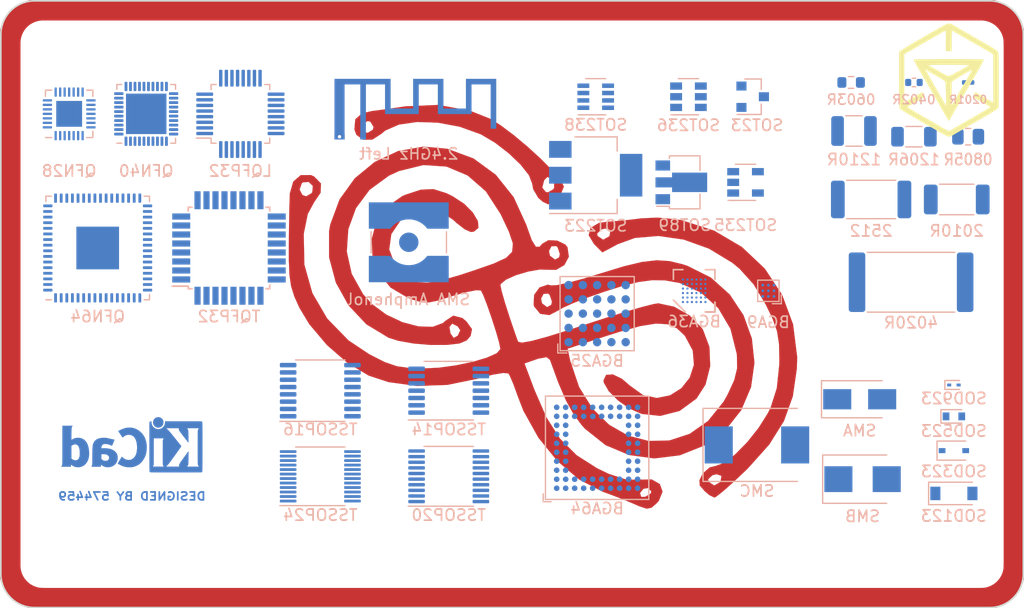
<source format=kicad_pcb>
(kicad_pcb (version 20171130) (host pcbnew 5.1.8-db9833491~88~ubuntu20.04.1)

  (general
    (thickness 1.6)
    (drawings 223)
    (tracks 0)
    (zones 0)
    (modules 40)
    (nets 1)
  )

  (page A4)
  (title_block
    (title Ingress_BioCard)
    (date 2020-12-14)
    (rev 1.0)
  )

  (layers
    (0 F.Cu signal hide)
    (31 B.Cu signal)
    (32 B.Adhes user)
    (33 F.Adhes user hide)
    (34 B.Paste user)
    (35 F.Paste user hide)
    (36 B.SilkS user)
    (37 F.SilkS user)
    (38 B.Mask user)
    (39 F.Mask user)
    (40 Dwgs.User user)
    (41 Cmts.User user)
    (42 Eco1.User user)
    (43 Eco2.User user)
    (44 Edge.Cuts user)
    (45 Margin user)
    (46 B.CrtYd user)
    (47 F.CrtYd user)
    (48 B.Fab user)
    (49 F.Fab user)
  )

  (setup
    (last_trace_width 0.25)
    (trace_clearance 0.2)
    (zone_clearance 0.508)
    (zone_45_only no)
    (trace_min 0.2)
    (via_size 0.8)
    (via_drill 0.4)
    (via_min_size 0.4)
    (via_min_drill 0.3)
    (uvia_size 0.3)
    (uvia_drill 0.1)
    (uvias_allowed no)
    (uvia_min_size 0.2)
    (uvia_min_drill 0.1)
    (edge_width 0.05)
    (segment_width 0.2)
    (pcb_text_width 0.3)
    (pcb_text_size 1.5 1.5)
    (mod_edge_width 0.12)
    (mod_text_size 1 1)
    (mod_text_width 0.15)
    (pad_size 1.73 1.73)
    (pad_drill 0)
    (pad_to_mask_clearance 0)
    (aux_axis_origin 0 0)
    (visible_elements FFFFFF7F)
    (pcbplotparams
      (layerselection 0x3ffff_ffffffff)
      (usegerberextensions false)
      (usegerberattributes true)
      (usegerberadvancedattributes true)
      (creategerberjobfile true)
      (excludeedgelayer true)
      (linewidth 0.100000)
      (plotframeref false)
      (viasonmask false)
      (mode 1)
      (useauxorigin false)
      (hpglpennumber 1)
      (hpglpenspeed 20)
      (hpglpendiameter 15.000000)
      (psnegative false)
      (psa4output false)
      (plotreference true)
      (plotvalue true)
      (plotinvisibletext false)
      (padsonsilk false)
      (subtractmaskfromsilk false)
      (outputformat 1)
      (mirror false)
      (drillshape 0)
      (scaleselection 1)
      (outputdirectory ""))
  )

  (net 0 "")

  (net_class Default "This is the default net class."
    (clearance 0.2)
    (trace_width 0.25)
    (via_dia 0.8)
    (via_drill 0.4)
    (uvia_dia 0.3)
    (uvia_drill 0.1)
  )

  (module logo:INGRESS2 (layer F.Cu) (tedit 5FE0CE94) (tstamp 5FE26F52)
    (at 147.066 90.17)
    (fp_text reference G*** (at 0 0) (layer F.SilkS) hide
      (effects (font (size 1.524 1.524) (thickness 0.3)))
    )
    (fp_text value LOGO (at 0.75 0) (layer F.SilkS) hide
      (effects (font (size 1.524 1.524) (thickness 0.3)))
    )
    (fp_poly (pts (xy -12.005734 7.941733) (xy -11.999654 8.002021) (xy -12.005734 8.009466) (xy -12.035934 8.002493)
      (xy -12.0396 7.9756) (xy -12.021014 7.933785) (xy -12.005734 7.941733)) (layer F.SilkS) (width 0.01))
    (fp_poly (pts (xy 12.022666 7.941733) (xy 12.028746 8.002021) (xy 12.022666 8.009466) (xy 11.992466 8.002493)
      (xy 11.9888 7.9756) (xy 12.007386 7.933785) (xy 12.022666 7.941733)) (layer F.SilkS) (width 0.01))
    (fp_poly (pts (xy 0.063021 -7.474812) (xy 0.241736 -7.377057) (xy 0.331327 -7.322323) (xy 0.472633 -7.238375)
      (xy 0.669964 -7.12272) (xy 0.927631 -6.972867) (xy 1.249944 -6.786321) (xy 1.641214 -6.560591)
      (xy 2.105752 -6.293183) (xy 2.647868 -5.981606) (xy 3.271874 -5.623366) (xy 3.598869 -5.435756)
      (xy 3.804221 -5.310635) (xy 3.982338 -5.188694) (xy 4.110178 -5.086455) (xy 4.157669 -5.035068)
      (xy 4.177246 -4.997038) (xy 4.193567 -4.942098) (xy 4.20692 -4.861434) (xy 4.217597 -4.746235)
      (xy 4.225888 -4.587688) (xy 4.232083 -4.376981) (xy 4.236471 -4.105302) (xy 4.239344 -3.763839)
      (xy 4.24099 -3.34378) (xy 4.241701 -2.836311) (xy 4.2418 -2.479889) (xy 4.2418 -0.05311)
      (xy 4.1148 0.071861) (xy 4.033781 0.133748) (xy 3.879185 0.235999) (xy 3.666048 0.369278)
      (xy 3.409406 0.524246) (xy 3.124294 0.691565) (xy 3.0226 0.750149) (xy 2.66381 0.956111)
      (xy 2.264329 1.185898) (xy 1.857502 1.420299) (xy 1.476673 1.640105) (xy 1.1938 1.803731)
      (xy 0.911944 1.966988) (xy 0.646652 2.12062) (xy 0.4157 2.254337) (xy 0.236864 2.357846)
      (xy 0.12792 2.420854) (xy 0.127 2.421386) (xy -0.025648 2.493592) (xy -0.165452 2.534282)
      (xy -0.2032 2.537666) (xy -0.288389 2.512256) (xy -0.442682 2.442696) (xy -0.648494 2.337818)
      (xy -0.888238 2.206456) (xy -1.061723 2.106478) (xy -1.305274 1.963896) (xy -1.516676 1.84129)
      (xy -1.681135 1.747145) (xy -1.783859 1.689948) (xy -1.811425 1.6764) (xy -1.84238 1.661354)
      (xy -1.927119 1.614469) (xy -2.07018 1.533125) (xy -2.276098 1.414699) (xy -2.54941 1.256571)
      (xy -2.894652 1.05612) (xy -3.316361 0.810723) (xy -3.819072 0.517762) (xy -4.080441 0.36533)
      (xy -4.267324 0.249713) (xy -4.425375 0.13989) (xy -4.529469 0.053785) (xy -4.550341 0.030043)
      (xy -4.567411 -0.008586) (xy -4.581676 -0.076977) (xy -4.59337 -0.183336) (xy -4.602725 -0.335868)
      (xy -4.608403 -0.497965) (xy -4.1656 -0.497965) (xy -3.9751 -0.611042) (xy -3.844653 -0.686867)
      (xy -3.65745 -0.793693) (xy -3.44559 -0.913251) (xy -3.3528 -0.965201) (xy -3.140544 -1.084409)
      (xy -2.939089 -1.198762) (xy -2.780401 -1.290071) (xy -2.732197 -1.318358) (xy -2.543393 -1.430435)
      (xy -2.440287 -1.261318) (xy -2.373506 -1.138652) (xy -2.3385 -1.048742) (xy -2.33699 -1.037007)
      (xy -2.378501 -0.985754) (xy -2.486297 -0.909371) (xy -2.6035 -0.842476) (xy -2.74733 -0.764776)
      (xy -2.934623 -0.660028) (xy -3.145917 -0.539554) (xy -3.361746 -0.414679) (xy -3.562648 -0.296727)
      (xy -3.729157 -0.19702) (xy -3.84181 -0.126885) (xy -3.879832 -0.09993) (xy -3.847153 -0.066423)
      (xy -3.736457 0.009316) (xy -3.558795 0.120638) (xy -3.325217 0.260892) (xy -3.046775 0.423429)
      (xy -2.734518 0.601598) (xy -2.443378 0.764464) (xy -2.299078 0.845897) (xy -2.098318 0.961084)
      (xy -1.872143 1.092151) (xy -1.7272 1.17681) (xy -1.457815 1.334636) (xy -1.152334 1.513492)
      (xy -0.862299 1.683203) (xy -0.762 1.741859) (xy -0.559037 1.856981) (xy -0.383217 1.950179)
      (xy -0.255887 2.010528) (xy -0.2032 2.02782) (xy -0.133564 2.004433) (xy 0.004663 1.937651)
      (xy 0.193294 1.836924) (xy 0.41414 1.711699) (xy 0.4826 1.671569) (xy 0.724818 1.528877)
      (xy 0.954081 1.394477) (xy 1.146945 1.282068) (xy 1.279967 1.205351) (xy 1.2954 1.196586)
      (xy 1.537267 1.059071) (xy 1.818404 0.898099) (xy 2.119495 0.724846) (xy 2.421226 0.550487)
      (xy 2.704282 0.386198) (xy 2.949348 0.243153) (xy 3.137111 0.132528) (xy 3.214497 0.086201)
      (xy 3.507994 -0.091587) (xy 3.341497 -0.190428) (xy 3.235134 -0.25292) (xy 3.063227 -0.353196)
      (xy 2.848199 -0.478204) (xy 2.612472 -0.614891) (xy 2.575495 -0.6363) (xy 2.354454 -0.765948)
      (xy 2.166606 -0.879332) (xy 2.02883 -0.966023) (xy 1.958005 -1.015593) (xy 1.952607 -1.021166)
      (xy 1.962949 -1.080171) (xy 2.009326 -1.186603) (xy 2.072177 -1.303508) (xy 2.131935 -1.393932)
      (xy 2.165027 -1.4224) (xy 2.216817 -1.397687) (xy 2.323769 -1.335018) (xy 2.3876 -1.2954)
      (xy 2.512432 -1.220161) (xy 2.598887 -1.174617) (xy 2.61763 -1.1684) (xy 2.672461 -1.143195)
      (xy 2.786108 -1.07763) (xy 2.91074 -1.000509) (xy 3.108728 -0.878083) (xy 3.333699 -0.743788)
      (xy 3.4671 -0.666581) (xy 3.7592 -0.500544) (xy 3.758868 -4.8006) (xy 3.319249 -5.0546)
      (xy 3.099403 -5.181377) (xy 2.883196 -5.30564) (xy 2.705018 -5.40764) (xy 2.646315 -5.441068)
      (xy 2.538831 -5.502274) (xy 2.357886 -5.605518) (xy 2.118207 -5.742387) (xy 1.834522 -5.904469)
      (xy 1.521559 -6.083351) (xy 1.2446 -6.24171) (xy 0.0762 -6.909885) (xy 0.048508 -5.080001)
      (xy -0.204346 -5.080001) (xy -0.4572 -5.08) (xy -0.4572 -5.9944) (xy -0.458089 -6.286506)
      (xy -0.460556 -6.540004) (xy -0.464307 -6.738863) (xy -0.469046 -6.867055) (xy -0.474077 -6.908801)
      (xy -0.521405 -6.884736) (xy -0.642074 -6.818025) (xy -0.82148 -6.716891) (xy -1.045016 -6.589557)
      (xy -1.248777 -6.47264) (xy -1.515087 -6.319493) (xy -1.765945 -6.17546) (xy -1.981605 -6.051864)
      (xy -2.142317 -5.960025) (xy -2.2098 -5.921684) (xy -2.337875 -5.848551) (xy -2.525902 -5.740223)
      (xy -2.746098 -5.612739) (xy -2.921 -5.511084) (xy -3.17217 -5.365509) (xy -3.437178 -5.213023)
      (xy -3.677328 -5.075846) (xy -3.797277 -5.00794) (xy -4.165554 -4.8006) (xy -4.165577 -2.649283)
      (xy -4.1656 -0.497965) (xy -4.608403 -0.497965) (xy -4.609973 -0.542778) (xy -4.615349 -0.812273)
      (xy -4.619084 -1.152558) (xy -4.621412 -1.571839) (xy -4.622566 -2.078322) (xy -4.6228 -2.523071)
      (xy -4.6228 -4.972735) (xy -4.5085 -5.096333) (xy -4.434858 -5.152719) (xy -4.276005 -5.255989)
      (xy -4.03569 -5.403945) (xy -3.717658 -5.594389) (xy -3.325659 -5.825123) (xy -2.863438 -6.093948)
      (xy -2.334745 -6.398666) (xy -1.743325 -6.73708) (xy -1.092927 -7.106991) (xy -0.737376 -7.308392)
      (xy -0.481372 -7.441517) (xy -0.279314 -7.51246) (xy -0.106188 -7.522973) (xy 0.063021 -7.474812)) (layer F.SilkS) (width 0.01))
    (fp_poly (pts (xy 0.517028 -4.367021) (xy 0.984602 -4.365112) (xy 1.425647 -4.362233) (xy 1.829485 -4.358385)
      (xy 2.185439 -4.353568) (xy 2.482833 -4.34778) (xy 2.710988 -4.341022) (xy 2.859228 -4.333294)
      (xy 2.916877 -4.324595) (xy 2.917098 -4.324314) (xy 2.902002 -4.267713) (xy 2.842766 -4.139316)
      (xy 2.747292 -3.954581) (xy 2.623484 -3.728969) (xy 2.52107 -3.549614) (xy 2.348268 -3.251471)
      (xy 2.144087 -2.898862) (xy 1.927931 -2.525314) (xy 1.719204 -2.164359) (xy 1.598688 -1.9558)
      (xy 1.412607 -1.634027) (xy 1.193315 -1.2554) (xy 0.958746 -0.850852) (xy 0.726838 -0.451316)
      (xy 0.515526 -0.087724) (xy 0.508823 -0.0762) (xy 0.338366 0.218145) (xy 0.184233 0.486794)
      (xy 0.054142 0.716093) (xy -0.044192 0.892391) (xy -0.103051 1.002034) (xy -0.115697 1.0287)
      (xy -0.161662 1.104233) (xy -0.217899 1.094473) (xy -0.293899 0.994971) (xy -0.333262 0.92668)
      (xy -0.395671 0.815798) (xy -0.49728 0.638034) (xy -0.626091 0.414267) (xy -0.770105 0.165372)
      (xy -0.836637 0.0508) (xy -0.989135 -0.212028) (xy -1.17659 -0.535924) (xy -1.383378 -0.893842)
      (xy -1.593874 -1.258738) (xy -1.792454 -1.603566) (xy -1.80513 -1.6256) (xy -2.011152 -1.982901)
      (xy -2.238609 -2.375895) (xy -2.469373 -2.77336) (xy -2.68532 -3.144076) (xy -2.863055 -3.447846)
      (xy -2.874 -3.466827) (xy -2.293736 -3.466827) (xy -2.136298 -3.168514) (xy -2.034925 -2.979938)
      (xy -1.93458 -2.798877) (xy -1.873324 -2.6924) (xy -1.806803 -2.578762) (xy -1.70401 -2.401311)
      (xy -1.579049 -2.184467) (xy -1.447831 -1.9558) (xy -1.286485 -1.67545) (xy -1.105701 -1.363586)
      (xy -0.931344 -1.064736) (xy -0.828076 -0.889) (xy -0.705774 -0.679146) (xy -0.601224 -0.494891)
      (xy -0.526346 -0.357553) (xy -0.494335 -0.2921) (xy -0.459535 -0.217843) (xy -0.446095 -0.20315)
      (xy -0.4425 -0.251437) (xy -0.440631 -0.386371) (xy -0.44048 -0.593015) (xy -0.44204 -0.856429)
      (xy -0.445306 -1.161677) (xy -0.446566 -1.255532) (xy -0.452842 -1.620549) (xy -0.460796 -1.897172)
      (xy -0.47153 -2.098606) (xy -0.486143 -2.238056) (xy -0.505737 -2.328726) (xy -0.50709 -2.33163)
      (xy 0.0508 -2.33163) (xy 0.0508 -1.284349) (xy 0.051614 -0.972221) (xy 0.053889 -0.699191)
      (xy 0.057372 -0.479839) (xy 0.061813 -0.32874) (xy 0.066958 -0.260474) (xy 0.068532 -0.258234)
      (xy 0.097876 -0.306708) (xy 0.169892 -0.430271) (xy 0.276969 -0.615728) (xy 0.411497 -0.849883)
      (xy 0.565865 -1.119541) (xy 0.622792 -1.2192) (xy 0.811852 -1.549303) (xy 1.011748 -1.896504)
      (xy 1.207078 -2.23417) (xy 1.382433 -2.535665) (xy 1.517607 -2.76622) (xy 1.645549 -2.987085)
      (xy 1.750069 -3.175287) (xy 1.822428 -3.314474) (xy 1.853889 -3.388295) (xy 1.853864 -3.395469)
      (xy 1.805258 -3.378667) (xy 1.686305 -3.318805) (xy 1.513585 -3.225422) (xy 1.303675 -3.108055)
      (xy 1.073156 -2.976243) (xy 0.838607 -2.839521) (xy 0.616606 -2.707428) (xy 0.423734 -2.589501)
      (xy 0.276569 -2.495278) (xy 0.2159 -2.453203) (xy 0.0508 -2.33163) (xy -0.50709 -2.33163)
      (xy -0.531412 -2.383821) (xy -0.541677 -2.396746) (xy -0.612509 -2.45188) (xy -0.754746 -2.545272)
      (xy -0.950884 -2.666014) (xy -1.183417 -2.803197) (xy -1.314311 -2.878206) (xy -1.564989 -3.02144)
      (xy -1.79485 -3.154701) (xy -1.984458 -3.266578) (xy -2.114375 -3.345661) (xy -2.150168 -3.368856)
      (xy -2.293736 -3.466827) (xy -2.874 -3.466827) (xy -3.014147 -3.709865) (xy -3.083773 -3.8354)
      (xy -2.056754 -3.8354) (xy -1.701477 -3.644213) (xy -1.503606 -3.535058) (xy -1.256062 -3.394646)
      (xy -0.996128 -3.244265) (xy -0.8382 -3.151264) (xy -0.625633 -3.030709) (xy -0.434399 -2.932618)
      (xy -0.28696 -2.867884) (xy -0.211016 -2.847152) (xy -0.131241 -2.871028) (xy 0.020157 -2.938912)
      (xy 0.227464 -3.042901) (xy 0.474969 -3.175088) (xy 0.746959 -3.327569) (xy 0.768772 -3.3401)
      (xy 1.629375 -3.8354) (xy 0.713087 -3.849246) (xy 0.325125 -3.853269) (xy -0.118487 -3.854914)
      (xy -0.571825 -3.854182) (xy -0.988968 -3.851074) (xy -1.129977 -3.849246) (xy -2.056754 -3.8354)
      (xy -3.083773 -3.8354) (xy -3.143303 -3.942729) (xy -3.243005 -4.132134) (xy -3.305736 -4.263773)
      (xy -3.323976 -4.323343) (xy -3.323603 -4.324146) (xy -3.268889 -4.332877) (xy -3.123258 -4.340643)
      (xy -2.897385 -4.347443) (xy -2.601949 -4.353276) (xy -2.247625 -4.358143) (xy -1.845091 -4.362042)
      (xy -1.405025 -4.364974) (xy -0.938103 -4.366938) (xy -0.455002 -4.367934) (xy 0.033601 -4.367962)
      (xy 0.517028 -4.367021)) (layer F.SilkS) (width 0.01))
  )

  (module Resistor_SMD:R_4020_10251Metric (layer B.Cu) (tedit 5F68FEEE) (tstamp 5FE25BB5)
    (at 143.51 105.664)
    (descr "Resistor SMD 4020 (10251 Metric), square (rectangular) end terminal, IPC_7351 nominal, (Body size source: http://datasheet.octopart.com/HVC0603T5004FET-Ohmite-datasheet-26699797.pdf), generated with kicad-footprint-generator")
    (tags resistor)
    (attr smd)
    (fp_text reference 4020R (at 0 3.6) (layer B.SilkS)
      (effects (font (size 1 1) (thickness 0.15)) (justify mirror))
    )
    (fp_text value R_4020_10251Metric (at 0 -3.6) (layer B.Fab) hide
      (effects (font (size 1 1) (thickness 0.15)) (justify mirror))
    )
    (fp_text user %R (at 0 0) (layer B.Fab)
      (effects (font (size 1 1) (thickness 0.15)) (justify mirror))
    )
    (fp_line (start -5.1 -2.55) (end -5.1 2.55) (layer B.Fab) (width 0.1))
    (fp_line (start -5.1 2.55) (end 5.1 2.55) (layer B.Fab) (width 0.1))
    (fp_line (start 5.1 2.55) (end 5.1 -2.55) (layer B.Fab) (width 0.1))
    (fp_line (start 5.1 -2.55) (end -5.1 -2.55) (layer B.Fab) (width 0.1))
    (fp_line (start -3.886252 2.66) (end 3.886252 2.66) (layer B.SilkS) (width 0.12))
    (fp_line (start -3.886252 -2.66) (end 3.886252 -2.66) (layer B.SilkS) (width 0.12))
    (fp_line (start -5.8 -2.9) (end -5.8 2.9) (layer B.CrtYd) (width 0.05))
    (fp_line (start -5.8 2.9) (end 5.8 2.9) (layer B.CrtYd) (width 0.05))
    (fp_line (start 5.8 2.9) (end 5.8 -2.9) (layer B.CrtYd) (width 0.05))
    (fp_line (start 5.8 -2.9) (end -5.8 -2.9) (layer B.CrtYd) (width 0.05))
    (pad 2 smd roundrect (at 4.8125 0) (size 1.475 5.3) (layers B.Cu B.Paste B.Mask) (roundrect_rratio 0.169492))
    (pad 1 smd roundrect (at -4.8125 0) (size 1.475 5.3) (layers B.Cu B.Paste B.Mask) (roundrect_rratio 0.169492))
    (model ${KISYS3DMOD}/Resistor_SMD.3dshapes/R_4020_10251Metric.wrl
      (at (xyz 0 0 0))
      (scale (xyz 1 1 1))
      (rotate (xyz 0 0 0))
    )
  )

  (module Package_BGA:BGA-64_9.0x9.0mm_Layout10x10_P0.8mm (layer B.Cu) (tedit 5A058D74) (tstamp 5FE246EA)
    (at 115.57 120.396)
    (descr "BGA-64, 10x10 raster, 9x9mm package, pitch 0.8mm")
    (tags BGA-64)
    (attr smd)
    (fp_text reference BGA64 (at 0 5.4) (layer B.SilkS)
      (effects (font (size 1 1) (thickness 0.15)) (justify mirror))
    )
    (fp_text value BGA-64_9.0x9.0mm_Layout10x10_P0.8mm (at 0 -5.5) (layer B.Fab) hide
      (effects (font (size 1 1) (thickness 0.15)) (justify mirror))
    )
    (fp_text user %R (at 0 0) (layer B.Fab) hide
      (effects (font (size 1 1) (thickness 0.15)) (justify mirror))
    )
    (fp_line (start -4.8 4.1) (end -4.8 4.8) (layer B.SilkS) (width 0.12))
    (fp_line (start -4.8 4.8) (end -4.1 4.8) (layer B.SilkS) (width 0.12))
    (fp_line (start -4.6 -4.6) (end 4.6 -4.6) (layer B.SilkS) (width 0.12))
    (fp_line (start 4.6 -4.6) (end 4.6 4.6) (layer B.SilkS) (width 0.12))
    (fp_line (start 4.6 4.6) (end -4.6 4.6) (layer B.SilkS) (width 0.12))
    (fp_line (start -4.6 4.6) (end -4.6 -4.6) (layer B.SilkS) (width 0.12))
    (fp_line (start -4.5 -4.5) (end 4.5 -4.5) (layer B.Fab) (width 0.1))
    (fp_line (start 4.5 -4.5) (end 4.5 4.5) (layer B.Fab) (width 0.1))
    (fp_line (start 4.5 4.5) (end -4 4.5) (layer B.Fab) (width 0.1))
    (fp_line (start -4 4.5) (end -4.5 4) (layer B.Fab) (width 0.1))
    (fp_line (start -4.5 4) (end -4.5 -4.5) (layer B.Fab) (width 0.1))
    (fp_line (start -5.5 5.5) (end 5.5 5.5) (layer B.CrtYd) (width 0.05))
    (fp_line (start -5.5 5.5) (end -5.5 -5.5) (layer B.CrtYd) (width 0.05))
    (fp_line (start 5.5 -5.5) (end 5.5 5.5) (layer B.CrtYd) (width 0.05))
    (fp_line (start 5.5 -5.5) (end -5.5 -5.5) (layer B.CrtYd) (width 0.05))
    (pad B8 smd circle (at 2 2.8) (size 0.5 0.5) (layers B.Cu B.Paste B.Mask))
    (pad B7 smd circle (at 1.2 2.8) (size 0.5 0.5) (layers B.Cu B.Paste B.Mask))
    (pad J10 smd circle (at 3.6 -2.8) (size 0.5 0.5) (layers B.Cu B.Paste B.Mask))
    (pad H9 smd circle (at 2.8 -2) (size 0.5 0.5) (layers B.Cu B.Paste B.Mask))
    (pad J9 smd circle (at 2.8 -2.8) (size 0.5 0.5) (layers B.Cu B.Paste B.Mask))
    (pad K9 smd circle (at 2.8 -3.6) (size 0.5 0.5) (layers B.Cu B.Paste B.Mask))
    (pad K8 smd circle (at 2 -3.6) (size 0.5 0.5) (layers B.Cu B.Paste B.Mask))
    (pad J8 smd circle (at 2 -2.8) (size 0.5 0.5) (layers B.Cu B.Paste B.Mask))
    (pad K10 smd circle (at 3.6 -3.6) (size 0.5 0.5) (layers B.Cu B.Paste B.Mask))
    (pad A10 smd circle (at 3.6 3.6) (size 0.5 0.5) (layers B.Cu B.Paste B.Mask))
    (pad A9 smd circle (at 2.8 3.6) (size 0.5 0.5) (layers B.Cu B.Paste B.Mask))
    (pad A8 smd circle (at 2 3.6) (size 0.5 0.5) (layers B.Cu B.Paste B.Mask))
    (pad A7 smd circle (at 1.2 3.6) (size 0.5 0.5) (layers B.Cu B.Paste B.Mask))
    (pad J7 smd circle (at 1.2 -2.8) (size 0.5 0.5) (layers B.Cu B.Paste B.Mask))
    (pad J6 smd circle (at 0.4 -2.8) (size 0.5 0.5) (layers B.Cu B.Paste B.Mask))
    (pad J5 smd circle (at -0.38 -2.79) (size 0.5 0.5) (layers B.Cu B.Paste B.Mask))
    (pad B2 smd circle (at -2.8 2.8) (size 0.5 0.5) (layers B.Cu B.Paste B.Mask))
    (pad B3 smd circle (at -2 2.8) (size 0.5 0.5) (layers B.Cu B.Paste B.Mask))
    (pad B4 smd circle (at -1.2 2.8) (size 0.5 0.5) (layers B.Cu B.Paste B.Mask))
    (pad B5 smd circle (at -0.4 2.8) (size 0.5 0.5) (layers B.Cu B.Paste B.Mask))
    (pad B10 smd circle (at 3.6 2.8) (size 0.5 0.5) (layers B.Cu B.Paste B.Mask))
    (pad H10 smd circle (at 3.6 -2) (size 0.5 0.5) (layers B.Cu B.Paste B.Mask))
    (pad G9 smd circle (at 2.8 -1.2) (size 0.5 0.5) (layers B.Cu B.Paste B.Mask))
    (pad K7 smd circle (at 1.2 -3.6) (size 0.5 0.5) (layers B.Cu B.Paste B.Mask))
    (pad K4 smd circle (at -1.2 -3.6) (size 0.5 0.5) (layers B.Cu B.Paste B.Mask))
    (pad K5 smd circle (at -0.4 -3.6) (size 0.5 0.5) (layers B.Cu B.Paste B.Mask))
    (pad K6 smd circle (at 0.4 -3.6) (size 0.5 0.5) (layers B.Cu B.Paste B.Mask))
    (pad J2 smd circle (at -2.8 -2.8) (size 0.5 0.5) (layers B.Cu B.Paste B.Mask))
    (pad J1 smd circle (at -3.6 -2.8) (size 0.5 0.5) (layers B.Cu B.Paste B.Mask))
    (pad G2 smd circle (at -2.8 -1.2) (size 0.5 0.5) (layers B.Cu B.Paste B.Mask))
    (pad F2 smd circle (at -2.8 -0.4) (size 0.5 0.5) (layers B.Cu B.Paste B.Mask))
    (pad E2 smd circle (at -2.8 0.4) (size 0.5 0.5) (layers B.Cu B.Paste B.Mask))
    (pad D2 smd circle (at -2.8 1.2) (size 0.5 0.5) (layers B.Cu B.Paste B.Mask))
    (pad C2 smd circle (at -2.8 2) (size 0.5 0.5) (layers B.Cu B.Paste B.Mask))
    (pad C9 smd circle (at 2.8 2) (size 0.5 0.5) (layers B.Cu B.Paste B.Mask))
    (pad C10 smd circle (at 3.6 2) (size 0.5 0.5) (layers B.Cu B.Paste B.Mask))
    (pad D10 smd circle (at 3.6 1.2) (size 0.5 0.5) (layers B.Cu B.Paste B.Mask))
    (pad E10 smd circle (at 3.6 0.4) (size 0.5 0.5) (layers B.Cu B.Paste B.Mask))
    (pad E9 smd circle (at 2.8 0.4) (size 0.5 0.5) (layers B.Cu B.Paste B.Mask))
    (pad D9 smd circle (at 2.8 1.2) (size 0.5 0.5) (layers B.Cu B.Paste B.Mask))
    (pad B6 smd circle (at 0.4 2.8) (size 0.5 0.5) (layers B.Cu B.Paste B.Mask))
    (pad B9 smd circle (at 2.8 2.8) (size 0.5 0.5) (layers B.Cu B.Paste B.Mask))
    (pad G10 smd circle (at 3.6 -1.2) (size 0.5 0.5) (layers B.Cu B.Paste B.Mask))
    (pad F9 smd circle (at 2.8 -0.4) (size 0.5 0.5) (layers B.Cu B.Paste B.Mask))
    (pad F10 smd circle (at 3.6 -0.4) (size 0.5 0.5) (layers B.Cu B.Paste B.Mask))
    (pad J4 smd circle (at -1.2 -2.8) (size 0.5 0.5) (layers B.Cu B.Paste B.Mask))
    (pad J3 smd circle (at -2 -2.8) (size 0.5 0.5) (layers B.Cu B.Paste B.Mask))
    (pad K3 smd circle (at -2 -3.6) (size 0.5 0.5) (layers B.Cu B.Paste B.Mask))
    (pad K2 smd circle (at -2.8 -3.6) (size 0.5 0.5) (layers B.Cu B.Paste B.Mask))
    (pad K1 smd circle (at -3.6 -3.6) (size 0.5 0.5) (layers B.Cu B.Paste B.Mask))
    (pad H2 smd circle (at -2.8 -2) (size 0.5 0.5) (layers B.Cu B.Paste B.Mask))
    (pad H1 smd circle (at -3.6 -2) (size 0.5 0.5) (layers B.Cu B.Paste B.Mask))
    (pad G1 smd circle (at -3.6 -1.2) (size 0.5 0.5) (layers B.Cu B.Paste B.Mask))
    (pad F1 smd circle (at -3.6 -0.4) (size 0.5 0.5) (layers B.Cu B.Paste B.Mask))
    (pad E1 smd circle (at -3.6 0.4) (size 0.5 0.5) (layers B.Cu B.Paste B.Mask))
    (pad D1 smd circle (at -3.6 1.2) (size 0.5 0.5) (layers B.Cu B.Paste B.Mask))
    (pad C1 smd circle (at -3.6 2) (size 0.5 0.5) (layers B.Cu B.Paste B.Mask))
    (pad B1 smd circle (at -3.6 2.8) (size 0.5 0.5) (layers B.Cu B.Paste B.Mask))
    (pad A6 smd circle (at 0.4 3.6) (size 0.5 0.5) (layers B.Cu B.Paste B.Mask))
    (pad A5 smd circle (at -0.4 3.6) (size 0.5 0.5) (layers B.Cu B.Paste B.Mask))
    (pad A4 smd circle (at -1.2 3.6) (size 0.5 0.5) (layers B.Cu B.Paste B.Mask))
    (pad A3 smd circle (at -2 3.6) (size 0.5 0.5) (layers B.Cu B.Paste B.Mask))
    (pad A2 smd circle (at -2.8 3.6) (size 0.5 0.5) (layers B.Cu B.Paste B.Mask))
    (pad A1 smd circle (at -3.6 3.6) (size 0.5 0.5) (layers B.Cu B.Paste B.Mask))
    (model ${KISYS3DMOD}/Package_BGA.3dshapes/BGA-64_9.0x9.0mm_Layout10x10_P0.8mm.wrl
      (at (xyz 0 0 0))
      (scale (xyz 1 1 1))
      (rotate (xyz 0 0 0))
    )
  )

  (module Package_BGA:BGA-36_3.396x3.466mm_Layout6x6_P0.4mm_Ball0.25mm_Pad0.2mm_NSMD (layer B.Cu) (tedit 5A2E6809) (tstamp 5FE2419B)
    (at 124.206 106.426)
    (descr "Altera V36, https://www.altera.com/content/dam/altera-www/global/en_US/pdfs/literature/packaging/04r00486-00.pdf")
    (tags "Altera BGA-36 V36 VBGA")
    (attr smd)
    (fp_text reference BGA36 (at 0 2.733) (layer B.SilkS)
      (effects (font (size 1 1) (thickness 0.15)) (justify mirror))
    )
    (fp_text value BGA-36_3.396x3.466mm_Layout6x6_P0.4mm_Ball0.25mm_Pad0.2mm_NSMD (at 0 -2.733) (layer B.Fab) hide
      (effects (font (size 1 1) (thickness 0.15)) (justify mirror))
    )
    (fp_text user %R (at 0 0) (layer B.Fab) hide
      (effects (font (size 1 1) (thickness 0.15)) (justify mirror))
    )
    (fp_line (start -0.798 1.733) (end -1.698 0.833) (layer B.Fab) (width 0.15))
    (fp_line (start -1.698 0.833) (end -1.698 -1.733) (layer B.Fab) (width 0.15))
    (fp_line (start -1.698 -1.733) (end 1.698 -1.733) (layer B.Fab) (width 0.15))
    (fp_line (start 1.698 -1.733) (end 1.698 1.733) (layer B.Fab) (width 0.15))
    (fp_line (start 1.698 1.733) (end -0.798 1.733) (layer B.Fab) (width 0.15))
    (fp_line (start 0.999 1.883) (end 1.848 1.883) (layer B.SilkS) (width 0.15))
    (fp_line (start 1.848 1.883) (end 1.848 1.0165) (layer B.SilkS) (width 0.15))
    (fp_line (start 0.999 1.883) (end 1.848 1.883) (layer B.SilkS) (width 0.15))
    (fp_line (start 1.848 1.883) (end 1.848 1.0165) (layer B.SilkS) (width 0.15))
    (fp_line (start 0.999 -1.883) (end 1.848 -1.883) (layer B.SilkS) (width 0.15))
    (fp_line (start 1.848 -1.883) (end 1.848 -1.0165) (layer B.SilkS) (width 0.15))
    (fp_line (start 0.999 1.883) (end 1.848 1.883) (layer B.SilkS) (width 0.15))
    (fp_line (start 1.848 1.883) (end 1.848 1.0165) (layer B.SilkS) (width 0.15))
    (fp_line (start -0.999 -1.883) (end -1.848 -1.883) (layer B.SilkS) (width 0.15))
    (fp_line (start -1.848 -1.883) (end -1.848 -1.0165) (layer B.SilkS) (width 0.15))
    (fp_line (start -0.798 1.883) (end -1.848 0.833) (layer B.SilkS) (width 0.15))
    (fp_line (start -1.95 2) (end 1.95 2) (layer B.CrtYd) (width 0.05))
    (fp_line (start 1.95 2) (end 1.95 -2) (layer B.CrtYd) (width 0.05))
    (fp_line (start 1.95 -2) (end -1.95 -2) (layer B.CrtYd) (width 0.05))
    (fp_line (start -1.95 -2) (end -1.95 2) (layer B.CrtYd) (width 0.05))
    (pad F6 smd circle (at 1 -1) (size 0.2 0.2) (layers B.Cu B.Paste B.Mask))
    (pad E6 smd circle (at 1 -0.6) (size 0.2 0.2) (layers B.Cu B.Paste B.Mask))
    (pad D6 smd circle (at 1 -0.2) (size 0.2 0.2) (layers B.Cu B.Paste B.Mask))
    (pad C6 smd circle (at 1 0.2) (size 0.2 0.2) (layers B.Cu B.Paste B.Mask))
    (pad B6 smd circle (at 1 0.6) (size 0.2 0.2) (layers B.Cu B.Paste B.Mask))
    (pad A6 smd circle (at 1 1) (size 0.2 0.2) (layers B.Cu B.Paste B.Mask))
    (pad F5 smd circle (at 0.6 -1) (size 0.2 0.2) (layers B.Cu B.Paste B.Mask))
    (pad E5 smd circle (at 0.6 -0.6) (size 0.2 0.2) (layers B.Cu B.Paste B.Mask))
    (pad D5 smd circle (at 0.6 -0.2) (size 0.2 0.2) (layers B.Cu B.Paste B.Mask))
    (pad C5 smd circle (at 0.6 0.2) (size 0.2 0.2) (layers B.Cu B.Paste B.Mask))
    (pad B5 smd circle (at 0.6 0.6) (size 0.2 0.2) (layers B.Cu B.Paste B.Mask))
    (pad A5 smd circle (at 0.6 1) (size 0.2 0.2) (layers B.Cu B.Paste B.Mask))
    (pad F4 smd circle (at 0.2 -1) (size 0.2 0.2) (layers B.Cu B.Paste B.Mask))
    (pad E4 smd circle (at 0.2 -0.6) (size 0.2 0.2) (layers B.Cu B.Paste B.Mask))
    (pad D4 smd circle (at 0.2 -0.2) (size 0.2 0.2) (layers B.Cu B.Paste B.Mask))
    (pad C4 smd circle (at 0.2 0.2) (size 0.2 0.2) (layers B.Cu B.Paste B.Mask))
    (pad B4 smd circle (at 0.2 0.6) (size 0.2 0.2) (layers B.Cu B.Paste B.Mask))
    (pad A4 smd circle (at 0.2 1) (size 0.2 0.2) (layers B.Cu B.Paste B.Mask))
    (pad F3 smd circle (at -0.2 -1) (size 0.2 0.2) (layers B.Cu B.Paste B.Mask))
    (pad E3 smd circle (at -0.2 -0.6) (size 0.2 0.2) (layers B.Cu B.Paste B.Mask))
    (pad D3 smd circle (at -0.2 -0.2) (size 0.2 0.2) (layers B.Cu B.Paste B.Mask))
    (pad C3 smd circle (at -0.2 0.2) (size 0.2 0.2) (layers B.Cu B.Paste B.Mask))
    (pad B3 smd circle (at -0.2 0.6) (size 0.2 0.2) (layers B.Cu B.Paste B.Mask))
    (pad A3 smd circle (at -0.2 1) (size 0.2 0.2) (layers B.Cu B.Paste B.Mask))
    (pad F2 smd circle (at -0.6 -1) (size 0.2 0.2) (layers B.Cu B.Paste B.Mask))
    (pad E2 smd circle (at -0.6 -0.6) (size 0.2 0.2) (layers B.Cu B.Paste B.Mask))
    (pad D2 smd circle (at -0.6 -0.2) (size 0.2 0.2) (layers B.Cu B.Paste B.Mask))
    (pad C2 smd circle (at -0.6 0.2) (size 0.2 0.2) (layers B.Cu B.Paste B.Mask))
    (pad B2 smd circle (at -0.6 0.6) (size 0.2 0.2) (layers B.Cu B.Paste B.Mask))
    (pad A2 smd circle (at -0.6 1) (size 0.2 0.2) (layers B.Cu B.Paste B.Mask))
    (pad F1 smd circle (at -1 -1) (size 0.2 0.2) (layers B.Cu B.Paste B.Mask))
    (pad E1 smd circle (at -1 -0.6) (size 0.2 0.2) (layers B.Cu B.Paste B.Mask))
    (pad D1 smd circle (at -1 -0.2) (size 0.2 0.2) (layers B.Cu B.Paste B.Mask))
    (pad C1 smd circle (at -1 0.2) (size 0.2 0.2) (layers B.Cu B.Paste B.Mask))
    (pad B1 smd circle (at -1 0.6) (size 0.2 0.2) (layers B.Cu B.Paste B.Mask))
    (pad A1 smd circle (at -1 1) (size 0.2 0.2) (layers B.Cu B.Paste B.Mask))
    (model ${KISYS3DMOD}/Package_BGA.3dshapes/BGA-36_3.396x3.466mm_Layout6x6_P0.4mm_Ball0.25mm_Pad0.2mm_NSMD.wrl
      (at (xyz 0 0 0))
      (scale (xyz 1 1 1))
      (rotate (xyz 0 0 0))
    )
  )

  (module Package_BGA:BGA-25_6.35x6.35mm_Layout5x5_P1.27mm (layer B.Cu) (tedit 5A058D74) (tstamp 5FE23A6E)
    (at 115.57 108.458)
    (descr "BGA-25, http://cds.linear.com/docs/en/datasheet/4624fc.pdf")
    (tags "BGA-25 uModule")
    (attr smd)
    (fp_text reference BGA25 (at 0 4.2) (layer B.SilkS)
      (effects (font (size 1 1) (thickness 0.15)) (justify mirror))
    )
    (fp_text value BGA-25_6.35x6.35mm_Layout5x5_P1.27mm (at 0 -4.17) (layer B.Fab) hide
      (effects (font (size 1 1) (thickness 0.15)) (justify mirror))
    )
    (fp_text user %R (at 0 0) (layer B.Fab) hide
      (effects (font (size 1 1) (thickness 0.15)) (justify mirror))
    )
    (fp_line (start -2.7 3.5) (end -3.5 3.5) (layer B.SilkS) (width 0.12))
    (fp_line (start -3.5 3.5) (end -3.5 2.7) (layer B.SilkS) (width 0.12))
    (fp_line (start 3.3 3.3) (end 3.3 -3.3) (layer B.SilkS) (width 0.12))
    (fp_line (start 3.3 -3.3) (end -3.3 -3.3) (layer B.SilkS) (width 0.12))
    (fp_line (start -3.3 -3.3) (end -3.3 3.3) (layer B.SilkS) (width 0.12))
    (fp_line (start -3.3 3.3) (end 3.3 3.3) (layer B.SilkS) (width 0.12))
    (fp_line (start 3.12 3.12) (end 3.12 -3.12) (layer B.Fab) (width 0.1))
    (fp_line (start 3.12 -3.12) (end -3.12 -3.12) (layer B.Fab) (width 0.1))
    (fp_line (start -3.12 -3.12) (end -3.1 2.62) (layer B.Fab) (width 0.1))
    (fp_line (start -3.1 2.62) (end -2.62 3.12) (layer B.Fab) (width 0.1))
    (fp_line (start -2.62 3.12) (end 3.12 3.12) (layer B.Fab) (width 0.1))
    (fp_line (start -4.12 4.12) (end 4.12 4.12) (layer B.CrtYd) (width 0.05))
    (fp_line (start -4.12 4.12) (end -4.12 -4.12) (layer B.CrtYd) (width 0.05))
    (fp_line (start 4.12 -4.12) (end 4.12 4.12) (layer B.CrtYd) (width 0.05))
    (fp_line (start 4.12 -4.12) (end -4.12 -4.12) (layer B.CrtYd) (width 0.05))
    (pad A1 smd circle (at -2.54 2.54) (size 0.75 0.75) (layers B.Cu B.Paste B.Mask))
    (pad B1 smd circle (at -2.54 1.27) (size 0.75 0.75) (layers B.Cu B.Paste B.Mask))
    (pad C1 smd circle (at -2.54 0) (size 0.75 0.75) (layers B.Cu B.Paste B.Mask))
    (pad D1 smd circle (at -2.54 -1.27) (size 0.75 0.75) (layers B.Cu B.Paste B.Mask))
    (pad E1 smd circle (at -2.54 -2.54) (size 0.75 0.75) (layers B.Cu B.Paste B.Mask))
    (pad A2 smd circle (at -1.27 2.54) (size 0.75 0.75) (layers B.Cu B.Paste B.Mask))
    (pad B2 smd circle (at -1.27 1.27) (size 0.75 0.75) (layers B.Cu B.Paste B.Mask))
    (pad C2 smd circle (at -1.27 0) (size 0.75 0.75) (layers B.Cu B.Paste B.Mask))
    (pad D2 smd circle (at -1.27 -1.27) (size 0.75 0.75) (layers B.Cu B.Paste B.Mask))
    (pad E2 smd circle (at -1.27 -2.54) (size 0.75 0.75) (layers B.Cu B.Paste B.Mask))
    (pad A3 smd circle (at 0 2.54) (size 0.75 0.75) (layers B.Cu B.Paste B.Mask))
    (pad B3 smd circle (at 0 1.27) (size 0.75 0.75) (layers B.Cu B.Paste B.Mask))
    (pad C3 smd circle (at 0 0) (size 0.75 0.75) (layers B.Cu B.Paste B.Mask))
    (pad D3 smd circle (at 0 -1.27) (size 0.75 0.75) (layers B.Cu B.Paste B.Mask))
    (pad E3 smd circle (at 0 -2.54) (size 0.75 0.75) (layers B.Cu B.Paste B.Mask))
    (pad A4 smd circle (at 1.27 2.54) (size 0.75 0.75) (layers B.Cu B.Paste B.Mask))
    (pad B4 smd circle (at 1.27 1.27) (size 0.75 0.75) (layers B.Cu B.Paste B.Mask))
    (pad C4 smd circle (at 1.27 0) (size 0.75 0.75) (layers B.Cu B.Paste B.Mask))
    (pad D4 smd circle (at 1.27 -1.27) (size 0.75 0.75) (layers B.Cu B.Paste B.Mask))
    (pad E4 smd circle (at 1.27 -2.54) (size 0.75 0.75) (layers B.Cu B.Paste B.Mask))
    (pad A5 smd circle (at 2.54 2.54) (size 0.75 0.75) (layers B.Cu B.Paste B.Mask))
    (pad B5 smd circle (at 2.54 1.27) (size 0.75 0.75) (layers B.Cu B.Paste B.Mask))
    (pad C5 smd circle (at 2.54 0) (size 0.75 0.75) (layers B.Cu B.Paste B.Mask))
    (pad D5 smd circle (at 2.54 -1.27) (size 0.75 0.75) (layers B.Cu B.Paste B.Mask))
    (pad E5 smd circle (at 2.54 -2.54) (size 0.75 0.75) (layers B.Cu B.Paste B.Mask))
    (model ${KISYS3DMOD}/Package_BGA.3dshapes/BGA-25_6.35x6.35mm_Layout5x5_P1.27mm.wrl
      (at (xyz 0 0 0))
      (scale (xyz 1 1 1))
      (rotate (xyz 0 0 0))
    )
  )

  (module Package_BGA:BGA-9_1.6x1.6mm_Layout3x3_P0.5mm (layer B.Cu) (tedit 5A058D74) (tstamp 5FE23899)
    (at 130.81 106.426 90)
    (descr "BGA-9, http://www.ti.com/lit/ds/symlink/bq27421-g1.pdf")
    (tags BGA-9)
    (attr smd)
    (fp_text reference BGA9 (at -2.794 0) (layer B.SilkS)
      (effects (font (size 1 1) (thickness 0.15)) (justify mirror))
    )
    (fp_text value BGA-9_1.6x1.6mm_Layout3x3_P0.5mm (at 0 -1.95 -90) (layer B.Fab) hide
      (effects (font (size 1 1) (thickness 0.15)) (justify mirror))
    )
    (fp_text user %R (at 0 0 -90) (layer B.Fab) hide
      (effects (font (size 0.4 0.4) (thickness 0.1)) (justify mirror))
    )
    (fp_line (start -0.95 0.95) (end -0.95 -0.95) (layer B.SilkS) (width 0.12))
    (fp_line (start -0.95 -0.95) (end 0.95 -0.95) (layer B.SilkS) (width 0.12))
    (fp_line (start 0.95 -0.95) (end 0.95 0.95) (layer B.SilkS) (width 0.12))
    (fp_line (start 0.95 0.95) (end -0.95 0.95) (layer B.SilkS) (width 0.12))
    (fp_line (start -1.15 1.15) (end -1.15 0.35) (layer B.SilkS) (width 0.12))
    (fp_line (start -1.15 1.15) (end -0.35 1.15) (layer B.SilkS) (width 0.12))
    (fp_line (start 0.8 0.8) (end 0.8 -0.8) (layer B.Fab) (width 0.1))
    (fp_line (start 0.8 -0.8) (end -0.8 -0.8) (layer B.Fab) (width 0.1))
    (fp_line (start -0.8 -0.8) (end -0.8 0.25) (layer B.Fab) (width 0.1))
    (fp_line (start -0.8 0.25) (end -0.25 0.8) (layer B.Fab) (width 0.1))
    (fp_line (start -0.25 0.8) (end 0.8 0.8) (layer B.Fab) (width 0.1))
    (fp_line (start -1.8 1.8) (end 1.8 1.8) (layer B.CrtYd) (width 0.05))
    (fp_line (start -1.8 1.8) (end -1.8 -1.8) (layer B.CrtYd) (width 0.05))
    (fp_line (start 1.8 -1.8) (end 1.8 1.8) (layer B.CrtYd) (width 0.05))
    (fp_line (start 1.8 -1.8) (end -1.8 -1.8) (layer B.CrtYd) (width 0.05))
    (pad A1 smd circle (at -0.5 0.5 90) (size 0.25 0.25) (layers B.Cu B.Paste B.Mask))
    (pad B1 smd circle (at -0.5 0 90) (size 0.25 0.25) (layers B.Cu B.Paste B.Mask))
    (pad C1 smd circle (at -0.5 -0.5 90) (size 0.25 0.25) (layers B.Cu B.Paste B.Mask))
    (pad A2 smd circle (at 0 0.5 90) (size 0.25 0.25) (layers B.Cu B.Paste B.Mask))
    (pad B2 smd circle (at 0 0 90) (size 0.25 0.25) (layers B.Cu B.Paste B.Mask))
    (pad C2 smd circle (at 0 -0.5 90) (size 0.25 0.25) (layers B.Cu B.Paste B.Mask))
    (pad A3 smd circle (at 0.5 0.5 90) (size 0.25 0.25) (layers B.Cu B.Paste B.Mask))
    (pad B3 smd circle (at 0.5 0 90) (size 0.25 0.25) (layers B.Cu B.Paste B.Mask))
    (pad C3 smd circle (at 0.5 -0.5 90) (size 0.25 0.25) (layers B.Cu B.Paste B.Mask))
    (model ${KISYS3DMOD}/Package_BGA.3dshapes/BGA-9_1.6x1.6mm_Layout3x3_P0.5mm.wrl
      (at (xyz 0 0 0))
      (scale (xyz 1 1 1))
      (rotate (xyz 0 0 0))
    )
  )

  (module Connector_Coaxial:SMA_Amphenol_132134-10_Vertical (layer B.Cu) (tedit 5B2F4C50) (tstamp 5FE229C0)
    (at 98.806 102.108 180)
    (descr https://www.amphenolrf.com/downloads/dl/file/id/4007/product/2974/132134_10_customer_drawing.pdf)
    (tags "SMA SMD Female Jack Vertical")
    (attr smd)
    (fp_text reference "SMA Amphenol" (at 0 -5.08) (layer B.SilkS)
      (effects (font (size 1 1) (thickness 0.15)) (justify mirror))
    )
    (fp_text value SMA_Amphenol_132134-10_Vertical (at 0 -4.75) (layer B.Fab) hide
      (effects (font (size 1 1) (thickness 0.15)) (justify mirror))
    )
    (fp_text user %R (at 0 0) (layer B.Fab) hide
      (effects (font (size 1 1) (thickness 0.15)) (justify mirror))
    )
    (fp_line (start 4.06 -4.06) (end -4.06 -4.06) (layer B.CrtYd) (width 0.05))
    (fp_line (start 4.06 -4.06) (end 4.06 4.06) (layer B.CrtYd) (width 0.05))
    (fp_line (start -4.06 4.06) (end -4.06 -4.06) (layer B.CrtYd) (width 0.05))
    (fp_line (start -4.06 4.06) (end 4.06 4.06) (layer B.CrtYd) (width 0.05))
    (fp_line (start -3.175 3.175) (end 3.175 3.175) (layer B.Fab) (width 0.1))
    (fp_line (start -3.175 3.175) (end -3.175 -3.175) (layer B.Fab) (width 0.1))
    (fp_line (start -3.175 -3.175) (end 3.175 -3.175) (layer B.Fab) (width 0.1))
    (fp_line (start 3.175 3.175) (end 3.175 -3.175) (layer B.Fab) (width 0.1))
    (fp_line (start -3.355 0.94) (end -3.355 -0.94) (layer B.SilkS) (width 0.12))
    (fp_line (start 3.355 0.94) (end 3.355 -0.94) (layer B.SilkS) (width 0.12))
    (fp_circle (center 0 0) (end 2.04 0) (layer Dwgs.User) (width 0.1))
    (fp_circle (center 0 0) (end 3.175 0) (layer B.Fab) (width 0.1))
    (pad 2 smd custom (at 0 2.8) (size 7.11 1.51) (layers B.Cu B.Paste B.Mask)
      (zone_connect 2)
      (options (clearance outline) (anchor rect))
      (primitives
        (gr_poly (pts
           (xy -1.645 1.595) (xy -1.5 1.42) (xy -1.36 1.28) (xy -1.205 1.155) (xy -1.035 1.045)
           (xy -0.86 0.95) (xy -0.675 0.875) (xy -0.48 0.82) (xy -0.28 0.78) (xy -0.085 0.765)
           (xy 0 0.765) (xy 0 -0.755) (xy -3.555 -0.755) (xy -3.555 1.595)) (width 0))
        (gr_poly (pts
           (xy 1.645 1.595) (xy 1.5 1.42) (xy 1.36 1.28) (xy 1.205 1.155) (xy 1.035 1.045)
           (xy 0.86 0.95) (xy 0.675 0.875) (xy 0.48 0.82) (xy 0.28 0.78) (xy 0.085 0.765)
           (xy 0 0.765) (xy 0 -0.755) (xy 3.555 -0.755) (xy 3.555 1.595)) (width 0))
      ))
    (pad 2 smd custom (at 0 -2.8 180) (size 7.11 1.51) (layers B.Cu B.Paste B.Mask)
      (zone_connect 2)
      (options (clearance outline) (anchor rect))
      (primitives
        (gr_poly (pts
           (xy -1.645 1.595) (xy -1.5 1.42) (xy -1.36 1.28) (xy -1.205 1.155) (xy -1.035 1.045)
           (xy -0.86 0.95) (xy -0.675 0.875) (xy -0.48 0.82) (xy -0.28 0.78) (xy -0.085 0.765)
           (xy 0 0.765) (xy 0 -0.755) (xy -3.555 -0.755) (xy -3.555 1.595)) (width 0))
        (gr_poly (pts
           (xy 1.645 1.595) (xy 1.5 1.42) (xy 1.36 1.28) (xy 1.205 1.155) (xy 1.035 1.045)
           (xy 0.86 0.95) (xy 0.675 0.875) (xy 0.48 0.82) (xy 0.28 0.78) (xy 0.085 0.765)
           (xy 0 0.765) (xy 0 -0.755) (xy 3.555 -0.755) (xy 3.555 1.595)) (width 0))
      ))
    (pad 1 smd circle (at 0 0 90) (size 1.73 1.73) (layers B.Cu B.Paste B.Mask))
    (model ${KISYS3DMOD}/Connector_Coaxial.3dshapes/SMA_Amphenol_132134-10_Vertical.wrl
      (at (xyz 0 0 0))
      (scale (xyz 1 1 1))
      (rotate (xyz 0 0 0))
    )
  )

  (module RF_Antenna:Texas_SWRA117D_2.4GHz_Left (layer B.Cu) (tedit 5996792C) (tstamp 5FE2102D)
    (at 94.742 92.71 180)
    (descr http://www.ti.com/lit/an/swra117d/swra117d.pdf)
    (tags "PCB antenna")
    (attr virtual)
    (fp_text reference "2.4GHz Left" (at -4.064 -1.524) (layer B.SilkS)
      (effects (font (size 1 1) (thickness 0.15)) (justify mirror))
    )
    (fp_text value Texas_SWRA117D_2.4GHz_Left (at -3.95 -1.21) (layer B.Fab) hide
      (effects (font (size 1 1) (thickness 0.15)) (justify mirror))
    )
    (fp_text user %R (at -4.55 6.4) (layer B.Fab) hide
      (effects (font (size 1 1) (thickness 0.15)) (justify mirror))
    )
    (fp_poly (pts (xy -2.45 2.51) (xy -4.45 2.51) (xy -4.45 5.15) (xy -7.15 5.15)
      (xy -7.15 2.51) (xy -9.15 2.51) (xy -9.15 5.15) (xy -11.85 5.15)
      (xy -11.85 0.71) (xy -11.35 0.71) (xy -11.35 4.65) (xy -9.65 4.65)
      (xy -9.65 2.01) (xy -6.65 2.01) (xy -6.65 4.65) (xy -4.95 4.65)
      (xy -4.95 2.01) (xy -1.95 2.01) (xy -1.95 4.65) (xy -0.25 4.65)
      (xy -0.25 -0.25) (xy 0.25 -0.25) (xy 0.25 4.65) (xy 1.65 4.65)
      (xy 1.65 -0.25) (xy 2.55 -0.25) (xy 2.55 -0.006785) (xy 2.247583 -0.006785)
      (xy 2.237742 -0.054395) (xy 2.213674 -0.096797) (xy 2.175731 -0.129581) (xy 2.167819 -0.133935)
      (xy 2.125156 -0.146043) (xy 2.076637 -0.1453) (xy 2.031122 -0.1324) (xy 2.012511 -0.121787)
      (xy 1.978868 -0.086553) (xy 1.958309 -0.041368) (xy 1.951778 0.008158) (xy 1.960218 0.056417)
      (xy 1.977112 0.088643) (xy 2.012372 0.121313) (xy 2.057682 0.141408) (xy 2.107267 0.147982)
      (xy 2.155353 0.140092) (xy 2.188245 0.123186) (xy 2.223185 0.086416) (xy 2.242847 0.041622)
      (xy 2.247583 -0.006785) (xy 2.55 -0.006785) (xy 2.55 5.15) (xy -2.45 5.15)
      (xy -2.45 2.51)) (layer B.Cu) (width 0))
    (fp_line (start 3.05 5.45) (end -12.15 5.45) (layer Dwgs.User) (width 0.15))
    (fp_line (start 3.05 0.25) (end -12.15 0.25) (layer Dwgs.User) (width 0.15))
    (fp_line (start 3.05 0.25) (end 3.05 5.45) (layer Dwgs.User) (width 0.15))
    (fp_line (start -12.15 0.25) (end -12.15 5.45) (layer Dwgs.User) (width 0.15))
    (fp_line (start 3.05 5.45) (end -12.15 0.25) (layer Dwgs.User) (width 0.15))
    (fp_line (start 3.05 0.25) (end -12.15 5.45) (layer Dwgs.User) (width 0.15))
    (fp_line (start 3.2 5.6) (end -12.3 5.6) (layer B.CrtYd) (width 0.05))
    (fp_line (start -12.3 5.6) (end -12.3 -0.35) (layer B.CrtYd) (width 0.05))
    (fp_line (start -12.3 -0.35) (end 3.2 -0.35) (layer B.CrtYd) (width 0.05))
    (fp_line (start 3.2 -0.35) (end 3.2 5.6) (layer B.CrtYd) (width 0.05))
    (fp_line (start -12.3 5.6) (end -12.3 -0.35) (layer B.Fab) (width 0.15))
    (fp_line (start 3.2 -0.35) (end 3.2 5.6) (layer B.Fab) (width 0.15))
    (fp_line (start -12.3 -0.35) (end 3.2 -0.35) (layer B.Fab) (width 0.15))
    (fp_line (start 3.2 5.6) (end -12.3 5.6) (layer B.Fab) (width 0.15))
    (pad 1 connect rect (at 0 0 180) (size 0.5 0.5) (layers B.Cu))
    (pad 2 thru_hole rect (at 2.1 0 180) (size 0.9 0.5) (drill 0.3) (layers *.Cu)
      (zone_connect 2))
  )

  (module Symbol:KiCad-Logo_5mm_Copper (layer B.Cu) (tedit 0) (tstamp 5FE1A809)
    (at 74.168 120.65 180)
    (descr "KiCad Logo")
    (tags "Logo KiCad")
    (attr virtual)
    (fp_text reference REF** (at 0 5.08) (layer B.SilkS) hide
      (effects (font (size 1 1) (thickness 0.15)) (justify mirror))
    )
    (fp_text value KiCad-Logo_5mm_Copper (at 0 -3.81) (layer B.Fab) hide
      (effects (font (size 1 1) (thickness 0.15)) (justify mirror))
    )
    (fp_poly (pts (xy -2.9464 2.510946) (xy -2.935535 2.397007) (xy -2.903918 2.289384) (xy -2.853015 2.190385)
      (xy -2.784293 2.102316) (xy -2.699219 2.027484) (xy -2.602232 1.969616) (xy -2.495964 1.929995)
      (xy -2.38895 1.911427) (xy -2.2833 1.912566) (xy -2.181125 1.93207) (xy -2.084534 1.968594)
      (xy -1.995638 2.020795) (xy -1.916546 2.087327) (xy -1.849369 2.166848) (xy -1.796217 2.258013)
      (xy -1.759199 2.359477) (xy -1.740427 2.469898) (xy -1.738489 2.519794) (xy -1.738489 2.607733)
      (xy -1.68656 2.607733) (xy -1.650253 2.604889) (xy -1.623355 2.593089) (xy -1.596249 2.569351)
      (xy -1.557867 2.530969) (xy -1.557867 0.339398) (xy -1.557876 0.077261) (xy -1.557908 -0.163241)
      (xy -1.557972 -0.383048) (xy -1.558076 -0.583101) (xy -1.558227 -0.764344) (xy -1.558434 -0.927716)
      (xy -1.558706 -1.07416) (xy -1.55905 -1.204617) (xy -1.559474 -1.320029) (xy -1.559987 -1.421338)
      (xy -1.560597 -1.509484) (xy -1.561312 -1.58541) (xy -1.56214 -1.650057) (xy -1.563089 -1.704367)
      (xy -1.564167 -1.74928) (xy -1.565383 -1.78574) (xy -1.566745 -1.814687) (xy -1.568261 -1.837063)
      (xy -1.569938 -1.853809) (xy -1.571786 -1.865868) (xy -1.573813 -1.87418) (xy -1.576025 -1.879687)
      (xy -1.577108 -1.881537) (xy -1.581271 -1.888549) (xy -1.584805 -1.894996) (xy -1.588635 -1.9009)
      (xy -1.593682 -1.906286) (xy -1.600871 -1.911178) (xy -1.611123 -1.915598) (xy -1.625364 -1.919572)
      (xy -1.644514 -1.923121) (xy -1.669499 -1.92627) (xy -1.70124 -1.929042) (xy -1.740662 -1.931461)
      (xy -1.788686 -1.933551) (xy -1.846237 -1.935335) (xy -1.914237 -1.936837) (xy -1.99361 -1.93808)
      (xy -2.085279 -1.939089) (xy -2.190166 -1.939885) (xy -2.309196 -1.940494) (xy -2.44329 -1.940939)
      (xy -2.593373 -1.941243) (xy -2.760367 -1.94143) (xy -2.945196 -1.941524) (xy -3.148783 -1.941548)
      (xy -3.37205 -1.941525) (xy -3.615922 -1.94148) (xy -3.881321 -1.941437) (xy -3.919704 -1.941432)
      (xy -4.186682 -1.941389) (xy -4.432002 -1.941318) (xy -4.656583 -1.941213) (xy -4.861345 -1.941066)
      (xy -5.047206 -1.940869) (xy -5.215088 -1.940616) (xy -5.365908 -1.9403) (xy -5.500587 -1.939913)
      (xy -5.620044 -1.939447) (xy -5.725199 -1.938897) (xy -5.816971 -1.938253) (xy -5.896279 -1.937511)
      (xy -5.964043 -1.936661) (xy -6.021182 -1.935697) (xy -6.068617 -1.934611) (xy -6.107266 -1.933397)
      (xy -6.138049 -1.932047) (xy -6.161885 -1.930555) (xy -6.179694 -1.928911) (xy -6.192395 -1.927111)
      (xy -6.200908 -1.925145) (xy -6.205266 -1.923477) (xy -6.213728 -1.919906) (xy -6.221497 -1.91727)
      (xy -6.228602 -1.914634) (xy -6.235073 -1.911062) (xy -6.240939 -1.905621) (xy -6.246229 -1.897375)
      (xy -6.250974 -1.88539) (xy -6.255202 -1.868731) (xy -6.258943 -1.846463) (xy -6.262227 -1.817652)
      (xy -6.265083 -1.781363) (xy -6.26754 -1.736661) (xy -6.269629 -1.682611) (xy -6.271378 -1.618279)
      (xy -6.272817 -1.54273) (xy -6.273976 -1.45503) (xy -6.274883 -1.354243) (xy -6.275569 -1.239434)
      (xy -6.276063 -1.10967) (xy -6.276395 -0.964015) (xy -6.276593 -0.801535) (xy -6.276687 -0.621295)
      (xy -6.276708 -0.42236) (xy -6.276685 -0.203796) (xy -6.276646 0.035332) (xy -6.276622 0.29596)
      (xy -6.276622 0.338111) (xy -6.276636 0.601008) (xy -6.276661 0.842268) (xy -6.276671 1.062835)
      (xy -6.276642 1.263648) (xy -6.276548 1.445651) (xy -6.276362 1.609784) (xy -6.276059 1.756989)
      (xy -6.275614 1.888208) (xy -6.275034 1.998133) (xy -5.972197 1.998133) (xy -5.932407 1.940289)
      (xy -5.921236 1.924521) (xy -5.911166 1.910559) (xy -5.902138 1.897216) (xy -5.894097 1.883307)
      (xy -5.886986 1.867644) (xy -5.880747 1.849042) (xy -5.875325 1.826314) (xy -5.870662 1.798273)
      (xy -5.866701 1.763733) (xy -5.863385 1.721508) (xy -5.860659 1.670411) (xy -5.858464 1.609256)
      (xy -5.856745 1.536856) (xy -5.855444 1.452025) (xy -5.854505 1.353578) (xy -5.85387 1.240326)
      (xy -5.853484 1.111084) (xy -5.853288 0.964666) (xy -5.853227 0.799884) (xy -5.853243 0.615553)
      (xy -5.85328 0.410487) (xy -5.853289 0.287867) (xy -5.853265 0.070918) (xy -5.853231 -0.124642)
      (xy -5.853243 -0.299999) (xy -5.853358 -0.456341) (xy -5.85363 -0.594857) (xy -5.854118 -0.716734)
      (xy -5.854876 -0.82316) (xy -5.855962 -0.915322) (xy -5.857431 -0.994409) (xy -5.85934 -1.061608)
      (xy -5.861744 -1.118107) (xy -5.864701 -1.165093) (xy -5.868266 -1.203755) (xy -5.872495 -1.23528)
      (xy -5.877446 -1.260855) (xy -5.883173 -1.28167) (xy -5.889733 -1.298911) (xy -5.897183 -1.313765)
      (xy -5.905579 -1.327422) (xy -5.914976 -1.341069) (xy -5.925432 -1.355893) (xy -5.931523 -1.364783)
      (xy -5.970296 -1.4224) (xy -5.438732 -1.4224) (xy -5.315483 -1.422365) (xy -5.212987 -1.422215)
      (xy -5.12942 -1.421878) (xy -5.062956 -1.421286) (xy -5.011771 -1.420367) (xy -4.974041 -1.419051)
      (xy -4.94794 -1.417269) (xy -4.931644 -1.414951) (xy -4.923328 -1.412026) (xy -4.921168 -1.408424)
      (xy -4.923339 -1.404075) (xy -4.924535 -1.402645) (xy -4.949685 -1.365573) (xy -4.975583 -1.312772)
      (xy -4.999192 -1.25077) (xy -5.007461 -1.224357) (xy -5.012078 -1.206416) (xy -5.015979 -1.185355)
      (xy -5.019248 -1.159089) (xy -5.021966 -1.125532) (xy -5.024215 -1.082599) (xy -5.026077 -1.028204)
      (xy -5.027636 -0.960262) (xy -5.028972 -0.876688) (xy -5.030169 -0.775395) (xy -5.031308 -0.6543)
      (xy -5.031685 -0.6096) (xy -5.032702 -0.484449) (xy -5.03346 -0.380082) (xy -5.033903 -0.294707)
      (xy -5.03397 -0.226533) (xy -5.033605 -0.173765) (xy -5.032748 -0.134614) (xy -5.031341 -0.107285)
      (xy -5.029325 -0.089986) (xy -5.026643 -0.080926) (xy -5.023236 -0.078312) (xy -5.019044 -0.080351)
      (xy -5.014571 -0.084667) (xy -5.004216 -0.097602) (xy -4.982158 -0.126676) (xy -4.949957 -0.169759)
      (xy -4.909174 -0.224718) (xy -4.86137 -0.289423) (xy -4.808105 -0.361742) (xy -4.75094 -0.439544)
      (xy -4.691437 -0.520698) (xy -4.631155 -0.603072) (xy -4.571655 -0.684536) (xy -4.514498 -0.762957)
      (xy -4.461245 -0.836204) (xy -4.413457 -0.902147) (xy -4.372693 -0.958654) (xy -4.340516 -1.003593)
      (xy -4.318485 -1.034834) (xy -4.313917 -1.041466) (xy -4.290996 -1.078369) (xy -4.264188 -1.126359)
      (xy -4.238789 -1.175897) (xy -4.235568 -1.182577) (xy -4.21389 -1.230772) (xy -4.201304 -1.268334)
      (xy -4.195574 -1.30416) (xy -4.194456 -1.3462) (xy -4.19509 -1.4224) (xy -3.040651 -1.4224)
      (xy -3.131815 -1.328669) (xy -3.178612 -1.278775) (xy -3.228899 -1.222295) (xy -3.274944 -1.168026)
      (xy -3.295369 -1.142673) (xy -3.325807 -1.103128) (xy -3.365862 -1.049916) (xy -3.414361 -0.984667)
      (xy -3.470135 -0.909011) (xy -3.532011 -0.824577) (xy -3.598819 -0.732994) (xy -3.669387 -0.635892)
      (xy -3.742545 -0.534901) (xy -3.817121 -0.43165) (xy -3.891944 -0.327768) (xy -3.965843 -0.224885)
      (xy -4.037646 -0.124631) (xy -4.106184 -0.028636) (xy -4.170284 0.061473) (xy -4.228775 0.144064)
      (xy -4.280486 0.217508) (xy -4.324247 0.280176) (xy -4.358885 0.330439) (xy -4.38323 0.366666)
      (xy -4.396111 0.387229) (xy -4.397869 0.391332) (xy -4.38991 0.402658) (xy -4.369115 0.429838)
      (xy -4.336847 0.471171) (xy -4.29447 0.524956) (xy -4.243347 0.589494) (xy -4.184841 0.663082)
      (xy -4.120314 0.744022) (xy -4.051131 0.830612) (xy -3.978653 0.921152) (xy -3.904246 1.01394)
      (xy -3.844517 1.088298) (xy -2.833511 1.088298) (xy -2.827602 1.075341) (xy -2.813272 1.053092)
      (xy -2.812225 1.051609) (xy -2.793438 1.021456) (xy -2.773791 0.984625) (xy -2.769892 0.976489)
      (xy -2.766356 0.96806) (xy -2.76323 0.957941) (xy -2.760486 0.94474) (xy -2.758092 0.927062)
      (xy -2.756019 0.903516) (xy -2.754235 0.872707) (xy -2.752712 0.833243) (xy -2.751419 0.783731)
      (xy -2.750326 0.722777) (xy -2.749403 0.648989) (xy -2.748619 0.560972) (xy -2.747945 0.457335)
      (xy -2.74735 0.336684) (xy -2.746805 0.197626) (xy -2.746279 0.038768) (xy -2.745745 -0.140089)
      (xy -2.745206 -0.325207) (xy -2.744772 -0.489145) (xy -2.744509 -0.633303) (xy -2.744484 -0.759079)
      (xy -2.744765 -0.867871) (xy -2.745419 -0.961077) (xy -2.746514 -1.040097) (xy -2.748118 -1.106328)
      (xy -2.750297 -1.16117) (xy -2.753119 -1.206021) (xy -2.756651 -1.242278) (xy -2.760961 -1.271341)
      (xy -2.766117 -1.294609) (xy -2.772185 -1.313479) (xy -2.779233 -1.329351) (xy -2.787329 -1.343622)
      (xy -2.79654 -1.357691) (xy -2.80504 -1.370158) (xy -2.822176 -1.396452) (xy -2.832322 -1.414037)
      (xy -2.833511 -1.417257) (xy -2.822604 -1.418334) (xy -2.791411 -1.419335) (xy -2.742223 -1.420235)
      (xy -2.677333 -1.42101) (xy -2.59903 -1.421637) (xy -2.509607 -1.422091) (xy -2.411356 -1.422349)
      (xy -2.342445 -1.4224) (xy -2.237452 -1.42218) (xy -2.14061 -1.421548) (xy -2.054107 -1.420549)
      (xy -1.980132 -1.419227) (xy -1.920874 -1.417626) (xy -1.87852 -1.415791) (xy -1.85526 -1.413765)
      (xy -1.851378 -1.412493) (xy -1.859076 -1.397591) (xy -1.867074 -1.38956) (xy -1.880246 -1.372434)
      (xy -1.897485 -1.342183) (xy -1.909407 -1.317622) (xy -1.936045 -1.258711) (xy -1.93912 -0.081845)
      (xy -1.942195 1.095022) (xy -2.387853 1.095022) (xy -2.48567 1.094858) (xy -2.576064 1.094389)
      (xy -2.65663 1.093653) (xy -2.724962 1.092684) (xy -2.778656 1.09152) (xy -2.815305 1.090197)
      (xy -2.832504 1.088751) (xy -2.833511 1.088298) (xy -3.844517 1.088298) (xy -3.82927 1.107278)
      (xy -3.75509 1.199463) (xy -3.683069 1.288796) (xy -3.614569 1.373576) (xy -3.550955 1.452102)
      (xy -3.493588 1.522674) (xy -3.443833 1.583591) (xy -3.403052 1.633153) (xy -3.385888 1.653822)
      (xy -3.299596 1.754484) (xy -3.222997 1.837741) (xy -3.154183 1.905562) (xy -3.091248 1.959911)
      (xy -3.081867 1.967278) (xy -3.042356 1.997883) (xy -4.174116 1.998133) (xy -4.168827 1.950156)
      (xy -4.17213 1.892812) (xy -4.193661 1.824537) (xy -4.233635 1.744788) (xy -4.278943 1.672505)
      (xy -4.295161 1.64986) (xy -4.323214 1.612304) (xy -4.36143 1.561979) (xy -4.408137 1.501027)
      (xy -4.461661 1.431589) (xy -4.520331 1.355806) (xy -4.582475 1.27582) (xy -4.646421 1.193772)
      (xy -4.710495 1.111804) (xy -4.773027 1.032057) (xy -4.832343 0.956673) (xy -4.886771 0.887793)
      (xy -4.934639 0.827558) (xy -4.974275 0.778111) (xy -5.004006 0.741592) (xy -5.022161 0.720142)
      (xy -5.02522 0.716844) (xy -5.028079 0.724851) (xy -5.030293 0.755145) (xy -5.031857 0.807444)
      (xy -5.032767 0.881469) (xy -5.03302 0.976937) (xy -5.032613 1.093566) (xy -5.031704 1.213555)
      (xy -5.030382 1.345667) (xy -5.028857 1.457406) (xy -5.026881 1.550975) (xy -5.024206 1.628581)
      (xy -5.020582 1.692426) (xy -5.015761 1.744717) (xy -5.009494 1.787656) (xy -5.001532 1.823449)
      (xy -4.991627 1.8543) (xy -4.979531 1.882414) (xy -4.964993 1.909995) (xy -4.950311 1.935034)
      (xy -4.912314 1.998133) (xy -5.972197 1.998133) (xy -6.275034 1.998133) (xy -6.275001 2.004383)
      (xy -6.274195 2.106456) (xy -6.27317 2.195367) (xy -6.2719 2.272059) (xy -6.27036 2.337473)
      (xy -6.268524 2.392551) (xy -6.266367 2.438235) (xy -6.263863 2.475466) (xy -6.260987 2.505187)
      (xy -6.257713 2.528338) (xy -6.254015 2.545861) (xy -6.249869 2.558699) (xy -6.245247 2.567792)
      (xy -6.240126 2.574082) (xy -6.234478 2.578512) (xy -6.228279 2.582022) (xy -6.221504 2.585555)
      (xy -6.215508 2.589124) (xy -6.210275 2.5917) (xy -6.202099 2.594028) (xy -6.189886 2.596122)
      (xy -6.172541 2.597993) (xy -6.148969 2.599653) (xy -6.118077 2.601116) (xy -6.078768 2.602392)
      (xy -6.02995 2.603496) (xy -5.970527 2.604439) (xy -5.899404 2.605233) (xy -5.815488 2.605891)
      (xy -5.717683 2.606425) (xy -5.604894 2.606847) (xy -5.476029 2.607171) (xy -5.329991 2.607408)
      (xy -5.165686 2.60757) (xy -4.98202 2.60767) (xy -4.777897 2.60772) (xy -4.566753 2.607733)
      (xy -2.9464 2.607733) (xy -2.9464 2.510946)) (layer B.Cu) (width 0.01))
    (fp_poly (pts (xy 0.328429 2.050929) (xy 0.48857 2.029755) (xy 0.65251 1.989615) (xy 0.822313 1.930111)
      (xy 1.000043 1.850846) (xy 1.01131 1.845301) (xy 1.069005 1.817275) (xy 1.120552 1.793198)
      (xy 1.162191 1.774751) (xy 1.190162 1.763614) (xy 1.199733 1.761067) (xy 1.21895 1.756059)
      (xy 1.223561 1.751853) (xy 1.218458 1.74142) (xy 1.202418 1.715132) (xy 1.177288 1.675743)
      (xy 1.144914 1.626009) (xy 1.107143 1.568685) (xy 1.065822 1.506524) (xy 1.022798 1.442282)
      (xy 0.979917 1.378715) (xy 0.939026 1.318575) (xy 0.901971 1.26462) (xy 0.8706 1.219603)
      (xy 0.846759 1.186279) (xy 0.832294 1.167403) (xy 0.830309 1.165213) (xy 0.820191 1.169862)
      (xy 0.79785 1.187038) (xy 0.76728 1.21356) (xy 0.751536 1.228036) (xy 0.655047 1.303318)
      (xy 0.548336 1.358759) (xy 0.432832 1.393859) (xy 0.309962 1.40812) (xy 0.240561 1.406949)
      (xy 0.119423 1.389788) (xy 0.010205 1.353906) (xy -0.087418 1.299041) (xy -0.173772 1.22493)
      (xy -0.249185 1.131312) (xy -0.313982 1.017924) (xy -0.351399 0.931333) (xy -0.395252 0.795634)
      (xy -0.427572 0.64815) (xy -0.448443 0.492686) (xy -0.457949 0.333044) (xy -0.456173 0.173027)
      (xy -0.443197 0.016439) (xy -0.419106 -0.132918) (xy -0.383982 -0.27124) (xy -0.337908 -0.394724)
      (xy -0.321627 -0.428978) (xy -0.25338 -0.543064) (xy -0.172921 -0.639557) (xy -0.08143 -0.71767)
      (xy 0.019911 -0.776617) (xy 0.12992 -0.815612) (xy 0.247415 -0.833868) (xy 0.288883 -0.835211)
      (xy 0.410441 -0.82429) (xy 0.530878 -0.791474) (xy 0.648666 -0.737439) (xy 0.762277 -0.662865)
      (xy 0.853685 -0.584539) (xy 0.900215 -0.540008) (xy 1.081483 -0.837271) (xy 1.12658 -0.911433)
      (xy 1.167819 -0.979646) (xy 1.203735 -1.039459) (xy 1.232866 -1.08842) (xy 1.25375 -1.124079)
      (xy 1.264924 -1.143984) (xy 1.266375 -1.147079) (xy 1.258146 -1.156718) (xy 1.232567 -1.173999)
      (xy 1.192873 -1.197283) (xy 1.142297 -1.224934) (xy 1.084074 -1.255315) (xy 1.021437 -1.28679)
      (xy 0.957621 -1.317722) (xy 0.89586 -1.346473) (xy 0.839388 -1.371408) (xy 0.791438 -1.390889)
      (xy 0.767986 -1.399318) (xy 0.634221 -1.437133) (xy 0.496327 -1.462136) (xy 0.348622 -1.47514)
      (xy 0.221833 -1.477468) (xy 0.153878 -1.476373) (xy 0.088277 -1.474275) (xy 0.030847 -1.471434)
      (xy -0.012597 -1.468106) (xy -0.026702 -1.466422) (xy -0.165716 -1.437587) (xy -0.307243 -1.392468)
      (xy -0.444725 -1.33375) (xy -0.571606 -1.26412) (xy -0.649111 -1.211441) (xy -0.776519 -1.103239)
      (xy -0.894822 -0.976671) (xy -1.001828 -0.834866) (xy -1.095348 -0.680951) (xy -1.17319 -0.518053)
      (xy -1.217044 -0.400756) (xy -1.267292 -0.217128) (xy -1.300791 -0.022581) (xy -1.317551 0.178675)
      (xy -1.317584 0.382432) (xy -1.300899 0.584479) (xy -1.267507 0.780608) (xy -1.21742 0.966609)
      (xy -1.213603 0.978197) (xy -1.150719 1.14025) (xy -1.073972 1.288168) (xy -0.980758 1.426135)
      (xy -0.868473 1.558339) (xy -0.824608 1.603601) (xy -0.688466 1.727543) (xy -0.548509 1.830085)
      (xy -0.402589 1.912344) (xy -0.248558 1.975436) (xy -0.084268 2.020477) (xy 0.011289 2.037967)
      (xy 0.170023 2.053534) (xy 0.328429 2.050929)) (layer B.Cu) (width 0.01))
    (fp_poly (pts (xy 2.673574 1.133448) (xy 2.825492 1.113433) (xy 2.960756 1.079798) (xy 3.080239 1.032275)
      (xy 3.184815 0.970595) (xy 3.262424 0.907035) (xy 3.331265 0.832901) (xy 3.385006 0.753129)
      (xy 3.42791 0.660909) (xy 3.443384 0.617839) (xy 3.456244 0.578858) (xy 3.467446 0.542711)
      (xy 3.47712 0.507566) (xy 3.485396 0.47159) (xy 3.492403 0.43295) (xy 3.498272 0.389815)
      (xy 3.503131 0.340351) (xy 3.50711 0.282727) (xy 3.51034 0.215109) (xy 3.512949 0.135666)
      (xy 3.515067 0.042564) (xy 3.516824 -0.066027) (xy 3.518349 -0.191942) (xy 3.519772 -0.337012)
      (xy 3.521025 -0.479778) (xy 3.522351 -0.635968) (xy 3.523556 -0.771239) (xy 3.524766 -0.887246)
      (xy 3.526106 -0.985645) (xy 3.5277 -1.068093) (xy 3.529675 -1.136246) (xy 3.532156 -1.19176)
      (xy 3.535269 -1.236292) (xy 3.539138 -1.271498) (xy 3.543889 -1.299034) (xy 3.549648 -1.320556)
      (xy 3.556539 -1.337722) (xy 3.564689 -1.352186) (xy 3.574223 -1.365606) (xy 3.585266 -1.379638)
      (xy 3.589566 -1.385071) (xy 3.605386 -1.40791) (xy 3.612422 -1.423463) (xy 3.612444 -1.423922)
      (xy 3.601567 -1.426121) (xy 3.570582 -1.428147) (xy 3.521957 -1.429942) (xy 3.458163 -1.431451)
      (xy 3.381669 -1.432616) (xy 3.294944 -1.43338) (xy 3.200457 -1.433686) (xy 3.18955 -1.433689)
      (xy 2.766657 -1.433689) (xy 2.763395 -1.337622) (xy 2.760133 -1.241556) (xy 2.698044 -1.292543)
      (xy 2.600714 -1.360057) (xy 2.490813 -1.414749) (xy 2.404349 -1.444978) (xy 2.335278 -1.459666)
      (xy 2.251925 -1.469659) (xy 2.162159 -1.474646) (xy 2.073845 -1.474313) (xy 1.994851 -1.468351)
      (xy 1.958622 -1.462638) (xy 1.818603 -1.424776) (xy 1.692178 -1.369932) (xy 1.58026 -1.298924)
      (xy 1.483762 -1.212568) (xy 1.4036 -1.111679) (xy 1.340687 -0.997076) (xy 1.296312 -0.870984)
      (xy 1.283978 -0.814401) (xy 1.276368 -0.752202) (xy 1.272739 -0.677363) (xy 1.272245 -0.643467)
      (xy 1.27231 -0.640282) (xy 2.032248 -0.640282) (xy 2.041541 -0.715333) (xy 2.069728 -0.77916)
      (xy 2.118197 -0.834798) (xy 2.123254 -0.839211) (xy 2.171548 -0.874037) (xy 2.223257 -0.89662)
      (xy 2.283989 -0.90854) (xy 2.359352 -0.911383) (xy 2.377459 -0.910978) (xy 2.431278 -0.908325)
      (xy 2.471308 -0.902909) (xy 2.506324 -0.892745) (xy 2.545103 -0.87585) (xy 2.555745 -0.870672)
      (xy 2.616396 -0.834844) (xy 2.663215 -0.792212) (xy 2.675952 -0.776973) (xy 2.720622 -0.720462)
      (xy 2.720622 -0.524586) (xy 2.720086 -0.445939) (xy 2.718396 -0.387988) (xy 2.715428 -0.348875)
      (xy 2.711057 -0.326741) (xy 2.706972 -0.320274) (xy 2.691047 -0.317111) (xy 2.657264 -0.314488)
      (xy 2.61034 -0.312655) (xy 2.554993 -0.311857) (xy 2.546106 -0.311842) (xy 2.42533 -0.317096)
      (xy 2.32266 -0.333263) (xy 2.236106 -0.360961) (xy 2.163681 -0.400808) (xy 2.108751 -0.447758)
      (xy 2.064204 -0.505645) (xy 2.03948 -0.568693) (xy 2.032248 -0.640282) (xy 1.27231 -0.640282)
      (xy 1.274178 -0.549712) (xy 1.282522 -0.470812) (xy 1.298768 -0.39959) (xy 1.324405 -0.328864)
      (xy 1.348401 -0.276493) (xy 1.40702 -0.181196) (xy 1.485117 -0.09317) (xy 1.580315 -0.014017)
      (xy 1.690238 0.05466) (xy 1.81251 0.111259) (xy 1.944755 0.154179) (xy 2.009422 0.169118)
      (xy 2.145604 0.191223) (xy 2.294049 0.205806) (xy 2.445505 0.212187) (xy 2.572064 0.210555)
      (xy 2.73395 0.203776) (xy 2.72653 0.262755) (xy 2.707238 0.361908) (xy 2.676104 0.442628)
      (xy 2.632269 0.505534) (xy 2.574871 0.551244) (xy 2.503048 0.580378) (xy 2.415941 0.593553)
      (xy 2.312686 0.591389) (xy 2.274711 0.587388) (xy 2.13352 0.56222) (xy 1.996707 0.521186)
      (xy 1.902178 0.483185) (xy 1.857018 0.46381) (xy 1.818585 0.44824) (xy 1.792234 0.438595)
      (xy 1.784546 0.436548) (xy 1.774802 0.445626) (xy 1.758083 0.474595) (xy 1.734232 0.523783)
      (xy 1.703093 0.593516) (xy 1.664507 0.684121) (xy 1.65791 0.699911) (xy 1.627853 0.772228)
      (xy 1.600874 0.837575) (xy 1.578136 0.893094) (xy 1.560806 0.935928) (xy 1.550048 0.963219)
      (xy 1.546941 0.972058) (xy 1.55694 0.976813) (xy 1.583217 0.98209) (xy 1.611489 0.985769)
      (xy 1.641646 0.990526) (xy 1.689433 0.999972) (xy 1.750612 1.01318) (xy 1.820946 1.029224)
      (xy 1.896194 1.04718) (xy 1.924755 1.054203) (xy 2.029816 1.079791) (xy 2.11748 1.099853)
      (xy 2.192068 1.115031) (xy 2.257903 1.125965) (xy 2.319307 1.133296) (xy 2.380602 1.137665)
      (xy 2.44611 1.139713) (xy 2.504128 1.140111) (xy 2.673574 1.133448)) (layer B.Cu) (width 0.01))
    (fp_poly (pts (xy 6.186507 0.527755) (xy 6.186526 0.293338) (xy 6.186552 0.080397) (xy 6.186625 -0.112168)
      (xy 6.186782 -0.285459) (xy 6.187064 -0.440576) (xy 6.187509 -0.57862) (xy 6.188156 -0.700692)
      (xy 6.189045 -0.807894) (xy 6.190213 -0.901326) (xy 6.191701 -0.98209) (xy 6.193546 -1.051286)
      (xy 6.195789 -1.110015) (xy 6.198469 -1.159379) (xy 6.201623 -1.200478) (xy 6.205292 -1.234413)
      (xy 6.209513 -1.262286) (xy 6.214327 -1.285198) (xy 6.219773 -1.304249) (xy 6.225888 -1.32054)
      (xy 6.232712 -1.335173) (xy 6.240285 -1.349249) (xy 6.248645 -1.363868) (xy 6.253839 -1.372974)
      (xy 6.288104 -1.433689) (xy 5.429955 -1.433689) (xy 5.429955 -1.337733) (xy 5.429224 -1.29437)
      (xy 5.427272 -1.261205) (xy 5.424463 -1.243424) (xy 5.423221 -1.241778) (xy 5.411799 -1.248662)
      (xy 5.389084 -1.266505) (xy 5.366385 -1.285879) (xy 5.3118 -1.326614) (xy 5.242321 -1.367617)
      (xy 5.16527 -1.405123) (xy 5.087965 -1.435364) (xy 5.057113 -1.445012) (xy 4.988616 -1.459578)
      (xy 4.905764 -1.469539) (xy 4.816371 -1.474583) (xy 4.728248 -1.474396) (xy 4.649207 -1.468666)
      (xy 4.611511 -1.462858) (xy 4.473414 -1.424797) (xy 4.346113 -1.367073) (xy 4.230292 -1.290211)
      (xy 4.126637 -1.194739) (xy 4.035833 -1.081179) (xy 3.969031 -0.970381) (xy 3.914164 -0.853625)
      (xy 3.872163 -0.734276) (xy 3.842167 -0.608283) (xy 3.823311 -0.471594) (xy 3.814732 -0.320158)
      (xy 3.814006 -0.242711) (xy 3.8161 -0.185934) (xy 4.645217 -0.185934) (xy 4.645424 -0.279002)
      (xy 4.648337 -0.366692) (xy 4.654 -0.443772) (xy 4.662455 -0.505009) (xy 4.665038 -0.51735)
      (xy 4.69684 -0.624633) (xy 4.738498 -0.711658) (xy 4.790363 -0.778642) (xy 4.852781 -0.825805)
      (xy 4.9261 -0.853365) (xy 5.010669 -0.861541) (xy 5.106835 -0.850551) (xy 5.170311 -0.834829)
      (xy 5.219454 -0.816639) (xy 5.273583 -0.790791) (xy 5.314244 -0.767089) (xy 5.3848 -0.720721)
      (xy 5.3848 0.42947) (xy 5.317392 0.473038) (xy 5.238867 0.51396) (xy 5.154681 0.540611)
      (xy 5.069557 0.552535) (xy 4.988216 0.549278) (xy 4.91538 0.530385) (xy 4.883426 0.514816)
      (xy 4.825501 0.471819) (xy 4.776544 0.415047) (xy 4.73539 0.342425) (xy 4.700874 0.251879)
      (xy 4.671833 0.141334) (xy 4.670552 0.135467) (xy 4.660381 0.073212) (xy 4.652739 -0.004594)
      (xy 4.64767 -0.09272) (xy 4.645217 -0.185934) (xy 3.8161 -0.185934) (xy 3.821857 -0.029895)
      (xy 3.843802 0.165941) (xy 3.879786 0.344668) (xy 3.929759 0.506155) (xy 3.993668 0.650274)
      (xy 4.071462 0.776894) (xy 4.163089 0.885885) (xy 4.268497 0.977117) (xy 4.313662 1.008068)
      (xy 4.414611 1.064215) (xy 4.517901 1.103826) (xy 4.627989 1.127986) (xy 4.74933 1.137781)
      (xy 4.841836 1.136735) (xy 4.97149 1.125769) (xy 5.084084 1.103954) (xy 5.182875 1.070286)
      (xy 5.271121 1.023764) (xy 5.319986 0.989552) (xy 5.349353 0.967638) (xy 5.371043 0.952667)
      (xy 5.379253 0.948267) (xy 5.380868 0.959096) (xy 5.382159 0.989749) (xy 5.383138 1.037474)
      (xy 5.383817 1.099521) (xy 5.38421 1.173138) (xy 5.38433 1.255573) (xy 5.384188 1.344075)
      (xy 5.383797 1.435893) (xy 5.383171 1.528276) (xy 5.38232 1.618472) (xy 5.38126 1.703729)
      (xy 5.380001 1.781297) (xy 5.378556 1.848424) (xy 5.376938 1.902359) (xy 5.375161 1.94035)
      (xy 5.374669 1.947333) (xy 5.367092 2.017749) (xy 5.355531 2.072898) (xy 5.337792 2.120019)
      (xy 5.311682 2.166353) (xy 5.305415 2.175933) (xy 5.280983 2.212622) (xy 6.186311 2.212622)
      (xy 6.186507 0.527755)) (layer B.Cu) (width 0.01))
    (fp_poly (pts (xy -2.273043 2.973429) (xy -2.176768 2.949191) (xy -2.090184 2.906359) (xy -2.015373 2.846581)
      (xy -1.954418 2.771506) (xy -1.909399 2.68278) (xy -1.883136 2.58647) (xy -1.877286 2.489205)
      (xy -1.89214 2.395346) (xy -1.92584 2.307489) (xy -1.976528 2.22823) (xy -2.042345 2.160164)
      (xy -2.121434 2.105888) (xy -2.211934 2.067998) (xy -2.2632 2.055574) (xy -2.307698 2.048053)
      (xy -2.341999 2.045081) (xy -2.37496 2.046906) (xy -2.415434 2.053775) (xy -2.448531 2.06075)
      (xy -2.541947 2.092259) (xy -2.625619 2.143383) (xy -2.697665 2.212571) (xy -2.7562 2.298272)
      (xy -2.770148 2.325511) (xy -2.786586 2.361878) (xy -2.796894 2.392418) (xy -2.80246 2.42455)
      (xy -2.804669 2.465693) (xy -2.804948 2.511778) (xy -2.800861 2.596135) (xy -2.787446 2.665414)
      (xy -2.762256 2.726039) (xy -2.722846 2.784433) (xy -2.684298 2.828698) (xy -2.612406 2.894516)
      (xy -2.537313 2.939947) (xy -2.454562 2.96715) (xy -2.376928 2.977424) (xy -2.273043 2.973429)) (layer B.Cu) (width 0.01))
  )

  (module logo:1 (layer F.Cu) (tedit 5FE0ABFC) (tstamp 5FE108EB)
    (at 110.49 107.188)
    (fp_text reference G*** (at 0 0) (layer F.Cu) hide
      (effects (font (size 1.524 1.524) (thickness 0.3)))
    )
    (fp_text value LOGO (at 0.75 0) (layer F.Cu) hide
      (effects (font (size 1.524 1.524) (thickness 0.3)))
    )
    (fp_poly (pts (xy -8.256558 -13.402124) (xy -5.921392 -12.537924) (xy -3.934563 -11.084903) (xy -2.349331 -9.09513)
      (xy -1.218954 -6.620671) (xy -1.172673 -6.476739) (xy -0.732964 -5.255682) (xy -0.366161 -4.676821)
      (xy -0.025631 -4.686997) (xy 0.176389 -4.938889) (xy 0.729577 -5.261736) (xy 1.528702 -5.230293)
      (xy 2.237516 -4.888858) (xy 2.440254 -4.640653) (xy 2.562075 -3.796028) (xy 2.165154 -3.052242)
      (xy 1.426613 -2.626694) (xy 0.805055 -2.633609) (xy -0.005306 -2.659284) (xy -1.062131 -2.475042)
      (xy -2.144376 -2.150875) (xy -3.030999 -1.756778) (xy -3.500959 -1.362744) (xy -3.527778 -1.261598)
      (xy -3.4162 -0.714643) (xy -3.118341 0.318153) (xy -2.689518 1.659729) (xy -2.185043 3.133022)
      (xy -1.954941 3.773051) (xy -1.621171 3.854853) (xy -0.74242 3.701624) (xy 0.713034 3.305295)
      (xy 2.776912 2.657795) (xy 3.938246 2.273745) (xy 5.887643 1.637223) (xy 7.655224 1.089805)
      (xy 9.111377 0.669333) (xy 10.126489 0.413647) (xy 10.517997 0.352778) (xy 11.941417 0.655112)
      (xy 13.334786 1.451866) (xy 14.418088 2.577664) (xy 14.500248 2.704664) (xy 15.073939 4.229509)
      (xy 15.142448 5.937303) (xy 14.729354 7.576944) (xy 13.925105 8.829483) (xy 12.42294 9.928435)
      (xy 10.694291 10.371696) (xy 9.031616 10.192694) (xy 7.983564 9.733897) (xy 6.944988 9.002918)
      (xy 6.10934 8.169509) (xy 5.670072 7.403424) (xy 5.644444 7.220503) (xy 5.876373 6.722309)
      (xy 6.470385 6.677711) (xy 7.273817 7.057764) (xy 7.979155 7.663175) (xy 9.162917 8.517456)
      (xy 10.39398 8.778834) (xy 11.567559 8.543376) (xy 12.578872 7.907147) (xy 13.323137 6.966215)
      (xy 13.695569 5.816647) (xy 13.591387 4.554508) (xy 12.905807 3.275866) (xy 12.845029 3.202067)
      (xy 12.166397 2.565878) (xy 11.364233 2.215602) (xy 10.32303 2.152098) (xy 8.927282 2.376224)
      (xy 7.061484 2.888838) (xy 5.916358 3.253551) (xy 2.44789 4.390435) (xy 2.679367 5.444343)
      (xy 3.471176 7.79795) (xy 4.657814 9.710589) (xy 6.147859 11.16256) (xy 7.849894 12.134167)
      (xy 9.672499 12.605709) (xy 11.524255 12.55749) (xy 13.313743 11.969809) (xy 14.949544 10.822969)
      (xy 16.340239 9.097272) (xy 16.695603 8.464483) (xy 17.28342 7.182616) (xy 17.535976 6.151258)
      (xy 17.525796 5.045142) (xy 17.504385 4.837278) (xy 16.948763 2.629512) (xy 15.86217 0.788934)
      (xy 14.324787 -0.602375) (xy 12.416795 -1.462333) (xy 11.129227 -1.688968) (xy 9.989256 -1.708622)
      (xy 8.771032 -1.548658) (xy 7.2706 -1.171476) (xy 5.767712 -0.700498) (xy 4.253242 -0.173443)
      (xy 2.9542 0.330128) (xy 2.042727 0.74069) (xy 1.736111 0.927778) (xy 0.830045 1.397454)
      (xy 0.014062 1.289636) (xy -0.523011 0.641387) (xy -0.574466 0.474277) (xy -0.544112 -0.066798)
      (xy 0.086803 -0.066798) (xy 0.176389 0.352778) (xy 0.62597 0.692288) (xy 0.99675 0.489302)
      (xy 1.058333 0.197209) (xy 0.8591 -0.393061) (xy 0.729932 -0.514101) (xy 0.311663 -0.490335)
      (xy 0.086803 -0.066798) (xy -0.544112 -0.066798) (xy -0.525375 -0.400766) (xy -0.044657 -1.062063)
      (xy 0.679782 -1.30535) (xy 1.000667 -1.237979) (xy 1.517386 -1.266255) (xy 2.546044 -1.48635)
      (xy 3.9314 -1.860557) (xy 5.325796 -2.288528) (xy 7.435833 -2.934494) (xy 9.061123 -3.325451)
      (xy 10.368745 -3.476452) (xy 11.525777 -3.402551) (xy 12.699298 -3.118801) (xy 13.097886 -2.988768)
      (xy 15.203233 -1.937404) (xy 16.881472 -0.433797) (xy 18.105271 1.407395) (xy 18.847298 3.471515)
      (xy 19.08022 5.643906) (xy 18.776706 7.809912) (xy 17.909423 9.854874) (xy 16.56494 11.555354)
      (xy 14.613416 13.010647) (xy 12.441007 13.876274) (xy 10.170204 14.155757) (xy 7.923496 13.852617)
      (xy 5.823374 12.970379) (xy 3.992329 11.512564) (xy 3.697343 11.185302) (xy 2.971673 10.208824)
      (xy 2.302868 8.99712) (xy 1.616492 7.39683) (xy 0.885797 5.392643) (xy 0.586176 5.143963)
      (xy -0.120589 5.266605) (xy -0.322639 5.334022) (xy -1.382786 5.703591) (xy -0.500229 8.055268)
      (xy 0.570849 10.509809) (xy 1.777357 12.399172) (xy 3.243489 13.863646) (xy 5.093442 15.043517)
      (xy 6.122244 15.535845) (xy 7.691375 16.04719) (xy 8.851299 16.044392) (xy 9.93717 16.029176)
      (xy 10.654951 16.432011) (xy 10.901525 17.111511) (xy 10.573776 17.926287) (xy 10.381746 18.142857)
      (xy 9.925285 18.541709) (xy 9.492417 18.629398) (xy 8.820332 18.410199) (xy 8.290278 18.176899)
      (xy 7.29789 17.765091) (xy 6.04886 17.289271) (xy 5.888467 17.231608) (xy 8.896408 17.231608)
      (xy 8.998535 17.582926) (xy 9.326616 17.584386) (xy 9.823633 17.306093) (xy 9.896412 17.109722)
      (xy 9.650766 16.781882) (xy 9.197986 16.857956) (xy 8.896408 17.231608) (xy 5.888467 17.231608)
      (xy 5.566162 17.115736) (xy 3.492597 16.046112) (xy 1.54878 14.401482) (xy -0.149486 12.312257)
      (xy -1.486403 9.908849) (xy -1.991761 8.604223) (xy -2.367277 7.560961) (xy -2.694895 6.802516)
      (xy -2.822783 6.590357) (xy -3.261409 6.547227) (xy -4.183733 6.697213) (xy -5.404758 7.008364)
      (xy -5.628439 7.074901) (xy -8.243476 7.611259) (xy -10.936168 7.706413) (xy -13.476854 7.367225)
      (xy -15.246078 6.787558) (xy -17.13582 5.660776) (xy -18.973067 4.063572) (xy -20.538043 2.210964)
      (xy -21.417092 0.750142) (xy -21.872465 -0.261264) (xy -22.156028 -1.166435) (xy -22.305415 -2.1858)
      (xy -22.358261 -3.539788) (xy -22.358266 -4.7625) (xy -22.340989 -6.408395) (xy -22.315106 -7.91002)
      (xy -22.284878 -9.046384) (xy -22.268252 -9.430274) (xy -22.16873 -9.775556) (xy -21.403998 -9.775556)
      (xy -21.146692 -9.283819) (xy -20.813889 -9.172222) (xy -20.361438 -9.429198) (xy -20.265725 -9.555739)
      (xy -20.224514 -10.093751) (xy -20.597761 -10.454709) (xy -21.109713 -10.411124) (xy -21.206484 -10.33185)
      (xy -21.403998 -9.775556) (xy -22.16873 -9.775556) (xy -21.964814 -10.483022) (xy -21.293521 -11.059833)
      (xy -20.397038 -11.061245) (xy -20.108334 -10.936111) (xy -19.496909 -10.310328) (xy -19.536654 -9.482132)
      (xy -20.106721 -8.644772) (xy -20.67368 -7.596155) (xy -21.01742 -5.910869) (xy -21.032251 -5.775437)
      (xy -20.977049 -3.084247) (xy -20.265948 -0.563162) (xy -18.942846 1.707647) (xy -17.051646 3.64801)
      (xy -15.191482 4.890881) (xy -13.836638 5.577982) (xy -12.729513 5.958299) (xy -11.53383 6.12098)
      (xy -10.428982 6.153399) (xy -8.987978 6.080979) (xy -7.450139 5.868721) (xy -5.975333 5.556725)
      (xy -4.723426 5.18509) (xy -3.854286 4.793917) (xy -3.527781 4.423305) (xy -3.527778 4.422367)
      (xy -3.637415 3.864924) (xy -3.917246 2.887676) (xy -4.293654 1.711947) (xy -4.693018 0.559062)
      (xy -5.041719 -0.349655) (xy -5.260546 -0.786946) (xy -5.685096 -0.813976) (xy -6.5837 -0.640763)
      (xy -7.766021 -0.304537) (xy -7.826196 -0.285083) (xy -9.0816 0.105805) (xy -9.922816 0.278736)
      (xy -10.603582 0.243089) (xy -11.377638 0.008244) (xy -11.770053 -0.139307) (xy -13.295913 -1.041294)
      (xy -14.342353 -2.306434) (xy -14.905994 -3.795034) (xy -14.983456 -5.367403) (xy -14.57136 -6.883849)
      (xy -13.666327 -8.204679) (xy -12.264979 -9.190202) (xy -11.991855 -9.308487) (xy -10.60636 -9.761197)
      (xy -9.493948 -9.812125) (xy -8.341822 -9.452616) (xy -7.800946 -9.192544) (xy -6.756525 -8.510316)
      (xy -5.979262 -7.727295) (xy -5.533193 -6.968733) (xy -5.482357 -6.359883) (xy -5.890788 -6.025997)
      (xy -6.167294 -5.997222) (xy -6.700979 -6.230429) (xy -7.45196 -6.813464) (xy -7.706838 -7.055556)
      (xy -8.994961 -7.93813) (xy -10.349501 -8.136044) (xy -11.679901 -7.648771) (xy -12.374359 -7.082692)
      (xy -13.240284 -5.803219) (xy -13.423437 -4.446473) (xy -12.923819 -3.113037) (xy -12.374359 -2.442308)
      (xy -11.688008 -1.861829) (xy -10.957952 -1.538295) (xy -10.053941 -1.474808) (xy -8.845721 -1.674472)
      (xy -7.20304 -2.140387) (xy -5.807321 -2.598727) (xy -4.113373 -3.19035) (xy -3.025338 -3.692269)
      (xy -2.480718 -4.240693) (xy -2.47554 -4.300131) (xy 0.792359 -4.300131) (xy 0.881944 -3.880556)
      (xy 1.331525 -3.541045) (xy 1.702306 -3.744031) (xy 1.763889 -4.036125) (xy 1.564656 -4.626395)
      (xy 1.435487 -4.747435) (xy 1.017218 -4.723668) (xy 0.792359 -4.300131) (xy -2.47554 -4.300131)
      (xy -2.417016 -4.971833) (xy -2.771734 -6.021897) (xy -3.482374 -7.527094) (xy -3.515176 -7.594305)
      (xy -4.824473 -9.613332) (xy -6.449731 -11.028642) (xy -8.32397 -11.817172) (xy -10.380211 -11.955857)
      (xy -12.551473 -11.421636) (xy -13.44135 -11.01219) (xy -15.171211 -9.748638) (xy -16.385697 -8.114751)
      (xy -17.067781 -6.239653) (xy -17.200432 -4.25247) (xy -16.76662 -2.282328) (xy -15.749318 -0.45835)
      (xy -14.949346 0.422258) (xy -13.68729 1.355904) (xy -12.253798 2.030965) (xy -10.819976 2.407374)
      (xy -9.556932 2.445063) (xy -8.635772 2.103965) (xy -8.466667 1.940278) (xy -7.727762 1.450347)
      (xy -6.917582 1.659927) (xy -6.551587 1.965476) (xy -6.056132 2.648134) (xy -6.180317 3.250653)
      (xy -6.528872 3.656253) (xy -7.181581 3.925997) (xy -8.320631 4.056832) (xy -9.742076 4.055826)
      (xy -11.241966 3.930046) (xy -12.616355 3.686559) (xy -13.479924 3.415359) (xy -15.053391 2.466473)
      (xy -8.066388 2.466473) (xy -7.969517 3.042387) (xy -7.679848 3.432871) (xy -7.326213 3.23399)
      (xy -7.100006 2.752383) (xy -7.331898 2.404768) (xy -7.824634 2.159666) (xy -8.066388 2.466473)
      (xy -15.053391 2.466473) (xy -15.454739 2.224439) (xy -17.043967 0.541433) (xy -18.175675 -1.49374)
      (xy -18.777931 -3.741164) (xy -18.778802 -6.060919) (xy -18.667852 -6.675853) (xy -17.839979 -8.901874)
      (xy -16.484214 -10.779316) (xy -14.713088 -12.235477) (xy -12.639132 -13.197658) (xy -10.374874 -13.593158)
      (xy -8.256558 -13.402124)) (layer F.Cu) (width 0.01))
    (fp_poly (pts (xy 12.144378 -7.123643) (xy 12.621302 -7.037764) (xy 15.49075 -6.116116) (xy 17.971432 -4.656286)
      (xy 20.007117 -2.730737) (xy 21.541575 -0.411934) (xy 22.518574 2.227662) (xy 22.881884 5.115586)
      (xy 22.855042 6.150233) (xy 22.49365 8.636573) (xy 21.700796 10.841247) (xy 20.39754 12.921909)
      (xy 18.504942 15.036213) (xy 18.310475 15.226302) (xy 17.221346 16.253562) (xy 16.308259 17.063192)
      (xy 15.694995 17.548174) (xy 15.519965 17.638889) (xy 15.055322 17.414867) (xy 14.665476 17.084524)
      (xy 14.208704 16.558212) (xy 14.184471 16.108091) (xy 14.235465 16.001664) (xy 14.962452 16.001664)
      (xy 14.991515 16.225286) (xy 15.499059 16.565834) (xy 16.024292 16.266674) (xy 16.065894 16.204307)
      (xy 16.14554 15.709882) (xy 15.710109 15.559453) (xy 15.338688 15.652538) (xy 14.962452 16.001664)
      (xy 14.235465 16.001664) (xy 14.476301 15.49903) (xy 15.091808 14.956249) (xy 15.662748 14.816667)
      (xy 16.415701 14.534366) (xy 17.386258 13.782481) (xy 18.441122 12.703535) (xy 19.446997 11.440054)
      (xy 20.270586 10.134562) (xy 20.526361 9.616352) (xy 21.073115 7.891418) (xy 21.291476 5.808116)
      (xy 21.299128 5.413239) (xy 21.268411 3.964403) (xy 21.090892 2.837034) (xy 20.688158 1.709429)
      (xy 20.098534 0.487628) (xy 19.002997 -1.339226) (xy 17.75633 -2.722701) (xy 17.109722 -3.255446)
      (xy 15.0306 -4.515208) (xy 12.785909 -5.320321) (xy 10.533359 -5.645183) (xy 8.430663 -5.464189)
      (xy 6.911543 -4.911087) (xy 5.543258 -4.17773) (xy 4.804998 -4.91599) (xy 4.328803 -5.704551)
      (xy 4.370505 -5.870558) (xy 5.084674 -5.870558) (xy 5.113738 -5.646936) (xy 5.621281 -5.306389)
      (xy 6.146514 -5.605549) (xy 6.188117 -5.667915) (xy 6.267763 -6.162341) (xy 5.832332 -6.312769)
      (xy 5.46091 -6.219685) (xy 5.084674 -5.870558) (xy 4.370505 -5.870558) (xy 4.495104 -6.366558)
      (xy 5.241319 -6.801406) (xy 6.049155 -6.916047) (xy 7.172028 -6.994279) (xy 8.514633 -7.145199)
      (xy 8.930249 -7.20367) (xy 10.444504 -7.274762) (xy 12.144378 -7.123643)) (layer F.Cu) (width 0.01))
    (fp_poly (pts (xy -6.251461 -16.791612) (xy -4.490118 -16.094549) (xy -3.529614 -15.50831) (xy -2.361894 -14.634749)
      (xy -1.114645 -13.590956) (xy 0.084442 -12.494022) (xy 1.10768 -11.461036) (xy 1.827379 -10.609088)
      (xy 2.115849 -10.055269) (xy 2.116667 -10.036174) (xy 1.874486 -9.430084) (xy 1.332891 -8.806038)
      (xy 0.769301 -8.472596) (xy 0.705555 -8.466667) (xy 0.238974 -8.69078) (xy -0.151191 -9.021032)
      (xy -0.60861 -9.802027) (xy -0.634958 -9.94178) (xy 0.195607 -9.94178) (xy 0.517522 -9.55268)
      (xy 0.705555 -9.525) (xy 1.158007 -9.781976) (xy 1.253719 -9.908516) (xy 1.25046 -10.454679)
      (xy 1.08346 -10.699317) (xy 0.651253 -10.896974) (xy 0.361365 -10.597228) (xy 0.195607 -9.94178)
      (xy -0.634958 -9.94178) (xy -0.705556 -10.316226) (xy -0.985715 -11.042537) (xy -1.727101 -11.982096)
      (xy -2.781075 -12.993366) (xy -3.999001 -13.934808) (xy -5.232241 -14.664883) (xy -5.312428 -14.703073)
      (xy -7.145066 -15.362318) (xy -9.078398 -15.724444) (xy -10.943032 -15.788511) (xy -12.569574 -15.553581)
      (xy -13.788633 -15.018715) (xy -14.095864 -14.751762) (xy -14.911605 -14.224864) (xy -15.73779 -14.201181)
      (xy -16.350545 -14.646557) (xy -16.522229 -15.121938) (xy -16.502751 -15.345833) (xy -15.875 -15.345833)
      (xy -15.592613 -14.878132) (xy -15.345833 -14.816667) (xy -14.878132 -15.099054) (xy -14.816667 -15.345833)
      (xy -15.099054 -15.813535) (xy -15.345833 -15.875) (xy -15.813535 -15.592613) (xy -15.875 -15.345833)
      (xy -16.502751 -15.345833) (xy -16.443367 -16.028397) (xy -15.837403 -16.55768) (xy -14.942909 -16.76133)
      (xy -14.009738 -16.882762) (xy -12.740848 -17.064928) (xy -11.994445 -17.178128) (xy -9.068219 -17.30512)
      (xy -6.251461 -16.791612)) (layer F.Cu) (width 0.01))
  )

  (module Package_TO_SOT_SMD:SOT-89-3 (layer B.Cu) (tedit 5C33D6E8) (tstamp 5FDE0501)
    (at 123.063 96.774)
    (descr "SOT-89-3, http://ww1.microchip.com/downloads/en/DeviceDoc/3L_SOT-89_MB_C04-029C.pdf")
    (tags SOT-89-3)
    (attr smd)
    (fp_text reference SOT89 (at 0.3 3.81) (layer B.SilkS)
      (effects (font (size 1 1) (thickness 0.15)) (justify mirror))
    )
    (fp_text value SOT-89-3 (at 0.3 -3.5) (layer B.Fab) hide
      (effects (font (size 1 1) (thickness 0.15)) (justify mirror))
    )
    (fp_line (start -1.06 -2.36) (end -1.06 -2.13) (layer B.SilkS) (width 0.12))
    (fp_line (start -1.06 2.36) (end -1.06 2.13) (layer B.SilkS) (width 0.12))
    (fp_line (start -1.06 2.36) (end 1.66 2.36) (layer B.SilkS) (width 0.12))
    (fp_line (start -2.55 -2.5) (end -2.55 2.5) (layer B.CrtYd) (width 0.05))
    (fp_line (start -2.55 -2.5) (end 2.55 -2.5) (layer B.CrtYd) (width 0.05))
    (fp_line (start 2.55 2.5) (end -2.55 2.5) (layer B.CrtYd) (width 0.05))
    (fp_line (start 2.55 2.5) (end 2.55 -2.5) (layer B.CrtYd) (width 0.05))
    (fp_line (start 0.05 2.25) (end 1.55 2.25) (layer B.Fab) (width 0.1))
    (fp_line (start -0.95 -2.25) (end -0.95 1.25) (layer B.Fab) (width 0.1))
    (fp_line (start 1.55 -2.25) (end -0.95 -2.25) (layer B.Fab) (width 0.1))
    (fp_line (start 1.55 2.25) (end 1.55 -2.25) (layer B.Fab) (width 0.1))
    (fp_line (start -0.95 1.25) (end 0.05 2.25) (layer B.Fab) (width 0.1))
    (fp_line (start 1.66 2.36) (end 1.66 1.05) (layer B.SilkS) (width 0.12))
    (fp_line (start -2.2 2.13) (end -1.06 2.13) (layer B.SilkS) (width 0.12))
    (fp_line (start 1.66 -2.36) (end -1.06 -2.36) (layer B.SilkS) (width 0.12))
    (fp_line (start 1.66 -1.05) (end 1.66 -2.36) (layer B.SilkS) (width 0.12))
    (fp_text user %R (at 0.5 0 -90) (layer B.Fab)
      (effects (font (size 1 1) (thickness 0.15)) (justify mirror))
    )
    (pad 2 smd custom (at -1.5625 0) (size 1.475 0.9) (layers B.Cu B.Paste B.Mask)
      (zone_connect 2)
      (options (clearance outline) (anchor rect))
      (primitives
        (gr_poly (pts
           (xy 0.7375 0.8665) (xy 3.8625 0.8665) (xy 3.8625 -0.8665) (xy 0.7375 -0.8665)) (width 0))
      ))
    (pad 3 smd rect (at -1.65 -1.5) (size 1.3 0.9) (layers B.Cu B.Paste B.Mask))
    (pad 1 smd rect (at -1.65 1.5) (size 1.3 0.9) (layers B.Cu B.Paste B.Mask))
    (model ${KISYS3DMOD}/Package_TO_SOT_SMD.3dshapes/SOT-89-3.wrl
      (at (xyz 0 0 0))
      (scale (xyz 1 1 1))
      (rotate (xyz 0 0 0))
    )
  )

  (module Package_TO_SOT_SMD:SOT-223 (layer B.Cu) (tedit 5A02FF57) (tstamp 5FDE0097)
    (at 115.443 96.139)
    (descr "module CMS SOT223 4 pins")
    (tags "CMS SOT")
    (attr smd)
    (fp_text reference SOT223 (at 0 4.5) (layer B.SilkS)
      (effects (font (size 1 1) (thickness 0.15)) (justify mirror))
    )
    (fp_text value SOT-223 (at 0 -4.5) (layer B.Fab) hide
      (effects (font (size 1 1) (thickness 0.15)) (justify mirror))
    )
    (fp_line (start 1.85 3.35) (end 1.85 -3.35) (layer B.Fab) (width 0.1))
    (fp_line (start -1.85 -3.35) (end 1.85 -3.35) (layer B.Fab) (width 0.1))
    (fp_line (start -4.1 3.41) (end 1.91 3.41) (layer B.SilkS) (width 0.12))
    (fp_line (start -0.8 3.35) (end 1.85 3.35) (layer B.Fab) (width 0.1))
    (fp_line (start -1.85 -3.41) (end 1.91 -3.41) (layer B.SilkS) (width 0.12))
    (fp_line (start -1.85 2.3) (end -1.85 -3.35) (layer B.Fab) (width 0.1))
    (fp_line (start -4.4 3.6) (end -4.4 -3.6) (layer B.CrtYd) (width 0.05))
    (fp_line (start -4.4 -3.6) (end 4.4 -3.6) (layer B.CrtYd) (width 0.05))
    (fp_line (start 4.4 -3.6) (end 4.4 3.6) (layer B.CrtYd) (width 0.05))
    (fp_line (start 4.4 3.6) (end -4.4 3.6) (layer B.CrtYd) (width 0.05))
    (fp_line (start 1.91 3.41) (end 1.91 2.15) (layer B.SilkS) (width 0.12))
    (fp_line (start 1.91 -3.41) (end 1.91 -2.15) (layer B.SilkS) (width 0.12))
    (fp_line (start -1.85 2.3) (end -0.8 3.35) (layer B.Fab) (width 0.1))
    (fp_text user %R (at 0 0 -90) (layer B.Fab)
      (effects (font (size 0.8 0.8) (thickness 0.12)) (justify mirror))
    )
    (pad 1 smd rect (at -3.15 2.3) (size 2 1.5) (layers B.Cu B.Paste B.Mask))
    (pad 3 smd rect (at -3.15 -2.3) (size 2 1.5) (layers B.Cu B.Paste B.Mask))
    (pad 2 smd rect (at -3.15 0) (size 2 1.5) (layers B.Cu B.Paste B.Mask))
    (pad 4 smd rect (at 3.15 0) (size 2 3.8) (layers B.Cu B.Paste B.Mask))
    (model ${KISYS3DMOD}/Package_TO_SOT_SMD.3dshapes/SOT-223.wrl
      (at (xyz 0 0 0))
      (scale (xyz 1 1 1))
      (rotate (xyz 0 0 0))
    )
  )

  (module Package_TO_SOT_SMD:SOT-23-8 (layer B.Cu) (tedit 5A02FF57) (tstamp 5FDDFE8F)
    (at 115.443 89.154)
    (descr "8-pin SOT-23 package, http://www.analog.com/media/en/package-pcb-resources/package/pkg_pdf/sot-23rj/rj_8.pdf")
    (tags SOT-23-8)
    (attr smd)
    (fp_text reference SOT238 (at 0 2.5) (layer B.SilkS)
      (effects (font (size 1 1) (thickness 0.15)) (justify mirror))
    )
    (fp_text value SOT-23-8 (at 0 -2.5) (layer B.Fab) hide
      (effects (font (size 1 1) (thickness 0.15)) (justify mirror))
    )
    (fp_line (start 0.9 1.55) (end 0.9 -1.55) (layer B.Fab) (width 0.1))
    (fp_line (start 0.9 -1.55) (end -0.9 -1.55) (layer B.Fab) (width 0.1))
    (fp_line (start -0.9 0.9) (end -0.9 -1.55) (layer B.Fab) (width 0.1))
    (fp_line (start 0.9 1.55) (end -0.25 1.55) (layer B.Fab) (width 0.1))
    (fp_line (start -0.9 0.9) (end -0.25 1.55) (layer B.Fab) (width 0.1))
    (fp_line (start -1.9 1.8) (end -1.9 -1.8) (layer B.CrtYd) (width 0.05))
    (fp_line (start -1.9 -1.8) (end 1.9 -1.8) (layer B.CrtYd) (width 0.05))
    (fp_line (start 1.9 -1.8) (end 1.9 1.8) (layer B.CrtYd) (width 0.05))
    (fp_line (start 1.9 1.8) (end -1.9 1.8) (layer B.CrtYd) (width 0.05))
    (fp_line (start 0.9 1.61) (end -1.55 1.61) (layer B.SilkS) (width 0.12))
    (fp_line (start -0.9 -1.61) (end 0.9 -1.61) (layer B.SilkS) (width 0.12))
    (fp_text user %R (at 0 0 -90) (layer B.Fab)
      (effects (font (size 0.5 0.5) (thickness 0.075)) (justify mirror))
    )
    (pad 8 smd rect (at 1.1 0.98) (size 1.06 0.4) (layers B.Cu B.Paste B.Mask))
    (pad 7 smd rect (at 1.1 0.33) (size 1.06 0.4) (layers B.Cu B.Paste B.Mask))
    (pad 6 smd rect (at 1.1 -0.33) (size 1.06 0.4) (layers B.Cu B.Paste B.Mask))
    (pad 5 smd rect (at 1.1 -0.98) (size 1.06 0.4) (layers B.Cu B.Paste B.Mask))
    (pad 4 smd rect (at -1.1 -0.98) (size 1.06 0.4) (layers B.Cu B.Paste B.Mask))
    (pad 3 smd rect (at -1.1 -0.33) (size 1.06 0.4) (layers B.Cu B.Paste B.Mask))
    (pad 2 smd rect (at -1.1 0.33) (size 1.06 0.4) (layers B.Cu B.Paste B.Mask))
    (pad 1 smd rect (at -1.1 0.98) (size 1.06 0.4) (layers B.Cu B.Paste B.Mask))
    (model ${KISYS3DMOD}/Package_TO_SOT_SMD.3dshapes/SOT-23-8.wrl
      (at (xyz 0 0 0))
      (scale (xyz 1 1 1))
      (rotate (xyz 0 0 0))
    )
  )

  (module Package_TO_SOT_SMD:SOT-23-6 (layer B.Cu) (tedit 5A02FF57) (tstamp 5FDDFC12)
    (at 123.698 89.154)
    (descr "6-pin SOT-23 package")
    (tags SOT-23-6)
    (attr smd)
    (fp_text reference SOT236 (at 0 2.54) (layer B.SilkS)
      (effects (font (size 1 1) (thickness 0.15)) (justify mirror))
    )
    (fp_text value SOT-23-6 (at 0 -2.9) (layer B.Fab) hide
      (effects (font (size 1 1) (thickness 0.15)) (justify mirror))
    )
    (fp_line (start 0.9 1.55) (end 0.9 -1.55) (layer B.Fab) (width 0.1))
    (fp_line (start 0.9 -1.55) (end -0.9 -1.55) (layer B.Fab) (width 0.1))
    (fp_line (start -0.9 0.9) (end -0.9 -1.55) (layer B.Fab) (width 0.1))
    (fp_line (start 0.9 1.55) (end -0.25 1.55) (layer B.Fab) (width 0.1))
    (fp_line (start -0.9 0.9) (end -0.25 1.55) (layer B.Fab) (width 0.1))
    (fp_line (start -1.9 1.8) (end -1.9 -1.8) (layer B.CrtYd) (width 0.05))
    (fp_line (start -1.9 -1.8) (end 1.9 -1.8) (layer B.CrtYd) (width 0.05))
    (fp_line (start 1.9 -1.8) (end 1.9 1.8) (layer B.CrtYd) (width 0.05))
    (fp_line (start 1.9 1.8) (end -1.9 1.8) (layer B.CrtYd) (width 0.05))
    (fp_line (start 0.9 1.61) (end -1.55 1.61) (layer B.SilkS) (width 0.12))
    (fp_line (start -0.9 -1.61) (end 0.9 -1.61) (layer B.SilkS) (width 0.12))
    (fp_text user %R (at 0 0 -90) (layer B.Fab)
      (effects (font (size 0.5 0.5) (thickness 0.075)) (justify mirror))
    )
    (pad 5 smd rect (at 1.1 0) (size 1.06 0.65) (layers B.Cu B.Paste B.Mask))
    (pad 6 smd rect (at 1.1 0.95) (size 1.06 0.65) (layers B.Cu B.Paste B.Mask))
    (pad 4 smd rect (at 1.1 -0.95) (size 1.06 0.65) (layers B.Cu B.Paste B.Mask))
    (pad 3 smd rect (at -1.1 -0.95) (size 1.06 0.65) (layers B.Cu B.Paste B.Mask))
    (pad 2 smd rect (at -1.1 0) (size 1.06 0.65) (layers B.Cu B.Paste B.Mask))
    (pad 1 smd rect (at -1.1 0.95) (size 1.06 0.65) (layers B.Cu B.Paste B.Mask))
    (model ${KISYS3DMOD}/Package_TO_SOT_SMD.3dshapes/SOT-23-6.wrl
      (at (xyz 0 0 0))
      (scale (xyz 1 1 1))
      (rotate (xyz 0 0 0))
    )
  )

  (module Package_TO_SOT_SMD:SOT-23-5 (layer B.Cu) (tedit 5A02FF57) (tstamp 5FDDF9CA)
    (at 128.778 96.774)
    (descr "5-pin SOT23 package")
    (tags SOT-23-5)
    (attr smd)
    (fp_text reference SOT235 (at 0 3.81) (layer B.SilkS)
      (effects (font (size 1 1) (thickness 0.15)) (justify mirror))
    )
    (fp_text value SOT-23-5 (at 0 -2.9) (layer B.Fab) hide
      (effects (font (size 1 1) (thickness 0.15)) (justify mirror))
    )
    (fp_line (start 0.9 1.55) (end 0.9 -1.55) (layer B.Fab) (width 0.1))
    (fp_line (start 0.9 -1.55) (end -0.9 -1.55) (layer B.Fab) (width 0.1))
    (fp_line (start -0.9 0.9) (end -0.9 -1.55) (layer B.Fab) (width 0.1))
    (fp_line (start 0.9 1.55) (end -0.25 1.55) (layer B.Fab) (width 0.1))
    (fp_line (start -0.9 0.9) (end -0.25 1.55) (layer B.Fab) (width 0.1))
    (fp_line (start -1.9 -1.8) (end -1.9 1.8) (layer B.CrtYd) (width 0.05))
    (fp_line (start 1.9 -1.8) (end -1.9 -1.8) (layer B.CrtYd) (width 0.05))
    (fp_line (start 1.9 1.8) (end 1.9 -1.8) (layer B.CrtYd) (width 0.05))
    (fp_line (start -1.9 1.8) (end 1.9 1.8) (layer B.CrtYd) (width 0.05))
    (fp_line (start 0.9 1.61) (end -1.55 1.61) (layer B.SilkS) (width 0.12))
    (fp_line (start -0.9 -1.61) (end 0.9 -1.61) (layer B.SilkS) (width 0.12))
    (fp_text user %R (at 0 0 -90) (layer B.Fab)
      (effects (font (size 0.5 0.5) (thickness 0.075)) (justify mirror))
    )
    (pad 5 smd rect (at 1.1 0.95) (size 1.06 0.65) (layers B.Cu B.Paste B.Mask))
    (pad 4 smd rect (at 1.1 -0.95) (size 1.06 0.65) (layers B.Cu B.Paste B.Mask))
    (pad 3 smd rect (at -1.1 -0.95) (size 1.06 0.65) (layers B.Cu B.Paste B.Mask))
    (pad 2 smd rect (at -1.1 0) (size 1.06 0.65) (layers B.Cu B.Paste B.Mask))
    (pad 1 smd rect (at -1.1 0.95) (size 1.06 0.65) (layers B.Cu B.Paste B.Mask))
    (model ${KISYS3DMOD}/Package_TO_SOT_SMD.3dshapes/SOT-23-5.wrl
      (at (xyz 0 0 0))
      (scale (xyz 1 1 1))
      (rotate (xyz 0 0 0))
    )
  )

  (module Package_TO_SOT_SMD:SOT-23 (layer B.Cu) (tedit 5A02FF57) (tstamp 5FDDF7AD)
    (at 129.413 89.154)
    (descr "SOT-23, Standard")
    (tags SOT-23)
    (attr smd)
    (fp_text reference SOT23 (at 0.381 2.54) (layer B.SilkS)
      (effects (font (size 1 1) (thickness 0.15)) (justify mirror))
    )
    (fp_text value SOT-23 (at 0 -2.5) (layer B.Fab) hide
      (effects (font (size 1 1) (thickness 0.15)) (justify mirror))
    )
    (fp_line (start 0.76 -1.58) (end -0.7 -1.58) (layer B.SilkS) (width 0.12))
    (fp_line (start 0.76 1.58) (end -1.4 1.58) (layer B.SilkS) (width 0.12))
    (fp_line (start -1.7 -1.75) (end -1.7 1.75) (layer B.CrtYd) (width 0.05))
    (fp_line (start 1.7 -1.75) (end -1.7 -1.75) (layer B.CrtYd) (width 0.05))
    (fp_line (start 1.7 1.75) (end 1.7 -1.75) (layer B.CrtYd) (width 0.05))
    (fp_line (start -1.7 1.75) (end 1.7 1.75) (layer B.CrtYd) (width 0.05))
    (fp_line (start 0.76 1.58) (end 0.76 0.65) (layer B.SilkS) (width 0.12))
    (fp_line (start 0.76 -1.58) (end 0.76 -0.65) (layer B.SilkS) (width 0.12))
    (fp_line (start -0.7 -1.52) (end 0.7 -1.52) (layer B.Fab) (width 0.1))
    (fp_line (start 0.7 1.52) (end 0.7 -1.52) (layer B.Fab) (width 0.1))
    (fp_line (start -0.7 0.95) (end -0.15 1.52) (layer B.Fab) (width 0.1))
    (fp_line (start -0.15 1.52) (end 0.7 1.52) (layer B.Fab) (width 0.1))
    (fp_line (start -0.7 0.95) (end -0.7 -1.5) (layer B.Fab) (width 0.1))
    (fp_text user %R (at 0 0 -90) (layer B.Fab)
      (effects (font (size 0.5 0.5) (thickness 0.075)) (justify mirror))
    )
    (pad 3 smd rect (at 1 0) (size 0.9 0.8) (layers B.Cu B.Paste B.Mask))
    (pad 2 smd rect (at -1 -0.95) (size 0.9 0.8) (layers B.Cu B.Paste B.Mask))
    (pad 1 smd rect (at -1 0.95) (size 0.9 0.8) (layers B.Cu B.Paste B.Mask))
    (model ${KISYS3DMOD}/Package_TO_SOT_SMD.3dshapes/SOT-23.wrl
      (at (xyz 0 0 0))
      (scale (xyz 1 1 1))
      (rotate (xyz 0 0 0))
    )
  )

  (module Package_SO:TSSOP-24_4.4x5mm_P0.4mm (layer B.Cu) (tedit 5E476F32) (tstamp 5FDDDDB3)
    (at 90.932 122.936)
    (descr "TSSOP, 24 Pin (JEDEC MO-153 Var CA https://www.jedec.org/document_search?search_api_views_fulltext=MO-153), generated with kicad-footprint-generator ipc_gullwing_generator.py")
    (tags "TSSOP SO")
    (attr smd)
    (fp_text reference TSSOP24 (at 0 3.45) (layer B.SilkS)
      (effects (font (size 1 1) (thickness 0.15)) (justify mirror))
    )
    (fp_text value TSSOP-24_4.4x5mm_P0.4mm (at 0 -3.45) (layer B.Fab) hide
      (effects (font (size 1 1) (thickness 0.15)) (justify mirror))
    )
    (fp_line (start 3.85 2.75) (end -3.85 2.75) (layer B.CrtYd) (width 0.05))
    (fp_line (start 3.85 -2.75) (end 3.85 2.75) (layer B.CrtYd) (width 0.05))
    (fp_line (start -3.85 -2.75) (end 3.85 -2.75) (layer B.CrtYd) (width 0.05))
    (fp_line (start -3.85 2.75) (end -3.85 -2.75) (layer B.CrtYd) (width 0.05))
    (fp_line (start -2.2 1.5) (end -1.2 2.5) (layer B.Fab) (width 0.1))
    (fp_line (start -2.2 -2.5) (end -2.2 1.5) (layer B.Fab) (width 0.1))
    (fp_line (start 2.2 -2.5) (end -2.2 -2.5) (layer B.Fab) (width 0.1))
    (fp_line (start 2.2 2.5) (end 2.2 -2.5) (layer B.Fab) (width 0.1))
    (fp_line (start -1.2 2.5) (end 2.2 2.5) (layer B.Fab) (width 0.1))
    (fp_line (start 0 2.61) (end -3.6 2.61) (layer B.SilkS) (width 0.12))
    (fp_line (start 0 2.61) (end 2.2 2.61) (layer B.SilkS) (width 0.12))
    (fp_line (start 0 -2.61) (end -2.2 -2.61) (layer B.SilkS) (width 0.12))
    (fp_line (start 0 -2.61) (end 2.2 -2.61) (layer B.SilkS) (width 0.12))
    (fp_text user %R (at 0 0) (layer B.Fab)
      (effects (font (size 1 1) (thickness 0.15)) (justify mirror))
    )
    (pad 24 smd roundrect (at 2.8625 2.2) (size 1.475 0.25) (layers B.Cu B.Paste B.Mask) (roundrect_rratio 0.25))
    (pad 23 smd roundrect (at 2.8625 1.8) (size 1.475 0.25) (layers B.Cu B.Paste B.Mask) (roundrect_rratio 0.25))
    (pad 22 smd roundrect (at 2.8625 1.4) (size 1.475 0.25) (layers B.Cu B.Paste B.Mask) (roundrect_rratio 0.25))
    (pad 21 smd roundrect (at 2.8625 1) (size 1.475 0.25) (layers B.Cu B.Paste B.Mask) (roundrect_rratio 0.25))
    (pad 20 smd roundrect (at 2.8625 0.6) (size 1.475 0.25) (layers B.Cu B.Paste B.Mask) (roundrect_rratio 0.25))
    (pad 19 smd roundrect (at 2.8625 0.2) (size 1.475 0.25) (layers B.Cu B.Paste B.Mask) (roundrect_rratio 0.25))
    (pad 18 smd roundrect (at 2.8625 -0.2) (size 1.475 0.25) (layers B.Cu B.Paste B.Mask) (roundrect_rratio 0.25))
    (pad 17 smd roundrect (at 2.8625 -0.6) (size 1.475 0.25) (layers B.Cu B.Paste B.Mask) (roundrect_rratio 0.25))
    (pad 16 smd roundrect (at 2.8625 -1) (size 1.475 0.25) (layers B.Cu B.Paste B.Mask) (roundrect_rratio 0.25))
    (pad 15 smd roundrect (at 2.8625 -1.4) (size 1.475 0.25) (layers B.Cu B.Paste B.Mask) (roundrect_rratio 0.25))
    (pad 14 smd roundrect (at 2.8625 -1.8) (size 1.475 0.25) (layers B.Cu B.Paste B.Mask) (roundrect_rratio 0.25))
    (pad 13 smd roundrect (at 2.8625 -2.2) (size 1.475 0.25) (layers B.Cu B.Paste B.Mask) (roundrect_rratio 0.25))
    (pad 12 smd roundrect (at -2.8625 -2.2) (size 1.475 0.25) (layers B.Cu B.Paste B.Mask) (roundrect_rratio 0.25))
    (pad 11 smd roundrect (at -2.8625 -1.8) (size 1.475 0.25) (layers B.Cu B.Paste B.Mask) (roundrect_rratio 0.25))
    (pad 10 smd roundrect (at -2.8625 -1.4) (size 1.475 0.25) (layers B.Cu B.Paste B.Mask) (roundrect_rratio 0.25))
    (pad 9 smd roundrect (at -2.8625 -1) (size 1.475 0.25) (layers B.Cu B.Paste B.Mask) (roundrect_rratio 0.25))
    (pad 8 smd roundrect (at -2.8625 -0.6) (size 1.475 0.25) (layers B.Cu B.Paste B.Mask) (roundrect_rratio 0.25))
    (pad 7 smd roundrect (at -2.8625 -0.2) (size 1.475 0.25) (layers B.Cu B.Paste B.Mask) (roundrect_rratio 0.25))
    (pad 6 smd roundrect (at -2.8625 0.2) (size 1.475 0.25) (layers B.Cu B.Paste B.Mask) (roundrect_rratio 0.25))
    (pad 5 smd roundrect (at -2.8625 0.6) (size 1.475 0.25) (layers B.Cu B.Paste B.Mask) (roundrect_rratio 0.25))
    (pad 4 smd roundrect (at -2.8625 1) (size 1.475 0.25) (layers B.Cu B.Paste B.Mask) (roundrect_rratio 0.25))
    (pad 3 smd roundrect (at -2.8625 1.4) (size 1.475 0.25) (layers B.Cu B.Paste B.Mask) (roundrect_rratio 0.25))
    (pad 2 smd roundrect (at -2.8625 1.8) (size 1.475 0.25) (layers B.Cu B.Paste B.Mask) (roundrect_rratio 0.25))
    (pad 1 smd roundrect (at -2.8625 2.2) (size 1.475 0.25) (layers B.Cu B.Paste B.Mask) (roundrect_rratio 0.25))
    (model ${KISYS3DMOD}/Package_SO.3dshapes/TSSOP-24_4.4x5mm_P0.4mm.wrl
      (at (xyz 0 0 0))
      (scale (xyz 1 1 1))
      (rotate (xyz 0 0 0))
    )
  )

  (module Package_SO:TSSOP-20_4.4x5mm_P0.5mm (layer B.Cu) (tedit 5E476F32) (tstamp 5FDDD96D)
    (at 102.362 122.936)
    (descr "TSSOP, 20 Pin (JEDEC MO-153 Var BA https://www.jedec.org/document_search?search_api_views_fulltext=MO-153), generated with kicad-footprint-generator ipc_gullwing_generator.py")
    (tags "TSSOP SO")
    (attr smd)
    (fp_text reference TSSOP20 (at 0 3.45) (layer B.SilkS)
      (effects (font (size 1 1) (thickness 0.15)) (justify mirror))
    )
    (fp_text value TSSOP-20_4.4x5mm_P0.5mm (at 0 -3.45) (layer B.Fab) hide
      (effects (font (size 1 1) (thickness 0.15)) (justify mirror))
    )
    (fp_line (start 3.85 2.75) (end -3.85 2.75) (layer B.CrtYd) (width 0.05))
    (fp_line (start 3.85 -2.75) (end 3.85 2.75) (layer B.CrtYd) (width 0.05))
    (fp_line (start -3.85 -2.75) (end 3.85 -2.75) (layer B.CrtYd) (width 0.05))
    (fp_line (start -3.85 2.75) (end -3.85 -2.75) (layer B.CrtYd) (width 0.05))
    (fp_line (start -2.2 1.5) (end -1.2 2.5) (layer B.Fab) (width 0.1))
    (fp_line (start -2.2 -2.5) (end -2.2 1.5) (layer B.Fab) (width 0.1))
    (fp_line (start 2.2 -2.5) (end -2.2 -2.5) (layer B.Fab) (width 0.1))
    (fp_line (start 2.2 2.5) (end 2.2 -2.5) (layer B.Fab) (width 0.1))
    (fp_line (start -1.2 2.5) (end 2.2 2.5) (layer B.Fab) (width 0.1))
    (fp_line (start 0 2.66) (end -3.6 2.66) (layer B.SilkS) (width 0.12))
    (fp_line (start 0 2.66) (end 2.2 2.66) (layer B.SilkS) (width 0.12))
    (fp_line (start 0 -2.66) (end -2.2 -2.66) (layer B.SilkS) (width 0.12))
    (fp_line (start 0 -2.66) (end 2.2 -2.66) (layer B.SilkS) (width 0.12))
    (fp_text user %R (at 0 0) (layer B.Fab)
      (effects (font (size 1 1) (thickness 0.15)) (justify mirror))
    )
    (pad 20 smd roundrect (at 2.8625 2.25) (size 1.475 0.3) (layers B.Cu B.Paste B.Mask) (roundrect_rratio 0.25))
    (pad 19 smd roundrect (at 2.8625 1.75) (size 1.475 0.3) (layers B.Cu B.Paste B.Mask) (roundrect_rratio 0.25))
    (pad 18 smd roundrect (at 2.8625 1.25) (size 1.475 0.3) (layers B.Cu B.Paste B.Mask) (roundrect_rratio 0.25))
    (pad 17 smd roundrect (at 2.8625 0.75) (size 1.475 0.3) (layers B.Cu B.Paste B.Mask) (roundrect_rratio 0.25))
    (pad 16 smd roundrect (at 2.8625 0.25) (size 1.475 0.3) (layers B.Cu B.Paste B.Mask) (roundrect_rratio 0.25))
    (pad 15 smd roundrect (at 2.8625 -0.25) (size 1.475 0.3) (layers B.Cu B.Paste B.Mask) (roundrect_rratio 0.25))
    (pad 14 smd roundrect (at 2.8625 -0.75) (size 1.475 0.3) (layers B.Cu B.Paste B.Mask) (roundrect_rratio 0.25))
    (pad 13 smd roundrect (at 2.8625 -1.25) (size 1.475 0.3) (layers B.Cu B.Paste B.Mask) (roundrect_rratio 0.25))
    (pad 12 smd roundrect (at 2.8625 -1.75) (size 1.475 0.3) (layers B.Cu B.Paste B.Mask) (roundrect_rratio 0.25))
    (pad 11 smd roundrect (at 2.8625 -2.25) (size 1.475 0.3) (layers B.Cu B.Paste B.Mask) (roundrect_rratio 0.25))
    (pad 10 smd roundrect (at -2.8625 -2.25) (size 1.475 0.3) (layers B.Cu B.Paste B.Mask) (roundrect_rratio 0.25))
    (pad 9 smd roundrect (at -2.8625 -1.75) (size 1.475 0.3) (layers B.Cu B.Paste B.Mask) (roundrect_rratio 0.25))
    (pad 8 smd roundrect (at -2.8625 -1.25) (size 1.475 0.3) (layers B.Cu B.Paste B.Mask) (roundrect_rratio 0.25))
    (pad 7 smd roundrect (at -2.8625 -0.75) (size 1.475 0.3) (layers B.Cu B.Paste B.Mask) (roundrect_rratio 0.25))
    (pad 6 smd roundrect (at -2.8625 -0.25) (size 1.475 0.3) (layers B.Cu B.Paste B.Mask) (roundrect_rratio 0.25))
    (pad 5 smd roundrect (at -2.8625 0.25) (size 1.475 0.3) (layers B.Cu B.Paste B.Mask) (roundrect_rratio 0.25))
    (pad 4 smd roundrect (at -2.8625 0.75) (size 1.475 0.3) (layers B.Cu B.Paste B.Mask) (roundrect_rratio 0.25))
    (pad 3 smd roundrect (at -2.8625 1.25) (size 1.475 0.3) (layers B.Cu B.Paste B.Mask) (roundrect_rratio 0.25))
    (pad 2 smd roundrect (at -2.8625 1.75) (size 1.475 0.3) (layers B.Cu B.Paste B.Mask) (roundrect_rratio 0.25))
    (pad 1 smd roundrect (at -2.8625 2.25) (size 1.475 0.3) (layers B.Cu B.Paste B.Mask) (roundrect_rratio 0.25))
    (model ${KISYS3DMOD}/Package_SO.3dshapes/TSSOP-20_4.4x5mm_P0.5mm.wrl
      (at (xyz 0 0 0))
      (scale (xyz 1 1 1))
      (rotate (xyz 0 0 0))
    )
  )

  (module Package_SO:TSSOP-16_4.4x5mm_P0.65mm (layer B.Cu) (tedit 5E476F32) (tstamp 5FDDD403)
    (at 90.932 115.316)
    (descr "TSSOP, 16 Pin (JEDEC MO-153 Var AB https://www.jedec.org/document_search?search_api_views_fulltext=MO-153), generated with kicad-footprint-generator ipc_gullwing_generator.py")
    (tags "TSSOP SO")
    (attr smd)
    (fp_text reference TSSOP16 (at 0 3.45) (layer B.SilkS)
      (effects (font (size 1 1) (thickness 0.15)) (justify mirror))
    )
    (fp_text value TSSOP-16_4.4x5mm_P0.65mm (at 0 -3.45) (layer B.Fab) hide
      (effects (font (size 1 1) (thickness 0.15)) (justify mirror))
    )
    (fp_line (start 3.85 2.75) (end -3.85 2.75) (layer B.CrtYd) (width 0.05))
    (fp_line (start 3.85 -2.75) (end 3.85 2.75) (layer B.CrtYd) (width 0.05))
    (fp_line (start -3.85 -2.75) (end 3.85 -2.75) (layer B.CrtYd) (width 0.05))
    (fp_line (start -3.85 2.75) (end -3.85 -2.75) (layer B.CrtYd) (width 0.05))
    (fp_line (start -2.2 1.5) (end -1.2 2.5) (layer B.Fab) (width 0.1))
    (fp_line (start -2.2 -2.5) (end -2.2 1.5) (layer B.Fab) (width 0.1))
    (fp_line (start 2.2 -2.5) (end -2.2 -2.5) (layer B.Fab) (width 0.1))
    (fp_line (start 2.2 2.5) (end 2.2 -2.5) (layer B.Fab) (width 0.1))
    (fp_line (start -1.2 2.5) (end 2.2 2.5) (layer B.Fab) (width 0.1))
    (fp_line (start 0 2.735) (end -3.6 2.735) (layer B.SilkS) (width 0.12))
    (fp_line (start 0 2.735) (end 2.2 2.735) (layer B.SilkS) (width 0.12))
    (fp_line (start 0 -2.735) (end -2.2 -2.735) (layer B.SilkS) (width 0.12))
    (fp_line (start 0 -2.735) (end 2.2 -2.735) (layer B.SilkS) (width 0.12))
    (fp_text user %R (at 0 0) (layer B.Fab)
      (effects (font (size 1 1) (thickness 0.15)) (justify mirror))
    )
    (pad 16 smd roundrect (at 2.8625 2.275) (size 1.475 0.4) (layers B.Cu B.Paste B.Mask) (roundrect_rratio 0.25))
    (pad 15 smd roundrect (at 2.8625 1.625) (size 1.475 0.4) (layers B.Cu B.Paste B.Mask) (roundrect_rratio 0.25))
    (pad 14 smd roundrect (at 2.8625 0.975) (size 1.475 0.4) (layers B.Cu B.Paste B.Mask) (roundrect_rratio 0.25))
    (pad 13 smd roundrect (at 2.8625 0.325) (size 1.475 0.4) (layers B.Cu B.Paste B.Mask) (roundrect_rratio 0.25))
    (pad 12 smd roundrect (at 2.8625 -0.325) (size 1.475 0.4) (layers B.Cu B.Paste B.Mask) (roundrect_rratio 0.25))
    (pad 11 smd roundrect (at 2.8625 -0.975) (size 1.475 0.4) (layers B.Cu B.Paste B.Mask) (roundrect_rratio 0.25))
    (pad 10 smd roundrect (at 2.8625 -1.625) (size 1.475 0.4) (layers B.Cu B.Paste B.Mask) (roundrect_rratio 0.25))
    (pad 9 smd roundrect (at 2.8625 -2.275) (size 1.475 0.4) (layers B.Cu B.Paste B.Mask) (roundrect_rratio 0.25))
    (pad 8 smd roundrect (at -2.8625 -2.275) (size 1.475 0.4) (layers B.Cu B.Paste B.Mask) (roundrect_rratio 0.25))
    (pad 7 smd roundrect (at -2.8625 -1.625) (size 1.475 0.4) (layers B.Cu B.Paste B.Mask) (roundrect_rratio 0.25))
    (pad 6 smd roundrect (at -2.8625 -0.975) (size 1.475 0.4) (layers B.Cu B.Paste B.Mask) (roundrect_rratio 0.25))
    (pad 5 smd roundrect (at -2.8625 -0.325) (size 1.475 0.4) (layers B.Cu B.Paste B.Mask) (roundrect_rratio 0.25))
    (pad 4 smd roundrect (at -2.8625 0.325) (size 1.475 0.4) (layers B.Cu B.Paste B.Mask) (roundrect_rratio 0.25))
    (pad 3 smd roundrect (at -2.8625 0.975) (size 1.475 0.4) (layers B.Cu B.Paste B.Mask) (roundrect_rratio 0.25))
    (pad 2 smd roundrect (at -2.8625 1.625) (size 1.475 0.4) (layers B.Cu B.Paste B.Mask) (roundrect_rratio 0.25))
    (pad 1 smd roundrect (at -2.8625 2.275) (size 1.475 0.4) (layers B.Cu B.Paste B.Mask) (roundrect_rratio 0.25))
    (model ${KISYS3DMOD}/Package_SO.3dshapes/TSSOP-16_4.4x5mm_P0.65mm.wrl
      (at (xyz 0 0 0))
      (scale (xyz 1 1 1))
      (rotate (xyz 0 0 0))
    )
  )

  (module Package_SO:TSSOP-14_4.4x5mm_P0.65mm (layer B.Cu) (tedit 5E476F32) (tstamp 5FDDD01B)
    (at 102.362 115.316)
    (descr "TSSOP, 14 Pin (JEDEC MO-153 Var AB-1 https://www.jedec.org/document_search?search_api_views_fulltext=MO-153), generated with kicad-footprint-generator ipc_gullwing_generator.py")
    (tags "TSSOP SO")
    (attr smd)
    (fp_text reference TSSOP14 (at 0 3.45) (layer B.SilkS)
      (effects (font (size 1 1) (thickness 0.15)) (justify mirror))
    )
    (fp_text value TSSOP-14_4.4x5mm_P0.65mm (at 0 -3.45) (layer B.Fab) hide
      (effects (font (size 1 1) (thickness 0.15)) (justify mirror))
    )
    (fp_line (start 3.85 2.75) (end -3.85 2.75) (layer B.CrtYd) (width 0.05))
    (fp_line (start 3.85 -2.75) (end 3.85 2.75) (layer B.CrtYd) (width 0.05))
    (fp_line (start -3.85 -2.75) (end 3.85 -2.75) (layer B.CrtYd) (width 0.05))
    (fp_line (start -3.85 2.75) (end -3.85 -2.75) (layer B.CrtYd) (width 0.05))
    (fp_line (start -2.2 1.5) (end -1.2 2.5) (layer B.Fab) (width 0.1))
    (fp_line (start -2.2 -2.5) (end -2.2 1.5) (layer B.Fab) (width 0.1))
    (fp_line (start 2.2 -2.5) (end -2.2 -2.5) (layer B.Fab) (width 0.1))
    (fp_line (start 2.2 2.5) (end 2.2 -2.5) (layer B.Fab) (width 0.1))
    (fp_line (start -1.2 2.5) (end 2.2 2.5) (layer B.Fab) (width 0.1))
    (fp_line (start 0 2.61) (end -3.6 2.61) (layer B.SilkS) (width 0.12))
    (fp_line (start 0 2.61) (end 2.2 2.61) (layer B.SilkS) (width 0.12))
    (fp_line (start 0 -2.61) (end -2.2 -2.61) (layer B.SilkS) (width 0.12))
    (fp_line (start 0 -2.61) (end 2.2 -2.61) (layer B.SilkS) (width 0.12))
    (fp_text user %R (at 0 0) (layer B.Fab)
      (effects (font (size 1 1) (thickness 0.15)) (justify mirror))
    )
    (pad 14 smd roundrect (at 2.8625 1.95) (size 1.475 0.4) (layers B.Cu B.Paste B.Mask) (roundrect_rratio 0.25))
    (pad 13 smd roundrect (at 2.8625 1.3) (size 1.475 0.4) (layers B.Cu B.Paste B.Mask) (roundrect_rratio 0.25))
    (pad 12 smd roundrect (at 2.8625 0.65) (size 1.475 0.4) (layers B.Cu B.Paste B.Mask) (roundrect_rratio 0.25))
    (pad 11 smd roundrect (at 2.8625 0) (size 1.475 0.4) (layers B.Cu B.Paste B.Mask) (roundrect_rratio 0.25))
    (pad 10 smd roundrect (at 2.8625 -0.65) (size 1.475 0.4) (layers B.Cu B.Paste B.Mask) (roundrect_rratio 0.25))
    (pad 9 smd roundrect (at 2.8625 -1.3) (size 1.475 0.4) (layers B.Cu B.Paste B.Mask) (roundrect_rratio 0.25))
    (pad 8 smd roundrect (at 2.8625 -1.95) (size 1.475 0.4) (layers B.Cu B.Paste B.Mask) (roundrect_rratio 0.25))
    (pad 7 smd roundrect (at -2.8625 -1.95) (size 1.475 0.4) (layers B.Cu B.Paste B.Mask) (roundrect_rratio 0.25))
    (pad 6 smd roundrect (at -2.8625 -1.3) (size 1.475 0.4) (layers B.Cu B.Paste B.Mask) (roundrect_rratio 0.25))
    (pad 5 smd roundrect (at -2.8625 -0.65) (size 1.475 0.4) (layers B.Cu B.Paste B.Mask) (roundrect_rratio 0.25))
    (pad 4 smd roundrect (at -2.8625 0) (size 1.475 0.4) (layers B.Cu B.Paste B.Mask) (roundrect_rratio 0.25))
    (pad 3 smd roundrect (at -2.8625 0.65) (size 1.475 0.4) (layers B.Cu B.Paste B.Mask) (roundrect_rratio 0.25))
    (pad 2 smd roundrect (at -2.8625 1.3) (size 1.475 0.4) (layers B.Cu B.Paste B.Mask) (roundrect_rratio 0.25))
    (pad 1 smd roundrect (at -2.8625 1.95) (size 1.475 0.4) (layers B.Cu B.Paste B.Mask) (roundrect_rratio 0.25))
    (model ${KISYS3DMOD}/Package_SO.3dshapes/TSSOP-14_4.4x5mm_P0.65mm.wrl
      (at (xyz 0 0 0))
      (scale (xyz 1 1 1))
      (rotate (xyz 0 0 0))
    )
  )

  (module Diode_SMD:D_SOD-123 (layer B.Cu) (tedit 58645DC7) (tstamp 5FDBFCCA)
    (at 147.32 124.46)
    (descr SOD-123)
    (tags SOD-123)
    (attr smd)
    (fp_text reference SOD123 (at 0 2) (layer B.SilkS)
      (effects (font (size 1 1) (thickness 0.15)) (justify mirror))
    )
    (fp_text value D_SOD-123 (at 0 -2.1) (layer B.Fab) hide
      (effects (font (size 1 1) (thickness 0.15)) (justify mirror))
    )
    (fp_line (start -2.25 1) (end -2.25 -1) (layer B.SilkS) (width 0.12))
    (fp_line (start 0.25 0) (end 0.75 0) (layer B.Fab) (width 0.1))
    (fp_line (start 0.25 -0.4) (end -0.35 0) (layer B.Fab) (width 0.1))
    (fp_line (start 0.25 0.4) (end 0.25 -0.4) (layer B.Fab) (width 0.1))
    (fp_line (start -0.35 0) (end 0.25 0.4) (layer B.Fab) (width 0.1))
    (fp_line (start -0.35 0) (end -0.35 -0.55) (layer B.Fab) (width 0.1))
    (fp_line (start -0.35 0) (end -0.35 0.55) (layer B.Fab) (width 0.1))
    (fp_line (start -0.75 0) (end -0.35 0) (layer B.Fab) (width 0.1))
    (fp_line (start -1.4 -0.9) (end -1.4 0.9) (layer B.Fab) (width 0.1))
    (fp_line (start 1.4 -0.9) (end -1.4 -0.9) (layer B.Fab) (width 0.1))
    (fp_line (start 1.4 0.9) (end 1.4 -0.9) (layer B.Fab) (width 0.1))
    (fp_line (start -1.4 0.9) (end 1.4 0.9) (layer B.Fab) (width 0.1))
    (fp_line (start -2.35 1.15) (end 2.35 1.15) (layer B.CrtYd) (width 0.05))
    (fp_line (start 2.35 1.15) (end 2.35 -1.15) (layer B.CrtYd) (width 0.05))
    (fp_line (start 2.35 -1.15) (end -2.35 -1.15) (layer B.CrtYd) (width 0.05))
    (fp_line (start -2.35 1.15) (end -2.35 -1.15) (layer B.CrtYd) (width 0.05))
    (fp_line (start -2.25 -1) (end 1.65 -1) (layer B.SilkS) (width 0.12))
    (fp_line (start -2.25 1) (end 1.65 1) (layer B.SilkS) (width 0.12))
    (fp_text user %R (at 0 2) (layer B.Fab)
      (effects (font (size 1 1) (thickness 0.15)) (justify mirror))
    )
    (pad 2 smd rect (at 1.65 0) (size 0.9 1.2) (layers B.Cu B.Paste B.Mask))
    (pad 1 smd rect (at -1.65 0) (size 0.9 1.2) (layers B.Cu B.Paste B.Mask))
    (model ${KISYS3DMOD}/Diode_SMD.3dshapes/D_SOD-123.wrl
      (at (xyz 0 0 0))
      (scale (xyz 1 1 1))
      (rotate (xyz 0 0 0))
    )
  )

  (module Diode_SMD:D_SOD-323 (layer B.Cu) (tedit 58641739) (tstamp 5FDBFB68)
    (at 147.32 120.65)
    (descr SOD-323)
    (tags SOD-323)
    (attr smd)
    (fp_text reference SOD323 (at 0 1.85) (layer B.SilkS)
      (effects (font (size 1 1) (thickness 0.15)) (justify mirror))
    )
    (fp_text value D_SOD-323 (at 0.1 -1.9) (layer B.Fab) hide
      (effects (font (size 1 1) (thickness 0.15)) (justify mirror))
    )
    (fp_line (start -1.5 0.85) (end -1.5 -0.85) (layer B.SilkS) (width 0.12))
    (fp_line (start 0.2 0) (end 0.45 0) (layer B.Fab) (width 0.1))
    (fp_line (start 0.2 -0.35) (end -0.3 0) (layer B.Fab) (width 0.1))
    (fp_line (start 0.2 0.35) (end 0.2 -0.35) (layer B.Fab) (width 0.1))
    (fp_line (start -0.3 0) (end 0.2 0.35) (layer B.Fab) (width 0.1))
    (fp_line (start -0.3 0) (end -0.5 0) (layer B.Fab) (width 0.1))
    (fp_line (start -0.3 0.35) (end -0.3 -0.35) (layer B.Fab) (width 0.1))
    (fp_line (start -0.9 -0.7) (end -0.9 0.7) (layer B.Fab) (width 0.1))
    (fp_line (start 0.9 -0.7) (end -0.9 -0.7) (layer B.Fab) (width 0.1))
    (fp_line (start 0.9 0.7) (end 0.9 -0.7) (layer B.Fab) (width 0.1))
    (fp_line (start -0.9 0.7) (end 0.9 0.7) (layer B.Fab) (width 0.1))
    (fp_line (start -1.6 0.95) (end 1.6 0.95) (layer B.CrtYd) (width 0.05))
    (fp_line (start 1.6 0.95) (end 1.6 -0.95) (layer B.CrtYd) (width 0.05))
    (fp_line (start -1.6 -0.95) (end 1.6 -0.95) (layer B.CrtYd) (width 0.05))
    (fp_line (start -1.6 0.95) (end -1.6 -0.95) (layer B.CrtYd) (width 0.05))
    (fp_line (start -1.5 -0.85) (end 1.05 -0.85) (layer B.SilkS) (width 0.12))
    (fp_line (start -1.5 0.85) (end 1.05 0.85) (layer B.SilkS) (width 0.12))
    (fp_text user %R (at 0 1.85) (layer B.Fab)
      (effects (font (size 1 1) (thickness 0.15)) (justify mirror))
    )
    (pad 2 smd rect (at 1.05 0) (size 0.6 0.45) (layers B.Cu B.Paste B.Mask))
    (pad 1 smd rect (at -1.05 0) (size 0.6 0.45) (layers B.Cu B.Paste B.Mask))
    (model ${KISYS3DMOD}/Diode_SMD.3dshapes/D_SOD-323.wrl
      (at (xyz 0 0 0))
      (scale (xyz 1 1 1))
      (rotate (xyz 0 0 0))
    )
  )

  (module Diode_SMD:D_SOD-523 (layer B.Cu) (tedit 586419F0) (tstamp 5FDBF8AA)
    (at 147.32 117.602)
    (descr "http://www.diodes.com/datasheets/ap02001.pdf p.144")
    (tags "Diode SOD523")
    (attr smd)
    (fp_text reference SOD523 (at 0 1.3) (layer B.SilkS)
      (effects (font (size 1 1) (thickness 0.15)) (justify mirror))
    )
    (fp_text value D_SOD-523 (at 0 -1.4) (layer B.Fab) hide
      (effects (font (size 1 1) (thickness 0.15)) (justify mirror))
    )
    (fp_line (start -1.15 0.6) (end -1.15 -0.6) (layer B.SilkS) (width 0.12))
    (fp_line (start 1.25 0.7) (end 1.25 -0.7) (layer B.CrtYd) (width 0.05))
    (fp_line (start -1.25 0.7) (end 1.25 0.7) (layer B.CrtYd) (width 0.05))
    (fp_line (start -1.25 -0.7) (end -1.25 0.7) (layer B.CrtYd) (width 0.05))
    (fp_line (start 1.25 -0.7) (end -1.25 -0.7) (layer B.CrtYd) (width 0.05))
    (fp_line (start 0.1 0) (end 0.25 0) (layer B.Fab) (width 0.1))
    (fp_line (start 0.1 0.2) (end -0.2 0) (layer B.Fab) (width 0.1))
    (fp_line (start 0.1 -0.2) (end 0.1 0.2) (layer B.Fab) (width 0.1))
    (fp_line (start -0.2 0) (end 0.1 -0.2) (layer B.Fab) (width 0.1))
    (fp_line (start -0.2 0) (end -0.35 0) (layer B.Fab) (width 0.1))
    (fp_line (start -0.2 -0.2) (end -0.2 0.2) (layer B.Fab) (width 0.1))
    (fp_line (start 0.65 0.45) (end 0.65 -0.45) (layer B.Fab) (width 0.1))
    (fp_line (start -0.65 0.45) (end 0.65 0.45) (layer B.Fab) (width 0.1))
    (fp_line (start -0.65 -0.45) (end -0.65 0.45) (layer B.Fab) (width 0.1))
    (fp_line (start 0.65 -0.45) (end -0.65 -0.45) (layer B.Fab) (width 0.1))
    (fp_line (start 0.7 0.6) (end -1.15 0.6) (layer B.SilkS) (width 0.12))
    (fp_line (start 0.7 -0.6) (end -1.15 -0.6) (layer B.SilkS) (width 0.12))
    (fp_text user %R (at 0 1.3) (layer B.Fab)
      (effects (font (size 1 1) (thickness 0.15)) (justify mirror))
    )
    (pad 1 smd rect (at -0.7 0 180) (size 0.6 0.7) (layers B.Cu B.Paste B.Mask))
    (pad 2 smd rect (at 0.7 0 180) (size 0.6 0.7) (layers B.Cu B.Paste B.Mask))
    (model ${KISYS3DMOD}/Diode_SMD.3dshapes/D_SOD-523.wrl
      (at (xyz 0 0 0))
      (scale (xyz 1 1 1))
      (rotate (xyz 0 0 0))
    )
  )

  (module Diode_SMD:D_SOD-923 (layer B.Cu) (tedit 5E05C456) (tstamp 5FDBF518)
    (at 147.32 114.808)
    (descr https://www.onsemi.com/pub/Collateral/ESD9B-D.PDF#page=4)
    (tags "Diode SOD923")
    (attr smd)
    (fp_text reference SOD923 (at 0 1.2) (layer B.SilkS)
      (effects (font (size 1 1) (thickness 0.15)) (justify mirror))
    )
    (fp_text value D_SOD-923 (at 0 -1.2) (layer B.Fab) hide
      (effects (font (size 1 1) (thickness 0.15)) (justify mirror))
    )
    (fp_line (start 0.5 -0.4) (end -0.8 -0.4) (layer B.SilkS) (width 0.12))
    (fp_line (start 0.5 0.4) (end -0.8 0.4) (layer B.SilkS) (width 0.12))
    (fp_line (start 0.4 -0.3) (end -0.4 -0.3) (layer B.Fab) (width 0.1))
    (fp_line (start -0.4 -0.3) (end -0.4 0.3) (layer B.Fab) (width 0.1))
    (fp_line (start -0.4 0.3) (end 0.4 0.3) (layer B.Fab) (width 0.1))
    (fp_line (start 0.4 0.3) (end 0.4 -0.3) (layer B.Fab) (width 0.1))
    (fp_line (start -0.15 -0.2) (end -0.15 0.2) (layer B.Fab) (width 0.1))
    (fp_line (start -0.15 0) (end -0.25 0) (layer B.Fab) (width 0.1))
    (fp_line (start -0.15 0) (end 0.15 -0.2) (layer B.Fab) (width 0.1))
    (fp_line (start 0.15 -0.2) (end 0.15 0.2) (layer B.Fab) (width 0.1))
    (fp_line (start 0.15 0.2) (end -0.15 0) (layer B.Fab) (width 0.1))
    (fp_line (start 0.15 0) (end 0.25 0) (layer B.Fab) (width 0.1))
    (fp_line (start 0.55 -0.45) (end -0.55 -0.45) (layer B.CrtYd) (width 0.05))
    (fp_line (start -0.55 -0.45) (end -0.55 -0.28) (layer B.CrtYd) (width 0.05))
    (fp_line (start -0.55 0.45) (end 0.55 0.45) (layer B.CrtYd) (width 0.05))
    (fp_line (start 0.55 0.45) (end 0.55 0.28) (layer B.CrtYd) (width 0.05))
    (fp_line (start -0.8 0.4) (end -0.8 -0.4) (layer B.SilkS) (width 0.12))
    (fp_line (start 0.55 0.28) (end 0.75 0.28) (layer B.CrtYd) (width 0.05))
    (fp_line (start 0.75 0.28) (end 0.75 -0.28) (layer B.CrtYd) (width 0.05))
    (fp_line (start 0.75 -0.28) (end 0.55 -0.28) (layer B.CrtYd) (width 0.05))
    (fp_line (start 0.55 -0.28) (end 0.55 -0.45) (layer B.CrtYd) (width 0.05))
    (fp_line (start -0.55 0.28) (end -0.75 0.28) (layer B.CrtYd) (width 0.05))
    (fp_line (start -0.75 0.28) (end -0.75 -0.28) (layer B.CrtYd) (width 0.05))
    (fp_line (start -0.75 -0.28) (end -0.55 -0.28) (layer B.CrtYd) (width 0.05))
    (fp_line (start -0.55 0.28) (end -0.55 0.45) (layer B.CrtYd) (width 0.05))
    (fp_text user %R (at 0 1.2) (layer B.Fab)
      (effects (font (size 1 1) (thickness 0.15)) (justify mirror))
    )
    (pad 2 smd rect (at 0.42 0 180) (size 0.36 0.25) (layers B.Cu B.Paste B.Mask))
    (pad 1 smd rect (at -0.42 0 180) (size 0.36 0.25) (layers B.Cu B.Paste B.Mask))
    (model ${KISYS3DMOD}/Diode_SMD.3dshapes/D_SOD-923.wrl
      (at (xyz 0 0 0))
      (scale (xyz 1 1 1))
      (rotate (xyz 0 0 0))
    )
  )

  (module Diode_SMD:D_SMC (layer B.Cu) (tedit 5864295D) (tstamp 5FDBEF13)
    (at 129.794 120.142)
    (descr "Diode SMC (DO-214AB)")
    (tags "Diode SMC (DO-214AB)")
    (attr smd)
    (fp_text reference SMC (at 0 4.1) (layer B.SilkS)
      (effects (font (size 1 1) (thickness 0.15)) (justify mirror))
    )
    (fp_text value D_SMC (at 0 -4.2) (layer B.Fab) hide
      (effects (font (size 1 1) (thickness 0.15)) (justify mirror))
    )
    (fp_line (start -4.8 -3.25) (end -4.8 3.25) (layer B.SilkS) (width 0.12))
    (fp_line (start 3.55 -3.1) (end -3.55 -3.1) (layer B.Fab) (width 0.1))
    (fp_line (start -3.55 -3.1) (end -3.55 3.1) (layer B.Fab) (width 0.1))
    (fp_line (start 3.55 3.1) (end 3.55 -3.1) (layer B.Fab) (width 0.1))
    (fp_line (start 3.55 3.1) (end -3.55 3.1) (layer B.Fab) (width 0.1))
    (fp_line (start -4.9 3.35) (end 4.9 3.35) (layer B.CrtYd) (width 0.05))
    (fp_line (start 4.9 3.35) (end 4.9 -3.35) (layer B.CrtYd) (width 0.05))
    (fp_line (start 4.9 -3.35) (end -4.9 -3.35) (layer B.CrtYd) (width 0.05))
    (fp_line (start -4.9 -3.35) (end -4.9 3.35) (layer B.CrtYd) (width 0.05))
    (fp_line (start -0.64944 -0.00102) (end -1.55114 -0.00102) (layer B.Fab) (width 0.1))
    (fp_line (start 0.50118 -0.00102) (end 1.4994 -0.00102) (layer B.Fab) (width 0.1))
    (fp_line (start -0.64944 0.79908) (end -0.64944 -0.80112) (layer B.Fab) (width 0.1))
    (fp_line (start 0.50118 -0.75032) (end 0.50118 0.79908) (layer B.Fab) (width 0.1))
    (fp_line (start -0.64944 -0.00102) (end 0.50118 -0.75032) (layer B.Fab) (width 0.1))
    (fp_line (start -0.64944 -0.00102) (end 0.50118 0.79908) (layer B.Fab) (width 0.1))
    (fp_line (start -4.8 -3.25) (end 3.6 -3.25) (layer B.SilkS) (width 0.12))
    (fp_line (start -4.8 3.25) (end 3.6 3.25) (layer B.SilkS) (width 0.12))
    (fp_text user %R (at 0 1.9) (layer B.Fab) hide
      (effects (font (size 1 1) (thickness 0.15)) (justify mirror))
    )
    (pad 2 smd rect (at 3.4 0 270) (size 3.3 2.5) (layers B.Cu B.Paste B.Mask))
    (pad 1 smd rect (at -3.4 0 270) (size 3.3 2.5) (layers B.Cu B.Paste B.Mask))
    (model ${KISYS3DMOD}/Diode_SMD.3dshapes/D_SMC.wrl
      (at (xyz 0 0 0))
      (scale (xyz 1 1 1))
      (rotate (xyz 0 0 0))
    )
  )

  (module Diode_SMD:D_SMB (layer B.Cu) (tedit 58645DF3) (tstamp 5FDBED9E)
    (at 139.192 123.19)
    (descr "Diode SMB (DO-214AA)")
    (tags "Diode SMB (DO-214AA)")
    (attr smd)
    (fp_text reference SMB (at 0 3.302) (layer B.SilkS)
      (effects (font (size 1 1) (thickness 0.15)) (justify mirror))
    )
    (fp_text value D_SMB (at 0 -3.1) (layer B.Fab) hide
      (effects (font (size 1 1) (thickness 0.15)) (justify mirror))
    )
    (fp_line (start -3.55 2.15) (end -3.55 -2.15) (layer B.SilkS) (width 0.12))
    (fp_line (start 2.3 -2) (end -2.3 -2) (layer B.Fab) (width 0.1))
    (fp_line (start -2.3 -2) (end -2.3 2) (layer B.Fab) (width 0.1))
    (fp_line (start 2.3 2) (end 2.3 -2) (layer B.Fab) (width 0.1))
    (fp_line (start 2.3 2) (end -2.3 2) (layer B.Fab) (width 0.1))
    (fp_line (start -3.65 2.25) (end 3.65 2.25) (layer B.CrtYd) (width 0.05))
    (fp_line (start 3.65 2.25) (end 3.65 -2.25) (layer B.CrtYd) (width 0.05))
    (fp_line (start 3.65 -2.25) (end -3.65 -2.25) (layer B.CrtYd) (width 0.05))
    (fp_line (start -3.65 -2.25) (end -3.65 2.25) (layer B.CrtYd) (width 0.05))
    (fp_line (start -0.64944 -0.00102) (end -1.55114 -0.00102) (layer B.Fab) (width 0.1))
    (fp_line (start 0.50118 -0.00102) (end 1.4994 -0.00102) (layer B.Fab) (width 0.1))
    (fp_line (start -0.64944 0.79908) (end -0.64944 -0.80112) (layer B.Fab) (width 0.1))
    (fp_line (start 0.50118 -0.75032) (end 0.50118 0.79908) (layer B.Fab) (width 0.1))
    (fp_line (start -0.64944 -0.00102) (end 0.50118 -0.75032) (layer B.Fab) (width 0.1))
    (fp_line (start -0.64944 -0.00102) (end 0.50118 0.79908) (layer B.Fab) (width 0.1))
    (fp_line (start -3.55 -2.15) (end 2.15 -2.15) (layer B.SilkS) (width 0.12))
    (fp_line (start -3.55 2.15) (end 2.15 2.15) (layer B.SilkS) (width 0.12))
    (pad 2 smd rect (at 2.15 0) (size 2.5 2.3) (layers B.Cu B.Paste B.Mask))
    (pad 1 smd rect (at -2.15 0) (size 2.5 2.3) (layers B.Cu B.Paste B.Mask))
    (model ${KISYS3DMOD}/Diode_SMD.3dshapes/D_SMB.wrl
      (at (xyz 0 0 0))
      (scale (xyz 1 1 1))
      (rotate (xyz 0 0 0))
    )
  )

  (module Diode_SMD:D_SMA (layer B.Cu) (tedit 586432E5) (tstamp 5FDBEA5C)
    (at 138.938 116.078)
    (descr "Diode SMA (DO-214AC)")
    (tags "Diode SMA (DO-214AC)")
    (attr smd)
    (fp_text reference SMA (at 0 2.794) (layer B.SilkS)
      (effects (font (size 1 1) (thickness 0.15)) (justify mirror))
    )
    (fp_text value D_SMA (at 0 -2.6) (layer B.Fab) hide
      (effects (font (size 1 1) (thickness 0.15)) (justify mirror))
    )
    (fp_line (start -3.4 1.65) (end -3.4 -1.65) (layer B.SilkS) (width 0.12))
    (fp_line (start 2.3 -1.5) (end -2.3 -1.5) (layer B.Fab) (width 0.1))
    (fp_line (start -2.3 -1.5) (end -2.3 1.5) (layer B.Fab) (width 0.1))
    (fp_line (start 2.3 1.5) (end 2.3 -1.5) (layer B.Fab) (width 0.1))
    (fp_line (start 2.3 1.5) (end -2.3 1.5) (layer B.Fab) (width 0.1))
    (fp_line (start -3.5 1.75) (end 3.5 1.75) (layer B.CrtYd) (width 0.05))
    (fp_line (start 3.5 1.75) (end 3.5 -1.75) (layer B.CrtYd) (width 0.05))
    (fp_line (start 3.5 -1.75) (end -3.5 -1.75) (layer B.CrtYd) (width 0.05))
    (fp_line (start -3.5 -1.75) (end -3.5 1.75) (layer B.CrtYd) (width 0.05))
    (fp_line (start -0.64944 -0.00102) (end -1.55114 -0.00102) (layer B.Fab) (width 0.1))
    (fp_line (start 0.50118 -0.00102) (end 1.4994 -0.00102) (layer B.Fab) (width 0.1))
    (fp_line (start -0.64944 0.79908) (end -0.64944 -0.80112) (layer B.Fab) (width 0.1))
    (fp_line (start 0.50118 -0.75032) (end 0.50118 0.79908) (layer B.Fab) (width 0.1))
    (fp_line (start -0.64944 -0.00102) (end 0.50118 -0.75032) (layer B.Fab) (width 0.1))
    (fp_line (start -0.64944 -0.00102) (end 0.50118 0.79908) (layer B.Fab) (width 0.1))
    (fp_line (start -3.4 -1.65) (end 2 -1.65) (layer B.SilkS) (width 0.12))
    (fp_line (start -3.4 1.65) (end 2 1.65) (layer B.SilkS) (width 0.12))
    (fp_text user %R (at 0 2.5) (layer B.Fab) hide
      (effects (font (size 1 1) (thickness 0.15)) (justify mirror))
    )
    (pad 2 smd rect (at 2 0) (size 2.5 1.8) (layers B.Cu B.Paste B.Mask))
    (pad 1 smd rect (at -2 0) (size 2.5 1.8) (layers B.Cu B.Paste B.Mask))
    (model ${KISYS3DMOD}/Diode_SMD.3dshapes/D_SMA.wrl
      (at (xyz 0 0 0))
      (scale (xyz 1 1 1))
      (rotate (xyz 0 0 0))
    )
  )

  (module Resistor_SMD:R_2010_5025Metric (layer B.Cu) (tedit 5F68FEEE) (tstamp 5FDBD186)
    (at 147.574 98.298)
    (descr "Resistor SMD 2010 (5025 Metric), square (rectangular) end terminal, IPC_7351 nominal, (Body size source: IPC-SM-782 page 72, https://www.pcb-3d.com/wordpress/wp-content/uploads/ipc-sm-782a_amendment_1_and_2.pdf), generated with kicad-footprint-generator")
    (tags resistor)
    (attr smd)
    (fp_text reference 2010R (at 0 2.794) (layer B.SilkS)
      (effects (font (size 1 1) (thickness 0.15)) (justify mirror))
    )
    (fp_text value R_2010_5025Metric (at 0 -2.28) (layer B.Fab) hide
      (effects (font (size 1 1) (thickness 0.15)) (justify mirror))
    )
    (fp_line (start -2.5 -1.25) (end -2.5 1.25) (layer B.Fab) (width 0.1))
    (fp_line (start -2.5 1.25) (end 2.5 1.25) (layer B.Fab) (width 0.1))
    (fp_line (start 2.5 1.25) (end 2.5 -1.25) (layer B.Fab) (width 0.1))
    (fp_line (start 2.5 -1.25) (end -2.5 -1.25) (layer B.Fab) (width 0.1))
    (fp_line (start -1.527064 1.36) (end 1.527064 1.36) (layer B.SilkS) (width 0.12))
    (fp_line (start -1.527064 -1.36) (end 1.527064 -1.36) (layer B.SilkS) (width 0.12))
    (fp_line (start -3.18 -1.58) (end -3.18 1.58) (layer B.CrtYd) (width 0.05))
    (fp_line (start -3.18 1.58) (end 3.18 1.58) (layer B.CrtYd) (width 0.05))
    (fp_line (start 3.18 1.58) (end 3.18 -1.58) (layer B.CrtYd) (width 0.05))
    (fp_line (start 3.18 -1.58) (end -3.18 -1.58) (layer B.CrtYd) (width 0.05))
    (fp_text user %R (at 0 0) (layer B.Fab)
      (effects (font (size 1 1) (thickness 0.15)) (justify mirror))
    )
    (pad 2 smd roundrect (at 2.3125 0) (size 1.225 2.65) (layers B.Cu B.Paste B.Mask) (roundrect_rratio 0.2040816326530612))
    (pad 1 smd roundrect (at -2.3125 0) (size 1.225 2.65) (layers B.Cu B.Paste B.Mask) (roundrect_rratio 0.2040816326530612))
    (model ${KISYS3DMOD}/Resistor_SMD.3dshapes/R_2010_5025Metric.wrl
      (at (xyz 0 0 0))
      (scale (xyz 1 1 1))
      (rotate (xyz 0 0 0))
    )
  )

  (module Resistor_SMD:R_1210_3225Metric (layer B.Cu) (tedit 5F68FEEE) (tstamp 5FDBD0F5)
    (at 138.43 92.202)
    (descr "Resistor SMD 1210 (3225 Metric), square (rectangular) end terminal, IPC_7351 nominal, (Body size source: IPC-SM-782 page 72, https://www.pcb-3d.com/wordpress/wp-content/uploads/ipc-sm-782a_amendment_1_and_2.pdf), generated with kicad-footprint-generator")
    (tags resistor)
    (attr smd)
    (fp_text reference 1210R (at 0 2.54) (layer B.SilkS)
      (effects (font (size 1 1) (thickness 0.15)) (justify mirror))
    )
    (fp_text value R_1210_3225Metric (at 0 -2.28) (layer B.Fab) hide
      (effects (font (size 1 1) (thickness 0.15)) (justify mirror))
    )
    (fp_line (start -1.6 -1.245) (end -1.6 1.245) (layer B.Fab) (width 0.1))
    (fp_line (start -1.6 1.245) (end 1.6 1.245) (layer B.Fab) (width 0.1))
    (fp_line (start 1.6 1.245) (end 1.6 -1.245) (layer B.Fab) (width 0.1))
    (fp_line (start 1.6 -1.245) (end -1.6 -1.245) (layer B.Fab) (width 0.1))
    (fp_line (start -0.723737 1.355) (end 0.723737 1.355) (layer B.SilkS) (width 0.12))
    (fp_line (start -0.723737 -1.355) (end 0.723737 -1.355) (layer B.SilkS) (width 0.12))
    (fp_line (start -2.28 -1.58) (end -2.28 1.58) (layer B.CrtYd) (width 0.05))
    (fp_line (start -2.28 1.58) (end 2.28 1.58) (layer B.CrtYd) (width 0.05))
    (fp_line (start 2.28 1.58) (end 2.28 -1.58) (layer B.CrtYd) (width 0.05))
    (fp_line (start 2.28 -1.58) (end -2.28 -1.58) (layer B.CrtYd) (width 0.05))
    (fp_text user %R (at 0 0) (layer B.Fab)
      (effects (font (size 0.8 0.8) (thickness 0.12)) (justify mirror))
    )
    (pad 2 smd roundrect (at 1.4625 0) (size 1.125 2.65) (layers B.Cu B.Paste B.Mask) (roundrect_rratio 0.2222213333333333))
    (pad 1 smd roundrect (at -1.4625 0) (size 1.125 2.65) (layers B.Cu B.Paste B.Mask) (roundrect_rratio 0.2222213333333333))
    (model ${KISYS3DMOD}/Resistor_SMD.3dshapes/R_1210_3225Metric.wrl
      (at (xyz 0 0 0))
      (scale (xyz 1 1 1))
      (rotate (xyz 0 0 0))
    )
  )

  (module Package_QFP:LQFP-32_5x5mm_P0.5mm (layer B.Cu) (tedit 5D9F72AF) (tstamp 5FDBA3D0)
    (at 83.82 90.678)
    (descr "LQFP, 32 Pin (https://www.nxp.com/docs/en/package-information/SOT401-1.pdf), generated with kicad-footprint-generator ipc_gullwing_generator.py")
    (tags "LQFP QFP")
    (attr smd)
    (fp_text reference LQFP32 (at 0 5.08) (layer B.SilkS)
      (effects (font (size 1 1) (thickness 0.15)) (justify mirror))
    )
    (fp_text value LQFP-32_5x5mm_P0.5mm (at 0 -4.88) (layer B.Fab) hide
      (effects (font (size 1 1) (thickness 0.15)) (justify mirror))
    )
    (fp_line (start 2.16 -2.61) (end 2.61 -2.61) (layer B.SilkS) (width 0.12))
    (fp_line (start 2.61 -2.61) (end 2.61 -2.16) (layer B.SilkS) (width 0.12))
    (fp_line (start -2.16 -2.61) (end -2.61 -2.61) (layer B.SilkS) (width 0.12))
    (fp_line (start -2.61 -2.61) (end -2.61 -2.16) (layer B.SilkS) (width 0.12))
    (fp_line (start 2.16 2.61) (end 2.61 2.61) (layer B.SilkS) (width 0.12))
    (fp_line (start 2.61 2.61) (end 2.61 2.16) (layer B.SilkS) (width 0.12))
    (fp_line (start -2.16 2.61) (end -2.61 2.61) (layer B.SilkS) (width 0.12))
    (fp_line (start -2.61 2.61) (end -2.61 2.16) (layer B.SilkS) (width 0.12))
    (fp_line (start -2.61 2.16) (end -3.925 2.16) (layer B.SilkS) (width 0.12))
    (fp_line (start -1.5 2.5) (end 2.5 2.5) (layer B.Fab) (width 0.1))
    (fp_line (start 2.5 2.5) (end 2.5 -2.5) (layer B.Fab) (width 0.1))
    (fp_line (start 2.5 -2.5) (end -2.5 -2.5) (layer B.Fab) (width 0.1))
    (fp_line (start -2.5 -2.5) (end -2.5 1.5) (layer B.Fab) (width 0.1))
    (fp_line (start -2.5 1.5) (end -1.5 2.5) (layer B.Fab) (width 0.1))
    (fp_line (start 0 4.18) (end -2.15 4.18) (layer B.CrtYd) (width 0.05))
    (fp_line (start -2.15 4.18) (end -2.15 2.75) (layer B.CrtYd) (width 0.05))
    (fp_line (start -2.15 2.75) (end -2.75 2.75) (layer B.CrtYd) (width 0.05))
    (fp_line (start -2.75 2.75) (end -2.75 2.15) (layer B.CrtYd) (width 0.05))
    (fp_line (start -2.75 2.15) (end -4.18 2.15) (layer B.CrtYd) (width 0.05))
    (fp_line (start -4.18 2.15) (end -4.18 0) (layer B.CrtYd) (width 0.05))
    (fp_line (start 0 4.18) (end 2.15 4.18) (layer B.CrtYd) (width 0.05))
    (fp_line (start 2.15 4.18) (end 2.15 2.75) (layer B.CrtYd) (width 0.05))
    (fp_line (start 2.15 2.75) (end 2.75 2.75) (layer B.CrtYd) (width 0.05))
    (fp_line (start 2.75 2.75) (end 2.75 2.15) (layer B.CrtYd) (width 0.05))
    (fp_line (start 2.75 2.15) (end 4.18 2.15) (layer B.CrtYd) (width 0.05))
    (fp_line (start 4.18 2.15) (end 4.18 0) (layer B.CrtYd) (width 0.05))
    (fp_line (start 0 -4.18) (end -2.15 -4.18) (layer B.CrtYd) (width 0.05))
    (fp_line (start -2.15 -4.18) (end -2.15 -2.75) (layer B.CrtYd) (width 0.05))
    (fp_line (start -2.15 -2.75) (end -2.75 -2.75) (layer B.CrtYd) (width 0.05))
    (fp_line (start -2.75 -2.75) (end -2.75 -2.15) (layer B.CrtYd) (width 0.05))
    (fp_line (start -2.75 -2.15) (end -4.18 -2.15) (layer B.CrtYd) (width 0.05))
    (fp_line (start -4.18 -2.15) (end -4.18 0) (layer B.CrtYd) (width 0.05))
    (fp_line (start 0 -4.18) (end 2.15 -4.18) (layer B.CrtYd) (width 0.05))
    (fp_line (start 2.15 -4.18) (end 2.15 -2.75) (layer B.CrtYd) (width 0.05))
    (fp_line (start 2.15 -2.75) (end 2.75 -2.75) (layer B.CrtYd) (width 0.05))
    (fp_line (start 2.75 -2.75) (end 2.75 -2.15) (layer B.CrtYd) (width 0.05))
    (fp_line (start 2.75 -2.15) (end 4.18 -2.15) (layer B.CrtYd) (width 0.05))
    (fp_line (start 4.18 -2.15) (end 4.18 0) (layer B.CrtYd) (width 0.05))
    (fp_text user %R (at 0 0) (layer B.Fab)
      (effects (font (size 1 1) (thickness 0.15)) (justify mirror))
    )
    (pad 32 smd roundrect (at -1.75 3.175) (size 0.3 1.5) (layers B.Cu B.Paste B.Mask) (roundrect_rratio 0.25))
    (pad 31 smd roundrect (at -1.25 3.175) (size 0.3 1.5) (layers B.Cu B.Paste B.Mask) (roundrect_rratio 0.25))
    (pad 30 smd roundrect (at -0.75 3.175) (size 0.3 1.5) (layers B.Cu B.Paste B.Mask) (roundrect_rratio 0.25))
    (pad 29 smd roundrect (at -0.25 3.175) (size 0.3 1.5) (layers B.Cu B.Paste B.Mask) (roundrect_rratio 0.25))
    (pad 28 smd roundrect (at 0.25 3.175) (size 0.3 1.5) (layers B.Cu B.Paste B.Mask) (roundrect_rratio 0.25))
    (pad 27 smd roundrect (at 0.75 3.175) (size 0.3 1.5) (layers B.Cu B.Paste B.Mask) (roundrect_rratio 0.25))
    (pad 26 smd roundrect (at 1.25 3.175) (size 0.3 1.5) (layers B.Cu B.Paste B.Mask) (roundrect_rratio 0.25))
    (pad 25 smd roundrect (at 1.75 3.175) (size 0.3 1.5) (layers B.Cu B.Paste B.Mask) (roundrect_rratio 0.25))
    (pad 24 smd roundrect (at 3.175 1.75) (size 1.5 0.3) (layers B.Cu B.Paste B.Mask) (roundrect_rratio 0.25))
    (pad 23 smd roundrect (at 3.175 1.25) (size 1.5 0.3) (layers B.Cu B.Paste B.Mask) (roundrect_rratio 0.25))
    (pad 22 smd roundrect (at 3.175 0.75) (size 1.5 0.3) (layers B.Cu B.Paste B.Mask) (roundrect_rratio 0.25))
    (pad 21 smd roundrect (at 3.175 0.25) (size 1.5 0.3) (layers B.Cu B.Paste B.Mask) (roundrect_rratio 0.25))
    (pad 20 smd roundrect (at 3.175 -0.25) (size 1.5 0.3) (layers B.Cu B.Paste B.Mask) (roundrect_rratio 0.25))
    (pad 19 smd roundrect (at 3.175 -0.75) (size 1.5 0.3) (layers B.Cu B.Paste B.Mask) (roundrect_rratio 0.25))
    (pad 18 smd roundrect (at 3.175 -1.25) (size 1.5 0.3) (layers B.Cu B.Paste B.Mask) (roundrect_rratio 0.25))
    (pad 17 smd roundrect (at 3.175 -1.75) (size 1.5 0.3) (layers B.Cu B.Paste B.Mask) (roundrect_rratio 0.25))
    (pad 16 smd roundrect (at 1.75 -3.175) (size 0.3 1.5) (layers B.Cu B.Paste B.Mask) (roundrect_rratio 0.25))
    (pad 15 smd roundrect (at 1.25 -3.175) (size 0.3 1.5) (layers B.Cu B.Paste B.Mask) (roundrect_rratio 0.25))
    (pad 14 smd roundrect (at 0.75 -3.175) (size 0.3 1.5) (layers B.Cu B.Paste B.Mask) (roundrect_rratio 0.25))
    (pad 13 smd roundrect (at 0.25 -3.175) (size 0.3 1.5) (layers B.Cu B.Paste B.Mask) (roundrect_rratio 0.25))
    (pad 12 smd roundrect (at -0.25 -3.175) (size 0.3 1.5) (layers B.Cu B.Paste B.Mask) (roundrect_rratio 0.25))
    (pad 11 smd roundrect (at -0.75 -3.175) (size 0.3 1.5) (layers B.Cu B.Paste B.Mask) (roundrect_rratio 0.25))
    (pad 10 smd roundrect (at -1.25 -3.175) (size 0.3 1.5) (layers B.Cu B.Paste B.Mask) (roundrect_rratio 0.25))
    (pad 9 smd roundrect (at -1.75 -3.175) (size 0.3 1.5) (layers B.Cu B.Paste B.Mask) (roundrect_rratio 0.25))
    (pad 8 smd roundrect (at -3.175 -1.75) (size 1.5 0.3) (layers B.Cu B.Paste B.Mask) (roundrect_rratio 0.25))
    (pad 7 smd roundrect (at -3.175 -1.25) (size 1.5 0.3) (layers B.Cu B.Paste B.Mask) (roundrect_rratio 0.25))
    (pad 6 smd roundrect (at -3.175 -0.75) (size 1.5 0.3) (layers B.Cu B.Paste B.Mask) (roundrect_rratio 0.25))
    (pad 5 smd roundrect (at -3.175 -0.25) (size 1.5 0.3) (layers B.Cu B.Paste B.Mask) (roundrect_rratio 0.25))
    (pad 4 smd roundrect (at -3.175 0.25) (size 1.5 0.3) (layers B.Cu B.Paste B.Mask) (roundrect_rratio 0.25))
    (pad 3 smd roundrect (at -3.175 0.75) (size 1.5 0.3) (layers B.Cu B.Paste B.Mask) (roundrect_rratio 0.25))
    (pad 2 smd roundrect (at -3.175 1.25) (size 1.5 0.3) (layers B.Cu B.Paste B.Mask) (roundrect_rratio 0.25))
    (pad 1 smd roundrect (at -3.175 1.75) (size 1.5 0.3) (layers B.Cu B.Paste B.Mask) (roundrect_rratio 0.25))
    (model ${KISYS3DMOD}/Package_QFP.3dshapes/LQFP-32_5x5mm_P0.5mm.wrl
      (at (xyz 0 0 0))
      (scale (xyz 1 1 1))
      (rotate (xyz 0 0 0))
    )
  )

  (module Package_QFP:TQFP-32_7x7mm_P0.8mm (layer B.Cu) (tedit 5A02F146) (tstamp 5FDB9554)
    (at 82.804 102.616)
    (descr "32-Lead Plastic Thin Quad Flatpack (PT) - 7x7x1.0 mm Body, 2.00 mm [TQFP] (see Microchip Packaging Specification 00000049BS.pdf)")
    (tags "QFP 0.8")
    (attr smd)
    (fp_text reference TQFP32 (at 0 6.096) (layer B.SilkS)
      (effects (font (size 1 1) (thickness 0.15)) (justify mirror))
    )
    (fp_text value TQFP-32_7x7mm_P0.8mm (at 0 -6.05) (layer B.Fab) hide
      (effects (font (size 1 1) (thickness 0.15)) (justify mirror))
    )
    (fp_line (start -2.5 3.5) (end 3.5 3.5) (layer B.Fab) (width 0.15))
    (fp_line (start 3.5 3.5) (end 3.5 -3.5) (layer B.Fab) (width 0.15))
    (fp_line (start 3.5 -3.5) (end -3.5 -3.5) (layer B.Fab) (width 0.15))
    (fp_line (start -3.5 -3.5) (end -3.5 2.5) (layer B.Fab) (width 0.15))
    (fp_line (start -3.5 2.5) (end -2.5 3.5) (layer B.Fab) (width 0.15))
    (fp_line (start -5.3 5.3) (end -5.3 -5.3) (layer B.CrtYd) (width 0.05))
    (fp_line (start 5.3 5.3) (end 5.3 -5.3) (layer B.CrtYd) (width 0.05))
    (fp_line (start -5.3 5.3) (end 5.3 5.3) (layer B.CrtYd) (width 0.05))
    (fp_line (start -5.3 -5.3) (end 5.3 -5.3) (layer B.CrtYd) (width 0.05))
    (fp_line (start -3.625 3.625) (end -3.625 3.4) (layer B.SilkS) (width 0.15))
    (fp_line (start 3.625 3.625) (end 3.625 3.3) (layer B.SilkS) (width 0.15))
    (fp_line (start 3.625 -3.625) (end 3.625 -3.3) (layer B.SilkS) (width 0.15))
    (fp_line (start -3.625 -3.625) (end -3.625 -3.3) (layer B.SilkS) (width 0.15))
    (fp_line (start -3.625 3.625) (end -3.3 3.625) (layer B.SilkS) (width 0.15))
    (fp_line (start -3.625 -3.625) (end -3.3 -3.625) (layer B.SilkS) (width 0.15))
    (fp_line (start 3.625 -3.625) (end 3.3 -3.625) (layer B.SilkS) (width 0.15))
    (fp_line (start 3.625 3.625) (end 3.3 3.625) (layer B.SilkS) (width 0.15))
    (fp_line (start -3.625 3.4) (end -5.05 3.4) (layer B.SilkS) (width 0.15))
    (fp_text user %R (at 0 0) (layer B.Fab)
      (effects (font (size 1 1) (thickness 0.15)) (justify mirror))
    )
    (pad 32 smd rect (at -2.8 4.25 270) (size 1.6 0.55) (layers B.Cu B.Paste B.Mask))
    (pad 31 smd rect (at -2 4.25 270) (size 1.6 0.55) (layers B.Cu B.Paste B.Mask))
    (pad 30 smd rect (at -1.2 4.25 270) (size 1.6 0.55) (layers B.Cu B.Paste B.Mask))
    (pad 29 smd rect (at -0.4 4.25 270) (size 1.6 0.55) (layers B.Cu B.Paste B.Mask))
    (pad 28 smd rect (at 0.4 4.25 270) (size 1.6 0.55) (layers B.Cu B.Paste B.Mask))
    (pad 27 smd rect (at 1.2 4.25 270) (size 1.6 0.55) (layers B.Cu B.Paste B.Mask))
    (pad 26 smd rect (at 2 4.25 270) (size 1.6 0.55) (layers B.Cu B.Paste B.Mask))
    (pad 25 smd rect (at 2.8 4.25 270) (size 1.6 0.55) (layers B.Cu B.Paste B.Mask))
    (pad 24 smd rect (at 4.25 2.8) (size 1.6 0.55) (layers B.Cu B.Paste B.Mask))
    (pad 23 smd rect (at 4.25 2) (size 1.6 0.55) (layers B.Cu B.Paste B.Mask))
    (pad 22 smd rect (at 4.25 1.2) (size 1.6 0.55) (layers B.Cu B.Paste B.Mask))
    (pad 21 smd rect (at 4.25 0.4) (size 1.6 0.55) (layers B.Cu B.Paste B.Mask))
    (pad 20 smd rect (at 4.25 -0.4) (size 1.6 0.55) (layers B.Cu B.Paste B.Mask))
    (pad 19 smd rect (at 4.25 -1.2) (size 1.6 0.55) (layers B.Cu B.Paste B.Mask))
    (pad 18 smd rect (at 4.25 -2) (size 1.6 0.55) (layers B.Cu B.Paste B.Mask))
    (pad 17 smd rect (at 4.25 -2.8) (size 1.6 0.55) (layers B.Cu B.Paste B.Mask))
    (pad 16 smd rect (at 2.8 -4.25 270) (size 1.6 0.55) (layers B.Cu B.Paste B.Mask))
    (pad 15 smd rect (at 2 -4.25 270) (size 1.6 0.55) (layers B.Cu B.Paste B.Mask))
    (pad 14 smd rect (at 1.2 -4.25 270) (size 1.6 0.55) (layers B.Cu B.Paste B.Mask))
    (pad 13 smd rect (at 0.4 -4.25 270) (size 1.6 0.55) (layers B.Cu B.Paste B.Mask))
    (pad 12 smd rect (at -0.4 -4.25 270) (size 1.6 0.55) (layers B.Cu B.Paste B.Mask))
    (pad 11 smd rect (at -1.2 -4.25 270) (size 1.6 0.55) (layers B.Cu B.Paste B.Mask))
    (pad 10 smd rect (at -2 -4.25 270) (size 1.6 0.55) (layers B.Cu B.Paste B.Mask))
    (pad 9 smd rect (at -2.8 -4.25 270) (size 1.6 0.55) (layers B.Cu B.Paste B.Mask))
    (pad 8 smd rect (at -4.25 -2.8) (size 1.6 0.55) (layers B.Cu B.Paste B.Mask))
    (pad 7 smd rect (at -4.25 -2) (size 1.6 0.55) (layers B.Cu B.Paste B.Mask))
    (pad 6 smd rect (at -4.25 -1.2) (size 1.6 0.55) (layers B.Cu B.Paste B.Mask))
    (pad 5 smd rect (at -4.25 -0.4) (size 1.6 0.55) (layers B.Cu B.Paste B.Mask))
    (pad 4 smd rect (at -4.25 0.4) (size 1.6 0.55) (layers B.Cu B.Paste B.Mask))
    (pad 3 smd rect (at -4.25 1.2) (size 1.6 0.55) (layers B.Cu B.Paste B.Mask))
    (pad 2 smd rect (at -4.25 2) (size 1.6 0.55) (layers B.Cu B.Paste B.Mask))
    (pad 1 smd rect (at -4.25 2.8) (size 1.6 0.55) (layers B.Cu B.Paste B.Mask))
    (model ${KISYS3DMOD}/Package_QFP.3dshapes/TQFP-32_7x7mm_P0.8mm.wrl
      (at (xyz 0 0 0))
      (scale (xyz 1 1 1))
      (rotate (xyz 0 0 0))
    )
  )

  (module Package_DFN_QFN:QFN-40-1EP_5x5mm_P0.4mm_EP3.6x3.6mm (layer B.Cu) (tedit 5DC5F6A5) (tstamp 5FDB8F1C)
    (at 75.438 90.678)
    (descr "QFN, 40 Pin (http://ww1.microchip.com/downloads/en/PackagingSpec/00000049BQ.pdf#page=297), generated with kicad-footprint-generator ipc_noLead_generator.py")
    (tags "QFN NoLead")
    (attr smd)
    (fp_text reference QFN40 (at 0 5.08) (layer B.SilkS)
      (effects (font (size 1 1) (thickness 0.15)) (justify mirror))
    )
    (fp_text value QFN-40-1EP_5x5mm_P0.4mm_EP3.6x3.6mm (at 0 -3.8) (layer B.Fab) hide
      (effects (font (size 1 1) (thickness 0.15)) (justify mirror))
    )
    (fp_line (start 2.185 2.61) (end 2.61 2.61) (layer B.SilkS) (width 0.12))
    (fp_line (start 2.61 2.61) (end 2.61 2.185) (layer B.SilkS) (width 0.12))
    (fp_line (start -2.185 -2.61) (end -2.61 -2.61) (layer B.SilkS) (width 0.12))
    (fp_line (start -2.61 -2.61) (end -2.61 -2.185) (layer B.SilkS) (width 0.12))
    (fp_line (start 2.185 -2.61) (end 2.61 -2.61) (layer B.SilkS) (width 0.12))
    (fp_line (start 2.61 -2.61) (end 2.61 -2.185) (layer B.SilkS) (width 0.12))
    (fp_line (start -2.185 2.61) (end -2.61 2.61) (layer B.SilkS) (width 0.12))
    (fp_line (start -1.5 2.5) (end 2.5 2.5) (layer B.Fab) (width 0.1))
    (fp_line (start 2.5 2.5) (end 2.5 -2.5) (layer B.Fab) (width 0.1))
    (fp_line (start 2.5 -2.5) (end -2.5 -2.5) (layer B.Fab) (width 0.1))
    (fp_line (start -2.5 -2.5) (end -2.5 1.5) (layer B.Fab) (width 0.1))
    (fp_line (start -2.5 1.5) (end -1.5 2.5) (layer B.Fab) (width 0.1))
    (fp_line (start -3.1 3.1) (end -3.1 -3.1) (layer B.CrtYd) (width 0.05))
    (fp_line (start -3.1 -3.1) (end 3.1 -3.1) (layer B.CrtYd) (width 0.05))
    (fp_line (start 3.1 -3.1) (end 3.1 3.1) (layer B.CrtYd) (width 0.05))
    (fp_line (start 3.1 3.1) (end -3.1 3.1) (layer B.CrtYd) (width 0.05))
    (fp_text user %R (at 0 0) (layer B.Fab)
      (effects (font (size 1 1) (thickness 0.15)) (justify mirror))
    )
    (pad "" smd roundrect (at 1.2 -1.2) (size 0.97 0.97) (layers B.Paste) (roundrect_rratio 0.25))
    (pad "" smd roundrect (at 1.2 0) (size 0.97 0.97) (layers B.Paste) (roundrect_rratio 0.25))
    (pad "" smd roundrect (at 1.2 1.2) (size 0.97 0.97) (layers B.Paste) (roundrect_rratio 0.25))
    (pad "" smd roundrect (at 0 -1.2) (size 0.97 0.97) (layers B.Paste) (roundrect_rratio 0.25))
    (pad "" smd roundrect (at 0 0) (size 0.97 0.97) (layers B.Paste) (roundrect_rratio 0.25))
    (pad "" smd roundrect (at 0 1.2) (size 0.97 0.97) (layers B.Paste) (roundrect_rratio 0.25))
    (pad "" smd roundrect (at -1.2 -1.2) (size 0.97 0.97) (layers B.Paste) (roundrect_rratio 0.25))
    (pad "" smd roundrect (at -1.2 0) (size 0.97 0.97) (layers B.Paste) (roundrect_rratio 0.25))
    (pad "" smd roundrect (at -1.2 1.2) (size 0.97 0.97) (layers B.Paste) (roundrect_rratio 0.25))
    (pad 41 smd rect (at 0 0) (size 3.6 3.6) (layers B.Cu B.Mask))
    (pad 40 smd roundrect (at -1.8 2.4375) (size 0.25 0.825) (layers B.Cu B.Paste B.Mask) (roundrect_rratio 0.25))
    (pad 39 smd roundrect (at -1.4 2.4375) (size 0.25 0.825) (layers B.Cu B.Paste B.Mask) (roundrect_rratio 0.25))
    (pad 38 smd roundrect (at -1 2.4375) (size 0.25 0.825) (layers B.Cu B.Paste B.Mask) (roundrect_rratio 0.25))
    (pad 37 smd roundrect (at -0.6 2.4375) (size 0.25 0.825) (layers B.Cu B.Paste B.Mask) (roundrect_rratio 0.25))
    (pad 36 smd roundrect (at -0.2 2.4375) (size 0.25 0.825) (layers B.Cu B.Paste B.Mask) (roundrect_rratio 0.25))
    (pad 35 smd roundrect (at 0.2 2.4375) (size 0.25 0.825) (layers B.Cu B.Paste B.Mask) (roundrect_rratio 0.25))
    (pad 34 smd roundrect (at 0.6 2.4375) (size 0.25 0.825) (layers B.Cu B.Paste B.Mask) (roundrect_rratio 0.25))
    (pad 33 smd roundrect (at 1 2.4375) (size 0.25 0.825) (layers B.Cu B.Paste B.Mask) (roundrect_rratio 0.25))
    (pad 32 smd roundrect (at 1.4 2.4375) (size 0.25 0.825) (layers B.Cu B.Paste B.Mask) (roundrect_rratio 0.25))
    (pad 31 smd roundrect (at 1.8 2.4375) (size 0.25 0.825) (layers B.Cu B.Paste B.Mask) (roundrect_rratio 0.25))
    (pad 30 smd roundrect (at 2.4375 1.8) (size 0.825 0.25) (layers B.Cu B.Paste B.Mask) (roundrect_rratio 0.25))
    (pad 29 smd roundrect (at 2.4375 1.4) (size 0.825 0.25) (layers B.Cu B.Paste B.Mask) (roundrect_rratio 0.25))
    (pad 28 smd roundrect (at 2.4375 1) (size 0.825 0.25) (layers B.Cu B.Paste B.Mask) (roundrect_rratio 0.25))
    (pad 27 smd roundrect (at 2.4375 0.6) (size 0.825 0.25) (layers B.Cu B.Paste B.Mask) (roundrect_rratio 0.25))
    (pad 26 smd roundrect (at 2.4375 0.2) (size 0.825 0.25) (layers B.Cu B.Paste B.Mask) (roundrect_rratio 0.25))
    (pad 25 smd roundrect (at 2.4375 -0.2) (size 0.825 0.25) (layers B.Cu B.Paste B.Mask) (roundrect_rratio 0.25))
    (pad 24 smd roundrect (at 2.4375 -0.6) (size 0.825 0.25) (layers B.Cu B.Paste B.Mask) (roundrect_rratio 0.25))
    (pad 23 smd roundrect (at 2.4375 -1) (size 0.825 0.25) (layers B.Cu B.Paste B.Mask) (roundrect_rratio 0.25))
    (pad 22 smd roundrect (at 2.4375 -1.4) (size 0.825 0.25) (layers B.Cu B.Paste B.Mask) (roundrect_rratio 0.25))
    (pad 21 smd roundrect (at 2.4375 -1.8) (size 0.825 0.25) (layers B.Cu B.Paste B.Mask) (roundrect_rratio 0.25))
    (pad 20 smd roundrect (at 1.8 -2.4375) (size 0.25 0.825) (layers B.Cu B.Paste B.Mask) (roundrect_rratio 0.25))
    (pad 19 smd roundrect (at 1.4 -2.4375) (size 0.25 0.825) (layers B.Cu B.Paste B.Mask) (roundrect_rratio 0.25))
    (pad 18 smd roundrect (at 1 -2.4375) (size 0.25 0.825) (layers B.Cu B.Paste B.Mask) (roundrect_rratio 0.25))
    (pad 17 smd roundrect (at 0.6 -2.4375) (size 0.25 0.825) (layers B.Cu B.Paste B.Mask) (roundrect_rratio 0.25))
    (pad 16 smd roundrect (at 0.2 -2.4375) (size 0.25 0.825) (layers B.Cu B.Paste B.Mask) (roundrect_rratio 0.25))
    (pad 15 smd roundrect (at -0.2 -2.4375) (size 0.25 0.825) (layers B.Cu B.Paste B.Mask) (roundrect_rratio 0.25))
    (pad 14 smd roundrect (at -0.6 -2.4375) (size 0.25 0.825) (layers B.Cu B.Paste B.Mask) (roundrect_rratio 0.25))
    (pad 13 smd roundrect (at -1 -2.4375) (size 0.25 0.825) (layers B.Cu B.Paste B.Mask) (roundrect_rratio 0.25))
    (pad 12 smd roundrect (at -1.4 -2.4375) (size 0.25 0.825) (layers B.Cu B.Paste B.Mask) (roundrect_rratio 0.25))
    (pad 11 smd roundrect (at -1.8 -2.4375) (size 0.25 0.825) (layers B.Cu B.Paste B.Mask) (roundrect_rratio 0.25))
    (pad 10 smd roundrect (at -2.4375 -1.8) (size 0.825 0.25) (layers B.Cu B.Paste B.Mask) (roundrect_rratio 0.25))
    (pad 9 smd roundrect (at -2.4375 -1.4) (size 0.825 0.25) (layers B.Cu B.Paste B.Mask) (roundrect_rratio 0.25))
    (pad 8 smd roundrect (at -2.4375 -1) (size 0.825 0.25) (layers B.Cu B.Paste B.Mask) (roundrect_rratio 0.25))
    (pad 7 smd roundrect (at -2.4375 -0.6) (size 0.825 0.25) (layers B.Cu B.Paste B.Mask) (roundrect_rratio 0.25))
    (pad 6 smd roundrect (at -2.4375 -0.2) (size 0.825 0.25) (layers B.Cu B.Paste B.Mask) (roundrect_rratio 0.25))
    (pad 5 smd roundrect (at -2.4375 0.2) (size 0.825 0.25) (layers B.Cu B.Paste B.Mask) (roundrect_rratio 0.25))
    (pad 4 smd roundrect (at -2.4375 0.6) (size 0.825 0.25) (layers B.Cu B.Paste B.Mask) (roundrect_rratio 0.25))
    (pad 3 smd roundrect (at -2.4375 1) (size 0.825 0.25) (layers B.Cu B.Paste B.Mask) (roundrect_rratio 0.25))
    (pad 2 smd roundrect (at -2.4375 1.4) (size 0.825 0.25) (layers B.Cu B.Paste B.Mask) (roundrect_rratio 0.25))
    (pad 1 smd roundrect (at -2.4375 1.8) (size 0.825 0.25) (layers B.Cu B.Paste B.Mask) (roundrect_rratio 0.25))
    (model ${KISYS3DMOD}/Package_DFN_QFN.3dshapes/QFN-40-1EP_5x5mm_P0.4mm_EP3.6x3.6mm.wrl
      (at (xyz 0 0 0))
      (scale (xyz 1 1 1))
      (rotate (xyz 0 0 0))
    )
  )

  (module Package_DFN_QFN:QFN-28-1EP_4x4mm_P0.4mm_EP2.3x2.3mm (layer B.Cu) (tedit 5DC5F6A4) (tstamp 5FDB8850)
    (at 68.58 90.678)
    (descr "QFN, 28 Pin (http://www.issi.com/WW/pdf/31FL3731.pdf#page=21), generated with kicad-footprint-generator ipc_noLead_generator.py")
    (tags "QFN NoLead")
    (attr smd)
    (fp_text reference QFN28 (at 0 5.08) (layer B.SilkS)
      (effects (font (size 1 1) (thickness 0.15)) (justify mirror))
    )
    (fp_text value QFN-28-1EP_4x4mm_P0.4mm_EP2.3x2.3mm (at 0 -3.3) (layer B.Fab) hide
      (effects (font (size 1 1) (thickness 0.15)) (justify mirror))
    )
    (fp_line (start 1.56 2.11) (end 2.11 2.11) (layer B.SilkS) (width 0.12))
    (fp_line (start 2.11 2.11) (end 2.11 1.56) (layer B.SilkS) (width 0.12))
    (fp_line (start -1.56 -2.11) (end -2.11 -2.11) (layer B.SilkS) (width 0.12))
    (fp_line (start -2.11 -2.11) (end -2.11 -1.56) (layer B.SilkS) (width 0.12))
    (fp_line (start 1.56 -2.11) (end 2.11 -2.11) (layer B.SilkS) (width 0.12))
    (fp_line (start 2.11 -2.11) (end 2.11 -1.56) (layer B.SilkS) (width 0.12))
    (fp_line (start -1.56 2.11) (end -2.11 2.11) (layer B.SilkS) (width 0.12))
    (fp_line (start -1 2) (end 2 2) (layer B.Fab) (width 0.1))
    (fp_line (start 2 2) (end 2 -2) (layer B.Fab) (width 0.1))
    (fp_line (start 2 -2) (end -2 -2) (layer B.Fab) (width 0.1))
    (fp_line (start -2 -2) (end -2 1) (layer B.Fab) (width 0.1))
    (fp_line (start -2 1) (end -1 2) (layer B.Fab) (width 0.1))
    (fp_line (start -2.6 2.6) (end -2.6 -2.6) (layer B.CrtYd) (width 0.05))
    (fp_line (start -2.6 -2.6) (end 2.6 -2.6) (layer B.CrtYd) (width 0.05))
    (fp_line (start 2.6 -2.6) (end 2.6 2.6) (layer B.CrtYd) (width 0.05))
    (fp_line (start 2.6 2.6) (end -2.6 2.6) (layer B.CrtYd) (width 0.05))
    (fp_text user %R (at 0 0) (layer B.Fab)
      (effects (font (size 1 1) (thickness 0.15)) (justify mirror))
    )
    (pad "" smd roundrect (at 0.575 -0.575) (size 0.93 0.93) (layers B.Paste) (roundrect_rratio 0.25))
    (pad "" smd roundrect (at 0.575 0.575) (size 0.93 0.93) (layers B.Paste) (roundrect_rratio 0.25))
    (pad "" smd roundrect (at -0.575 -0.575) (size 0.93 0.93) (layers B.Paste) (roundrect_rratio 0.25))
    (pad "" smd roundrect (at -0.575 0.575) (size 0.93 0.93) (layers B.Paste) (roundrect_rratio 0.25))
    (pad 29 smd rect (at 0 0) (size 2.3 2.3) (layers B.Cu B.Mask))
    (pad 28 smd roundrect (at -1.2 1.9375) (size 0.2 0.825) (layers B.Cu B.Paste B.Mask) (roundrect_rratio 0.25))
    (pad 27 smd roundrect (at -0.8 1.9375) (size 0.2 0.825) (layers B.Cu B.Paste B.Mask) (roundrect_rratio 0.25))
    (pad 26 smd roundrect (at -0.4 1.9375) (size 0.2 0.825) (layers B.Cu B.Paste B.Mask) (roundrect_rratio 0.25))
    (pad 25 smd roundrect (at 0 1.9375) (size 0.2 0.825) (layers B.Cu B.Paste B.Mask) (roundrect_rratio 0.25))
    (pad 24 smd roundrect (at 0.4 1.9375) (size 0.2 0.825) (layers B.Cu B.Paste B.Mask) (roundrect_rratio 0.25))
    (pad 23 smd roundrect (at 0.8 1.9375) (size 0.2 0.825) (layers B.Cu B.Paste B.Mask) (roundrect_rratio 0.25))
    (pad 22 smd roundrect (at 1.2 1.9375) (size 0.2 0.825) (layers B.Cu B.Paste B.Mask) (roundrect_rratio 0.25))
    (pad 21 smd roundrect (at 1.9375 1.2) (size 0.825 0.2) (layers B.Cu B.Paste B.Mask) (roundrect_rratio 0.25))
    (pad 20 smd roundrect (at 1.9375 0.8) (size 0.825 0.2) (layers B.Cu B.Paste B.Mask) (roundrect_rratio 0.25))
    (pad 19 smd roundrect (at 1.9375 0.4) (size 0.825 0.2) (layers B.Cu B.Paste B.Mask) (roundrect_rratio 0.25))
    (pad 18 smd roundrect (at 1.9375 0) (size 0.825 0.2) (layers B.Cu B.Paste B.Mask) (roundrect_rratio 0.25))
    (pad 17 smd roundrect (at 1.9375 -0.4) (size 0.825 0.2) (layers B.Cu B.Paste B.Mask) (roundrect_rratio 0.25))
    (pad 16 smd roundrect (at 1.9375 -0.8) (size 0.825 0.2) (layers B.Cu B.Paste B.Mask) (roundrect_rratio 0.25))
    (pad 15 smd roundrect (at 1.9375 -1.2) (size 0.825 0.2) (layers B.Cu B.Paste B.Mask) (roundrect_rratio 0.25))
    (pad 14 smd roundrect (at 1.2 -1.9375) (size 0.2 0.825) (layers B.Cu B.Paste B.Mask) (roundrect_rratio 0.25))
    (pad 13 smd roundrect (at 0.8 -1.9375) (size 0.2 0.825) (layers B.Cu B.Paste B.Mask) (roundrect_rratio 0.25))
    (pad 12 smd roundrect (at 0.4 -1.9375) (size 0.2 0.825) (layers B.Cu B.Paste B.Mask) (roundrect_rratio 0.25))
    (pad 11 smd roundrect (at 0 -1.9375) (size 0.2 0.825) (layers B.Cu B.Paste B.Mask) (roundrect_rratio 0.25))
    (pad 10 smd roundrect (at -0.4 -1.9375) (size 0.2 0.825) (layers B.Cu B.Paste B.Mask) (roundrect_rratio 0.25))
    (pad 9 smd roundrect (at -0.8 -1.9375) (size 0.2 0.825) (layers B.Cu B.Paste B.Mask) (roundrect_rratio 0.25))
    (pad 8 smd roundrect (at -1.2 -1.9375) (size 0.2 0.825) (layers B.Cu B.Paste B.Mask) (roundrect_rratio 0.25))
    (pad 7 smd roundrect (at -1.9375 -1.2) (size 0.825 0.2) (layers B.Cu B.Paste B.Mask) (roundrect_rratio 0.25))
    (pad 6 smd roundrect (at -1.9375 -0.8) (size 0.825 0.2) (layers B.Cu B.Paste B.Mask) (roundrect_rratio 0.25))
    (pad 5 smd roundrect (at -1.9375 -0.4) (size 0.825 0.2) (layers B.Cu B.Paste B.Mask) (roundrect_rratio 0.25))
    (pad 4 smd roundrect (at -1.9375 0) (size 0.825 0.2) (layers B.Cu B.Paste B.Mask) (roundrect_rratio 0.25))
    (pad 3 smd roundrect (at -1.9375 0.4) (size 0.825 0.2) (layers B.Cu B.Paste B.Mask) (roundrect_rratio 0.25))
    (pad 2 smd roundrect (at -1.9375 0.8) (size 0.825 0.2) (layers B.Cu B.Paste B.Mask) (roundrect_rratio 0.25))
    (pad 1 smd roundrect (at -1.9375 1.2) (size 0.825 0.2) (layers B.Cu B.Paste B.Mask) (roundrect_rratio 0.25))
    (model ${KISYS3DMOD}/Package_DFN_QFN.3dshapes/QFN-28-1EP_4x4mm_P0.4mm_EP2.3x2.3mm.wrl
      (at (xyz 0 0 0))
      (scale (xyz 1 1 1))
      (rotate (xyz 0 0 0))
    )
  )

  (module Package_DFN_QFN:QFN-64-1EP_9x9mm_P0.5mm_EP3.8x3.8mm (layer B.Cu) (tedit 5DC5F6A6) (tstamp 5FD7DCD4)
    (at 71.12 102.616)
    (descr "QFN, 64 Pin (https://datasheet.lcsc.com/szlcsc/Realtek-Semicon-RTL8211EG-VB-CG_C69264.pdf#page=77), generated with kicad-footprint-generator ipc_noLead_generator.py")
    (tags "QFN NoLead")
    (attr smd)
    (fp_text reference QFN64 (at 0 6.096) (layer B.SilkS)
      (effects (font (size 1 1) (thickness 0.15)) (justify mirror))
    )
    (fp_text value QFN-64-1EP_9x9mm_P0.5mm_EP3.8x3.8mm (at 0 -5.8) (layer B.Fab) hide
      (effects (font (size 1 1) (thickness 0.15)) (justify mirror))
    )
    (fp_line (start 5.1 5.1) (end -5.1 5.1) (layer B.CrtYd) (width 0.05))
    (fp_line (start 5.1 -5.1) (end 5.1 5.1) (layer B.CrtYd) (width 0.05))
    (fp_line (start -5.1 -5.1) (end 5.1 -5.1) (layer B.CrtYd) (width 0.05))
    (fp_line (start -5.1 5.1) (end -5.1 -5.1) (layer B.CrtYd) (width 0.05))
    (fp_line (start -4.5 3.5) (end -3.5 4.5) (layer B.Fab) (width 0.1))
    (fp_line (start -4.5 -4.5) (end -4.5 3.5) (layer B.Fab) (width 0.1))
    (fp_line (start 4.5 -4.5) (end -4.5 -4.5) (layer B.Fab) (width 0.1))
    (fp_line (start 4.5 4.5) (end 4.5 -4.5) (layer B.Fab) (width 0.1))
    (fp_line (start -3.5 4.5) (end 4.5 4.5) (layer B.Fab) (width 0.1))
    (fp_line (start -4.135 4.61) (end -4.61 4.61) (layer B.SilkS) (width 0.12))
    (fp_line (start 4.61 -4.61) (end 4.61 -4.135) (layer B.SilkS) (width 0.12))
    (fp_line (start 4.135 -4.61) (end 4.61 -4.61) (layer B.SilkS) (width 0.12))
    (fp_line (start -4.61 -4.61) (end -4.61 -4.135) (layer B.SilkS) (width 0.12))
    (fp_line (start -4.135 -4.61) (end -4.61 -4.61) (layer B.SilkS) (width 0.12))
    (fp_line (start 4.61 4.61) (end 4.61 4.135) (layer B.SilkS) (width 0.12))
    (fp_line (start 4.135 4.61) (end 4.61 4.61) (layer B.SilkS) (width 0.12))
    (fp_text user %R (at 0 0) (layer B.Fab)
      (effects (font (size 1 1) (thickness 0.15)) (justify mirror))
    )
    (pad "" smd roundrect (at 1.27 -1.27) (size 1.02 1.02) (layers B.Paste) (roundrect_rratio 0.2450970588235294))
    (pad "" smd roundrect (at 1.27 0) (size 1.02 1.02) (layers B.Paste) (roundrect_rratio 0.2450970588235294))
    (pad "" smd roundrect (at 1.27 1.27) (size 1.02 1.02) (layers B.Paste) (roundrect_rratio 0.2450970588235294))
    (pad "" smd roundrect (at 0 -1.27) (size 1.02 1.02) (layers B.Paste) (roundrect_rratio 0.2450970588235294))
    (pad "" smd roundrect (at 0 0) (size 1.02 1.02) (layers B.Paste) (roundrect_rratio 0.2450970588235294))
    (pad "" smd roundrect (at 0 1.27) (size 1.02 1.02) (layers B.Paste) (roundrect_rratio 0.2450970588235294))
    (pad "" smd roundrect (at -1.27 -1.27) (size 1.02 1.02) (layers B.Paste) (roundrect_rratio 0.2450970588235294))
    (pad "" smd roundrect (at -1.27 0) (size 1.02 1.02) (layers B.Paste) (roundrect_rratio 0.2450970588235294))
    (pad "" smd roundrect (at -1.27 1.27) (size 1.02 1.02) (layers B.Paste) (roundrect_rratio 0.2450970588235294))
    (pad 65 smd rect (at 0 0) (size 3.8 3.8) (layers B.Cu B.Mask))
    (pad 64 smd roundrect (at -3.75 4.4375) (size 0.25 0.825) (layers B.Cu B.Paste B.Mask) (roundrect_rratio 0.25))
    (pad 63 smd roundrect (at -3.25 4.4375) (size 0.25 0.825) (layers B.Cu B.Paste B.Mask) (roundrect_rratio 0.25))
    (pad 62 smd roundrect (at -2.75 4.4375) (size 0.25 0.825) (layers B.Cu B.Paste B.Mask) (roundrect_rratio 0.25))
    (pad 61 smd roundrect (at -2.25 4.4375) (size 0.25 0.825) (layers B.Cu B.Paste B.Mask) (roundrect_rratio 0.25))
    (pad 60 smd roundrect (at -1.75 4.4375) (size 0.25 0.825) (layers B.Cu B.Paste B.Mask) (roundrect_rratio 0.25))
    (pad 59 smd roundrect (at -1.25 4.4375) (size 0.25 0.825) (layers B.Cu B.Paste B.Mask) (roundrect_rratio 0.25))
    (pad 58 smd roundrect (at -0.75 4.4375) (size 0.25 0.825) (layers B.Cu B.Paste B.Mask) (roundrect_rratio 0.25))
    (pad 57 smd roundrect (at -0.25 4.4375) (size 0.25 0.825) (layers B.Cu B.Paste B.Mask) (roundrect_rratio 0.25))
    (pad 56 smd roundrect (at 0.25 4.4375) (size 0.25 0.825) (layers B.Cu B.Paste B.Mask) (roundrect_rratio 0.25))
    (pad 55 smd roundrect (at 0.75 4.4375) (size 0.25 0.825) (layers B.Cu B.Paste B.Mask) (roundrect_rratio 0.25))
    (pad 54 smd roundrect (at 1.25 4.4375) (size 0.25 0.825) (layers B.Cu B.Paste B.Mask) (roundrect_rratio 0.25))
    (pad 53 smd roundrect (at 1.75 4.4375) (size 0.25 0.825) (layers B.Cu B.Paste B.Mask) (roundrect_rratio 0.25))
    (pad 52 smd roundrect (at 2.25 4.4375) (size 0.25 0.825) (layers B.Cu B.Paste B.Mask) (roundrect_rratio 0.25))
    (pad 51 smd roundrect (at 2.75 4.4375) (size 0.25 0.825) (layers B.Cu B.Paste B.Mask) (roundrect_rratio 0.25))
    (pad 50 smd roundrect (at 3.25 4.4375) (size 0.25 0.825) (layers B.Cu B.Paste B.Mask) (roundrect_rratio 0.25))
    (pad 49 smd roundrect (at 3.75 4.4375) (size 0.25 0.825) (layers B.Cu B.Paste B.Mask) (roundrect_rratio 0.25))
    (pad 48 smd roundrect (at 4.4375 3.75) (size 0.825 0.25) (layers B.Cu B.Paste B.Mask) (roundrect_rratio 0.25))
    (pad 47 smd roundrect (at 4.4375 3.25) (size 0.825 0.25) (layers B.Cu B.Paste B.Mask) (roundrect_rratio 0.25))
    (pad 46 smd roundrect (at 4.4375 2.75) (size 0.825 0.25) (layers B.Cu B.Paste B.Mask) (roundrect_rratio 0.25))
    (pad 45 smd roundrect (at 4.4375 2.25) (size 0.825 0.25) (layers B.Cu B.Paste B.Mask) (roundrect_rratio 0.25))
    (pad 44 smd roundrect (at 4.4375 1.75) (size 0.825 0.25) (layers B.Cu B.Paste B.Mask) (roundrect_rratio 0.25))
    (pad 43 smd roundrect (at 4.4375 1.25) (size 0.825 0.25) (layers B.Cu B.Paste B.Mask) (roundrect_rratio 0.25))
    (pad 42 smd roundrect (at 4.4375 0.75) (size 0.825 0.25) (layers B.Cu B.Paste B.Mask) (roundrect_rratio 0.25))
    (pad 41 smd roundrect (at 4.4375 0.25) (size 0.825 0.25) (layers B.Cu B.Paste B.Mask) (roundrect_rratio 0.25))
    (pad 40 smd roundrect (at 4.4375 -0.25) (size 0.825 0.25) (layers B.Cu B.Paste B.Mask) (roundrect_rratio 0.25))
    (pad 39 smd roundrect (at 4.4375 -0.75) (size 0.825 0.25) (layers B.Cu B.Paste B.Mask) (roundrect_rratio 0.25))
    (pad 38 smd roundrect (at 4.4375 -1.25) (size 0.825 0.25) (layers B.Cu B.Paste B.Mask) (roundrect_rratio 0.25))
    (pad 37 smd roundrect (at 4.4375 -1.75) (size 0.825 0.25) (layers B.Cu B.Paste B.Mask) (roundrect_rratio 0.25))
    (pad 36 smd roundrect (at 4.4375 -2.25) (size 0.825 0.25) (layers B.Cu B.Paste B.Mask) (roundrect_rratio 0.25))
    (pad 35 smd roundrect (at 4.4375 -2.75) (size 0.825 0.25) (layers B.Cu B.Paste B.Mask) (roundrect_rratio 0.25))
    (pad 34 smd roundrect (at 4.4375 -3.25) (size 0.825 0.25) (layers B.Cu B.Paste B.Mask) (roundrect_rratio 0.25))
    (pad 33 smd roundrect (at 4.4375 -3.75) (size 0.825 0.25) (layers B.Cu B.Paste B.Mask) (roundrect_rratio 0.25))
    (pad 32 smd roundrect (at 3.75 -4.4375) (size 0.25 0.825) (layers B.Cu B.Paste B.Mask) (roundrect_rratio 0.25))
    (pad 31 smd roundrect (at 3.25 -4.4375) (size 0.25 0.825) (layers B.Cu B.Paste B.Mask) (roundrect_rratio 0.25))
    (pad 30 smd roundrect (at 2.75 -4.4375) (size 0.25 0.825) (layers B.Cu B.Paste B.Mask) (roundrect_rratio 0.25))
    (pad 29 smd roundrect (at 2.25 -4.4375) (size 0.25 0.825) (layers B.Cu B.Paste B.Mask) (roundrect_rratio 0.25))
    (pad 28 smd roundrect (at 1.75 -4.4375) (size 0.25 0.825) (layers B.Cu B.Paste B.Mask) (roundrect_rratio 0.25))
    (pad 27 smd roundrect (at 1.25 -4.4375) (size 0.25 0.825) (layers B.Cu B.Paste B.Mask) (roundrect_rratio 0.25))
    (pad 26 smd roundrect (at 0.75 -4.4375) (size 0.25 0.825) (layers B.Cu B.Paste B.Mask) (roundrect_rratio 0.25))
    (pad 25 smd roundrect (at 0.25 -4.4375) (size 0.25 0.825) (layers B.Cu B.Paste B.Mask) (roundrect_rratio 0.25))
    (pad 24 smd roundrect (at -0.25 -4.4375) (size 0.25 0.825) (layers B.Cu B.Paste B.Mask) (roundrect_rratio 0.25))
    (pad 23 smd roundrect (at -0.75 -4.4375) (size 0.25 0.825) (layers B.Cu B.Paste B.Mask) (roundrect_rratio 0.25))
    (pad 22 smd roundrect (at -1.25 -4.4375) (size 0.25 0.825) (layers B.Cu B.Paste B.Mask) (roundrect_rratio 0.25))
    (pad 21 smd roundrect (at -1.75 -4.4375) (size 0.25 0.825) (layers B.Cu B.Paste B.Mask) (roundrect_rratio 0.25))
    (pad 20 smd roundrect (at -2.25 -4.4375) (size 0.25 0.825) (layers B.Cu B.Paste B.Mask) (roundrect_rratio 0.25))
    (pad 19 smd roundrect (at -2.75 -4.4375) (size 0.25 0.825) (layers B.Cu B.Paste B.Mask) (roundrect_rratio 0.25))
    (pad 18 smd roundrect (at -3.25 -4.4375) (size 0.25 0.825) (layers B.Cu B.Paste B.Mask) (roundrect_rratio 0.25))
    (pad 17 smd roundrect (at -3.75 -4.4375) (size 0.25 0.825) (layers B.Cu B.Paste B.Mask) (roundrect_rratio 0.25))
    (pad 16 smd roundrect (at -4.4375 -3.75) (size 0.825 0.25) (layers B.Cu B.Paste B.Mask) (roundrect_rratio 0.25))
    (pad 15 smd roundrect (at -4.4375 -3.25) (size 0.825 0.25) (layers B.Cu B.Paste B.Mask) (roundrect_rratio 0.25))
    (pad 14 smd roundrect (at -4.4375 -2.75) (size 0.825 0.25) (layers B.Cu B.Paste B.Mask) (roundrect_rratio 0.25))
    (pad 13 smd roundrect (at -4.4375 -2.25) (size 0.825 0.25) (layers B.Cu B.Paste B.Mask) (roundrect_rratio 0.25))
    (pad 12 smd roundrect (at -4.4375 -1.75) (size 0.825 0.25) (layers B.Cu B.Paste B.Mask) (roundrect_rratio 0.25))
    (pad 11 smd roundrect (at -4.4375 -1.25) (size 0.825 0.25) (layers B.Cu B.Paste B.Mask) (roundrect_rratio 0.25))
    (pad 10 smd roundrect (at -4.4375 -0.75) (size 0.825 0.25) (layers B.Cu B.Paste B.Mask) (roundrect_rratio 0.25))
    (pad 9 smd roundrect (at -4.4375 -0.25) (size 0.825 0.25) (layers B.Cu B.Paste B.Mask) (roundrect_rratio 0.25))
    (pad 8 smd roundrect (at -4.4375 0.25) (size 0.825 0.25) (layers B.Cu B.Paste B.Mask) (roundrect_rratio 0.25))
    (pad 7 smd roundrect (at -4.4375 0.75) (size 0.825 0.25) (layers B.Cu B.Paste B.Mask) (roundrect_rratio 0.25))
    (pad 6 smd roundrect (at -4.4375 1.25) (size 0.825 0.25) (layers B.Cu B.Paste B.Mask) (roundrect_rratio 0.25))
    (pad 5 smd roundrect (at -4.4375 1.75) (size 0.825 0.25) (layers B.Cu B.Paste B.Mask) (roundrect_rratio 0.25))
    (pad 4 smd roundrect (at -4.4375 2.25) (size 0.825 0.25) (layers B.Cu B.Paste B.Mask) (roundrect_rratio 0.25))
    (pad 3 smd roundrect (at -4.4375 2.75) (size 0.825 0.25) (layers B.Cu B.Paste B.Mask) (roundrect_rratio 0.25))
    (pad 2 smd roundrect (at -4.4375 3.25) (size 0.825 0.25) (layers B.Cu B.Paste B.Mask) (roundrect_rratio 0.25))
    (pad 1 smd roundrect (at -4.4375 3.75) (size 0.825 0.25) (layers B.Cu B.Paste B.Mask) (roundrect_rratio 0.25))
    (model ${KISYS3DMOD}/Package_DFN_QFN.3dshapes/QFN-64-1EP_9x9mm_P0.5mm_EP3.8x3.8mm.wrl
      (at (xyz 0 0 0))
      (scale (xyz 1 1 1))
      (rotate (xyz 0 0 0))
    )
  )

  (module Resistor_SMD:R_2512_6332Metric (layer B.Cu) (tedit 5F68FEEE) (tstamp 5FD7D417)
    (at 139.954 98.298)
    (descr "Resistor SMD 2512 (6332 Metric), square (rectangular) end terminal, IPC_7351 nominal, (Body size source: IPC-SM-782 page 72, https://www.pcb-3d.com/wordpress/wp-content/uploads/ipc-sm-782a_amendment_1_and_2.pdf), generated with kicad-footprint-generator")
    (tags resistor)
    (attr smd)
    (fp_text reference 2512 (at 0 2.794) (layer B.SilkS)
      (effects (font (size 1 1) (thickness 0.15)) (justify mirror))
    )
    (fp_text value R_2512_6332Metric (at 0 -2.62) (layer B.Fab) hide
      (effects (font (size 1 1) (thickness 0.15)) (justify mirror))
    )
    (fp_line (start 3.82 -1.92) (end -3.82 -1.92) (layer B.CrtYd) (width 0.05))
    (fp_line (start 3.82 1.92) (end 3.82 -1.92) (layer B.CrtYd) (width 0.05))
    (fp_line (start -3.82 1.92) (end 3.82 1.92) (layer B.CrtYd) (width 0.05))
    (fp_line (start -3.82 -1.92) (end -3.82 1.92) (layer B.CrtYd) (width 0.05))
    (fp_line (start -2.177064 -1.71) (end 2.177064 -1.71) (layer B.SilkS) (width 0.12))
    (fp_line (start -2.177064 1.71) (end 2.177064 1.71) (layer B.SilkS) (width 0.12))
    (fp_line (start 3.15 -1.6) (end -3.15 -1.6) (layer B.Fab) (width 0.1))
    (fp_line (start 3.15 1.6) (end 3.15 -1.6) (layer B.Fab) (width 0.1))
    (fp_line (start -3.15 1.6) (end 3.15 1.6) (layer B.Fab) (width 0.1))
    (fp_line (start -3.15 -1.6) (end -3.15 1.6) (layer B.Fab) (width 0.1))
    (fp_text user %R (at 0 0) (layer B.Fab)
      (effects (font (size 1 1) (thickness 0.15)) (justify mirror))
    )
    (pad 2 smd roundrect (at 2.9625 0) (size 1.225 3.35) (layers B.Cu B.Paste B.Mask) (roundrect_rratio 0.2040816326530612))
    (pad 1 smd roundrect (at -2.9625 0) (size 1.225 3.35) (layers B.Cu B.Paste B.Mask) (roundrect_rratio 0.2040816326530612))
    (model ${KISYS3DMOD}/Resistor_SMD.3dshapes/R_2512_6332Metric.wrl
      (at (xyz 0 0 0))
      (scale (xyz 1 1 1))
      (rotate (xyz 0 0 0))
    )
  )

  (module Resistor_SMD:R_1206_3216Metric (layer B.Cu) (tedit 5F68FEEE) (tstamp 5FD7C19A)
    (at 143.764 92.71)
    (descr "Resistor SMD 1206 (3216 Metric), square (rectangular) end terminal, IPC_7351 nominal, (Body size source: IPC-SM-782 page 72, https://www.pcb-3d.com/wordpress/wp-content/uploads/ipc-sm-782a_amendment_1_and_2.pdf), generated with kicad-footprint-generator")
    (tags resistor)
    (attr smd)
    (fp_text reference 1206R (at 0 2.032) (layer B.SilkS)
      (effects (font (size 1 0.95) (thickness 0.15)) (justify mirror))
    )
    (fp_text value R_1206_3216Metric (at 0 -1.82) (layer B.Fab) hide
      (effects (font (size 1 1) (thickness 0.15)) (justify mirror))
    )
    (fp_line (start 2.28 -1.12) (end -2.28 -1.12) (layer B.CrtYd) (width 0.05))
    (fp_line (start 2.28 1.12) (end 2.28 -1.12) (layer B.CrtYd) (width 0.05))
    (fp_line (start -2.28 1.12) (end 2.28 1.12) (layer B.CrtYd) (width 0.05))
    (fp_line (start -2.28 -1.12) (end -2.28 1.12) (layer B.CrtYd) (width 0.05))
    (fp_line (start -0.727064 -0.91) (end 0.727064 -0.91) (layer B.SilkS) (width 0.12))
    (fp_line (start -0.727064 0.91) (end 0.727064 0.91) (layer B.SilkS) (width 0.12))
    (fp_line (start 1.6 -0.8) (end -1.6 -0.8) (layer B.Fab) (width 0.1))
    (fp_line (start 1.6 0.8) (end 1.6 -0.8) (layer B.Fab) (width 0.1))
    (fp_line (start -1.6 0.8) (end 1.6 0.8) (layer B.Fab) (width 0.1))
    (fp_line (start -1.6 -0.8) (end -1.6 0.8) (layer B.Fab) (width 0.1))
    (fp_text user %R (at 0 0) (layer B.Fab)
      (effects (font (size 0.8 0.8) (thickness 0.12)) (justify mirror))
    )
    (pad 2 smd roundrect (at 1.4625 0) (size 1.125 1.75) (layers B.Cu B.Paste B.Mask) (roundrect_rratio 0.2222213333333333))
    (pad 1 smd roundrect (at -1.4625 0) (size 1.125 1.75) (layers B.Cu B.Paste B.Mask) (roundrect_rratio 0.2222213333333333))
    (model ${KISYS3DMOD}/Resistor_SMD.3dshapes/R_1206_3216Metric.wrl
      (at (xyz 0 0 0))
      (scale (xyz 1 1 1))
      (rotate (xyz 0 0 0))
    )
  )

  (module Resistor_SMD:R_0603_1608Metric (layer B.Cu) (tedit 5F68FEEE) (tstamp 5FD7C139)
    (at 138.176 87.884)
    (descr "Resistor SMD 0603 (1608 Metric), square (rectangular) end terminal, IPC_7351 nominal, (Body size source: IPC-SM-782 page 72, https://www.pcb-3d.com/wordpress/wp-content/uploads/ipc-sm-782a_amendment_1_and_2.pdf), generated with kicad-footprint-generator")
    (tags resistor)
    (attr smd)
    (fp_text reference 0603R (at 0 1.524) (layer B.SilkS)
      (effects (font (size 0.9 0.9) (thickness 0.14)) (justify mirror))
    )
    (fp_text value R_0603_1608Metric (at 0 -1.43) (layer B.Fab) hide
      (effects (font (size 1 1) (thickness 0.15)) (justify mirror))
    )
    (fp_line (start 1.48 -0.73) (end -1.48 -0.73) (layer B.CrtYd) (width 0.05))
    (fp_line (start 1.48 0.73) (end 1.48 -0.73) (layer B.CrtYd) (width 0.05))
    (fp_line (start -1.48 0.73) (end 1.48 0.73) (layer B.CrtYd) (width 0.05))
    (fp_line (start -1.48 -0.73) (end -1.48 0.73) (layer B.CrtYd) (width 0.05))
    (fp_line (start -0.237258 -0.5225) (end 0.237258 -0.5225) (layer B.SilkS) (width 0.12))
    (fp_line (start -0.237258 0.5225) (end 0.237258 0.5225) (layer B.SilkS) (width 0.12))
    (fp_line (start 0.8 -0.4125) (end -0.8 -0.4125) (layer B.Fab) (width 0.1))
    (fp_line (start 0.8 0.4125) (end 0.8 -0.4125) (layer B.Fab) (width 0.1))
    (fp_line (start -0.8 0.4125) (end 0.8 0.4125) (layer B.Fab) (width 0.1))
    (fp_line (start -0.8 -0.4125) (end -0.8 0.4125) (layer B.Fab) (width 0.1))
    (fp_text user %R (at 0 0) (layer B.Fab)
      (effects (font (size 0.4 0.4) (thickness 0.06)) (justify mirror))
    )
    (pad 2 smd roundrect (at 0.825 0) (size 0.8 0.95) (layers B.Cu B.Paste B.Mask) (roundrect_rratio 0.25))
    (pad 1 smd roundrect (at -0.825 0) (size 0.8 0.95) (layers B.Cu B.Paste B.Mask) (roundrect_rratio 0.25))
    (model ${KISYS3DMOD}/Resistor_SMD.3dshapes/R_0603_1608Metric.wrl
      (at (xyz 0 0 0))
      (scale (xyz 1 1 1))
      (rotate (xyz 0 0 0))
    )
  )

  (module Resistor_SMD:R_0805_2012Metric (layer B.Cu) (tedit 5F68FEEE) (tstamp 5FD7C0D8)
    (at 148.59 92.71)
    (descr "Resistor SMD 0805 (2012 Metric), square (rectangular) end terminal, IPC_7351 nominal, (Body size source: IPC-SM-782 page 72, https://www.pcb-3d.com/wordpress/wp-content/uploads/ipc-sm-782a_amendment_1_and_2.pdf), generated with kicad-footprint-generator")
    (tags resistor)
    (attr smd)
    (fp_text reference 0805R (at 0 2.032) (layer B.SilkS)
      (effects (font (size 1 0.9) (thickness 0.15)) (justify mirror))
    )
    (fp_text value R_0805_2012Metric (at 0 -1.65) (layer B.Fab) hide
      (effects (font (size 1 1) (thickness 0.15)) (justify mirror))
    )
    (fp_line (start 1.68 -0.95) (end -1.68 -0.95) (layer B.CrtYd) (width 0.05))
    (fp_line (start 1.68 0.95) (end 1.68 -0.95) (layer B.CrtYd) (width 0.05))
    (fp_line (start -1.68 0.95) (end 1.68 0.95) (layer B.CrtYd) (width 0.05))
    (fp_line (start -1.68 -0.95) (end -1.68 0.95) (layer B.CrtYd) (width 0.05))
    (fp_line (start -0.227064 -0.735) (end 0.227064 -0.735) (layer B.SilkS) (width 0.12))
    (fp_line (start -0.227064 0.735) (end 0.227064 0.735) (layer B.SilkS) (width 0.12))
    (fp_line (start 1 -0.625) (end -1 -0.625) (layer B.Fab) (width 0.1))
    (fp_line (start 1 0.625) (end 1 -0.625) (layer B.Fab) (width 0.1))
    (fp_line (start -1 0.625) (end 1 0.625) (layer B.Fab) (width 0.1))
    (fp_line (start -1 -0.625) (end -1 0.625) (layer B.Fab) (width 0.1))
    (fp_text user %R (at 0 0) (layer B.Fab)
      (effects (font (size 0.5 0.5) (thickness 0.08)) (justify mirror))
    )
    (pad 2 smd roundrect (at 0.9125 0) (size 1.025 1.4) (layers B.Cu B.Paste B.Mask) (roundrect_rratio 0.2439014634146341))
    (pad 1 smd roundrect (at -0.9125 0) (size 1.025 1.4) (layers B.Cu B.Paste B.Mask) (roundrect_rratio 0.2439014634146341))
    (model ${KISYS3DMOD}/Resistor_SMD.3dshapes/R_0805_2012Metric.wrl
      (at (xyz 0 0 0))
      (scale (xyz 1 1 1))
      (rotate (xyz 0 0 0))
    )
  )

  (module Resistor_SMD:R_0201_0603Metric (layer B.Cu) (tedit 5F68FEEE) (tstamp 5FD7BF73)
    (at 148.59 87.884)
    (descr "Resistor SMD 0201 (0603 Metric), square (rectangular) end terminal, IPC_7351 nominal, (Body size source: https://www.vishay.com/docs/20052/crcw0201e3.pdf), generated with kicad-footprint-generator")
    (tags resistor)
    (attr smd)
    (fp_text reference 0201R (at 0 1.524) (layer B.SilkS)
      (effects (font (size 0.7 0.7) (thickness 0.12)) (justify mirror))
    )
    (fp_text value R_0201_0603Metric (at 0 -1.05) (layer B.Fab) hide
      (effects (font (size 1 1) (thickness 0.15)) (justify mirror))
    )
    (fp_line (start 0.7 -0.35) (end -0.7 -0.35) (layer B.CrtYd) (width 0.05))
    (fp_line (start 0.7 0.35) (end 0.7 -0.35) (layer B.CrtYd) (width 0.05))
    (fp_line (start -0.7 0.35) (end 0.7 0.35) (layer B.CrtYd) (width 0.05))
    (fp_line (start -0.7 -0.35) (end -0.7 0.35) (layer B.CrtYd) (width 0.05))
    (fp_line (start 0.3 -0.15) (end -0.3 -0.15) (layer B.Fab) (width 0.1))
    (fp_line (start 0.3 0.15) (end 0.3 -0.15) (layer B.Fab) (width 0.1))
    (fp_line (start -0.3 0.15) (end 0.3 0.15) (layer B.Fab) (width 0.1))
    (fp_line (start -0.3 -0.15) (end -0.3 0.15) (layer B.Fab) (width 0.1))
    (fp_text user %R (at 0 0) (layer B.Fab)
      (effects (font (size 0.25 0.25) (thickness 0.04)) (justify mirror))
    )
    (pad 2 smd roundrect (at 0.32 0) (size 0.46 0.4) (layers B.Cu B.Mask) (roundrect_rratio 0.25))
    (pad 1 smd roundrect (at -0.32 0) (size 0.46 0.4) (layers B.Cu B.Mask) (roundrect_rratio 0.25))
    (pad "" smd roundrect (at 0.345 0) (size 0.318 0.36) (layers B.Paste) (roundrect_rratio 0.25))
    (pad "" smd roundrect (at -0.345 0) (size 0.318 0.36) (layers B.Paste) (roundrect_rratio 0.25))
    (model ${KISYS3DMOD}/Resistor_SMD.3dshapes/R_0201_0603Metric.wrl
      (at (xyz 0 0 0))
      (scale (xyz 1 1 1))
      (rotate (xyz 0 0 0))
    )
  )

  (module Resistor_SMD:R_0402_1005Metric (layer B.Cu) (tedit 5F68FEEE) (tstamp 5FD7BF12)
    (at 143.764 87.884)
    (descr "Resistor SMD 0402 (1005 Metric), square (rectangular) end terminal, IPC_7351 nominal, (Body size source: IPC-SM-782 page 72, https://www.pcb-3d.com/wordpress/wp-content/uploads/ipc-sm-782a_amendment_1_and_2.pdf), generated with kicad-footprint-generator")
    (tags resistor)
    (attr smd)
    (fp_text reference 0402R (at 0 1.524) (layer B.SilkS)
      (effects (font (size 0.8 0.8) (thickness 0.13)) (justify mirror))
    )
    (fp_text value R_0402_1005Metric (at 0 -1.17) (layer B.Fab) hide
      (effects (font (size 1 1) (thickness 0.15)) (justify mirror))
    )
    (fp_line (start 0.93 -0.47) (end -0.93 -0.47) (layer B.CrtYd) (width 0.05))
    (fp_line (start 0.93 0.47) (end 0.93 -0.47) (layer B.CrtYd) (width 0.05))
    (fp_line (start -0.93 0.47) (end 0.93 0.47) (layer B.CrtYd) (width 0.05))
    (fp_line (start -0.93 -0.47) (end -0.93 0.47) (layer B.CrtYd) (width 0.05))
    (fp_line (start -0.153641 -0.38) (end 0.153641 -0.38) (layer B.SilkS) (width 0.12))
    (fp_line (start -0.153641 0.38) (end 0.153641 0.38) (layer B.SilkS) (width 0.12))
    (fp_line (start 0.525 -0.27) (end -0.525 -0.27) (layer B.Fab) (width 0.1))
    (fp_line (start 0.525 0.27) (end 0.525 -0.27) (layer B.Fab) (width 0.1))
    (fp_line (start -0.525 0.27) (end 0.525 0.27) (layer B.Fab) (width 0.1))
    (fp_line (start -0.525 -0.27) (end -0.525 0.27) (layer B.Fab) (width 0.1))
    (fp_text user %R (at 0 0) (layer B.Fab)
      (effects (font (size 0.26 0.26) (thickness 0.04)) (justify mirror))
    )
    (pad 2 smd roundrect (at 0.51 0) (size 0.54 0.64) (layers B.Cu B.Paste B.Mask) (roundrect_rratio 0.25))
    (pad 1 smd roundrect (at -0.51 0) (size 0.54 0.64) (layers B.Cu B.Paste B.Mask) (roundrect_rratio 0.25))
    (model ${KISYS3DMOD}/Resistor_SMD.3dshapes/R_0402_1005Metric.wrl
      (at (xyz 0 0 0))
      (scale (xyz 1 1 1))
      (rotate (xyz 0 0 0))
    )
  )

  (gr_arc (start 123.952 112.522) (end 123.952 111.252) (angle -90) (layer B.Mask) (width 0.15) (tstamp 5FE24A41))
  (gr_line (start 132.842 111.252) (end 123.952001 111.251999) (layer B.Mask) (width 0.15) (tstamp 5FE24A1A))
  (gr_line (start 134.112 104.14) (end 134.111999 109.981999) (layer B.Mask) (width 0.15) (tstamp 5FE24A1A))
  (gr_arc (start 132.841999 109.982) (end 132.842 111.252) (angle -90) (layer B.Mask) (width 0.15) (tstamp 5FE24A19))
  (gr_line (start 121.411999 102.870001) (end 132.841999 102.870001) (layer B.Mask) (width 0.15) (tstamp 5FE24A1A))
  (gr_arc (start 132.842 104.140001) (end 134.112 104.14) (angle -90) (layer B.Mask) (width 0.15) (tstamp 5FE24A19))
  (gr_line (start 122.682 112.522) (end 122.682 126.746001) (layer B.Mask) (width 0.15) (tstamp 5FE1FDE5))
  (gr_arc (start 121.412 126.746001) (end 121.411999 128.016001) (angle -90) (layer B.Mask) (width 0.15) (tstamp 5FE1FDE4))
  (gr_line (start 121.411999 128.016001) (end 110.236 128.016) (layer B.Mask) (width 0.15) (tstamp 5FE1FDE3))
  (gr_arc (start 110.235998 126.745999) (end 108.965997 126.746001) (angle -90) (layer B.Mask) (width 0.15) (tstamp 5FE1FDE2))
  (gr_arc (start 110.236002 104.14) (end 110.236 102.87) (angle -90) (layer B.Mask) (width 0.15) (tstamp 5FE1FDE1))
  (gr_line (start 110.236 102.87) (end 121.411999 102.870001) (layer B.Mask) (width 0.15) (tstamp 5FE1FDE0))
  (gr_line (start 108.966 126.746001) (end 108.966002 104.140002) (layer B.Mask) (width 0.15) (tstamp 5FE1FDDE))
  (gr_line (start 107.696 87.122) (end 107.696 108.966001) (layer B.Mask) (width 0.15) (tstamp 5FE1FA77))
  (gr_arc (start 106.426 87.122001) (end 107.696 87.122) (angle -90) (layer B.Mask) (width 0.15) (tstamp 5FE1FA76))
  (gr_line (start 92.202 85.851999) (end 106.425999 85.852001) (layer B.Mask) (width 0.15) (tstamp 5FE1FA77))
  (gr_arc (start 92.202 87.121999) (end 92.202 85.851999) (angle -90) (layer B.Mask) (width 0.15) (tstamp 5FE1FA76))
  (gr_line (start 106.426001 110.236002) (end 92.202001 110.235999) (layer B.Mask) (width 0.15) (tstamp 5FE1FA77))
  (gr_arc (start 106.426 108.966002) (end 106.426001 110.236002) (angle -90) (layer B.Mask) (width 0.15) (tstamp 5FE1FA76))
  (gr_line (start 90.932 108.966) (end 90.932 87.121999) (layer B.Mask) (width 0.15) (tstamp 5FE1FA77))
  (gr_arc (start 92.202 108.965999) (end 90.932 108.966) (angle -90) (layer B.Mask) (width 0.15) (tstamp 5FE1FA76))
  (gr_text "DESIGNED BY 574459" (at 74.168 124.714) (layer B.Cu)
    (effects (font (size 0.7 0.8) (thickness 0.15)) (justify mirror))
  )
  (gr_line (start 103.5 80.62) (end 103.51 82.55) (layer B.Mask) (width 0.15) (tstamp 5FE165BD))
  (gr_line (start 102.5 80.62) (end 102.5 82.55) (layer B.Mask) (width 0.15) (tstamp 5FE165BC))
  (gr_line (start 106.5 80.62) (end 106.5 82.55) (layer B.Mask) (width 0.15) (tstamp 5FE165BB))
  (gr_line (start 100.5 80.62) (end 100.5 82.55) (layer B.Mask) (width 0.15) (tstamp 5FE165BA))
  (gr_line (start 101.5 80.62) (end 101.5 82.55) (layer B.Mask) (width 0.15) (tstamp 5FE165B9))
  (gr_line (start 108.5 80.62) (end 108.5 82.55) (layer B.Mask) (width 0.15) (tstamp 5FE165B8))
  (gr_line (start 107.5 80.62) (end 107.5 82.55) (layer B.Mask) (width 0.15) (tstamp 5FE165B7))
  (gr_line (start 105.5 80.62) (end 105.5 82.55) (layer B.Mask) (width 0.15) (tstamp 5FE165B6))
  (gr_line (start 93.5 80.62) (end 93.51 82.55) (layer B.Mask) (width 0.15) (tstamp 5FE165BD))
  (gr_line (start 92.5 80.62) (end 92.5 82.55) (layer B.Mask) (width 0.15) (tstamp 5FE165BC))
  (gr_line (start 96.5 80.62) (end 96.5 82.55) (layer B.Mask) (width 0.15) (tstamp 5FE165BB))
  (gr_line (start 90.5 80.62) (end 90.5 82.55) (layer B.Mask) (width 0.15) (tstamp 5FE165BA))
  (gr_line (start 91.5 80.62) (end 91.5 82.55) (layer B.Mask) (width 0.15) (tstamp 5FE165B9))
  (gr_line (start 98.5 80.62) (end 98.5 82.55) (layer B.Mask) (width 0.15) (tstamp 5FE165B8))
  (gr_line (start 97.5 80.62) (end 97.5 82.55) (layer B.Mask) (width 0.15) (tstamp 5FE165B7))
  (gr_line (start 95.5 80.62) (end 95.5 82.55) (layer B.Mask) (width 0.15) (tstamp 5FE165B6))
  (gr_line (start 83.5 80.62) (end 83.51 82.55) (layer B.Mask) (width 0.15) (tstamp 5FE165BD))
  (gr_line (start 82.5 80.62) (end 82.5 82.55) (layer B.Mask) (width 0.15) (tstamp 5FE165BC))
  (gr_line (start 86.5 80.62) (end 86.5 82.55) (layer B.Mask) (width 0.15) (tstamp 5FE165BB))
  (gr_line (start 80.5 80.62) (end 80.5 82.55) (layer B.Mask) (width 0.15) (tstamp 5FE165BA))
  (gr_line (start 81.5 80.62) (end 81.5 82.55) (layer B.Mask) (width 0.15) (tstamp 5FE165B9))
  (gr_line (start 88.5 80.62) (end 88.5 82.55) (layer B.Mask) (width 0.15) (tstamp 5FE165B8))
  (gr_line (start 87.5 80.62) (end 87.5 82.55) (layer B.Mask) (width 0.15) (tstamp 5FE165B7))
  (gr_line (start 85.5 80.62) (end 85.5 82.55) (layer B.Mask) (width 0.15) (tstamp 5FE165B6))
  (gr_line (start 73.5 80.62) (end 73.51 82.55) (layer B.Mask) (width 0.15) (tstamp 5FE165BD))
  (gr_line (start 72.5 80.62) (end 72.5 82.55) (layer B.Mask) (width 0.15) (tstamp 5FE165BC))
  (gr_line (start 76.5 80.62) (end 76.5 82.55) (layer B.Mask) (width 0.15) (tstamp 5FE165BB))
  (gr_line (start 70.5 80.62) (end 70.5 82.55) (layer B.Mask) (width 0.15) (tstamp 5FE165BA))
  (gr_line (start 71.5 80.62) (end 71.5 82.55) (layer B.Mask) (width 0.15) (tstamp 5FE165B9))
  (gr_line (start 78.5 80.62) (end 78.5 82.55) (layer B.Mask) (width 0.15) (tstamp 5FE165B8))
  (gr_line (start 77.5 80.62) (end 77.5 82.55) (layer B.Mask) (width 0.15) (tstamp 5FE165B7))
  (gr_line (start 75.5 80.62) (end 75.5 82.55) (layer B.Mask) (width 0.15) (tstamp 5FE165B6))
  (gr_line (start 113.5 80.62) (end 113.51 82.55) (layer B.Mask) (width 0.15) (tstamp 5FE165BD))
  (gr_line (start 112.5 80.62) (end 112.5 82.55) (layer B.Mask) (width 0.15) (tstamp 5FE165BC))
  (gr_line (start 116.5 80.62) (end 116.5 82.55) (layer B.Mask) (width 0.15) (tstamp 5FE165BB))
  (gr_line (start 110.5 80.62) (end 110.5 82.55) (layer B.Mask) (width 0.15) (tstamp 5FE165BA))
  (gr_line (start 111.5 80.62) (end 111.5 82.55) (layer B.Mask) (width 0.15) (tstamp 5FE165B9))
  (gr_line (start 118.5 80.62) (end 118.5 82.55) (layer B.Mask) (width 0.15) (tstamp 5FE165B8))
  (gr_line (start 117.5 80.62) (end 117.5 82.55) (layer B.Mask) (width 0.15) (tstamp 5FE165B7))
  (gr_line (start 115.5 80.62) (end 115.5 82.55) (layer B.Mask) (width 0.15) (tstamp 5FE165B6))
  (gr_line (start 123.5 80.62) (end 123.51 82.55) (layer B.Mask) (width 0.15) (tstamp 5FE165BD))
  (gr_line (start 122.5 80.62) (end 122.5 82.55) (layer B.Mask) (width 0.15) (tstamp 5FE165BC))
  (gr_line (start 126.5 80.62) (end 126.5 82.55) (layer B.Mask) (width 0.15) (tstamp 5FE165BB))
  (gr_line (start 120.5 80.62) (end 120.5 82.55) (layer B.Mask) (width 0.15) (tstamp 5FE165BA))
  (gr_line (start 121.5 80.62) (end 121.5 82.55) (layer B.Mask) (width 0.15) (tstamp 5FE165B9))
  (gr_line (start 128.5 80.62) (end 128.5 82.55) (layer B.Mask) (width 0.15) (tstamp 5FE165B8))
  (gr_line (start 127.5 80.62) (end 127.5 82.55) (layer B.Mask) (width 0.15) (tstamp 5FE165B7))
  (gr_line (start 125.5 80.62) (end 125.5 82.55) (layer B.Mask) (width 0.15) (tstamp 5FE165B6))
  (gr_line (start 133.5 80.62) (end 133.51 82.55) (layer B.Mask) (width 0.15) (tstamp 5FE165BD))
  (gr_line (start 132.5 80.62) (end 132.5 82.55) (layer B.Mask) (width 0.15) (tstamp 5FE165BC))
  (gr_line (start 136.5 80.62) (end 136.5 82.55) (layer B.Mask) (width 0.15) (tstamp 5FE165BB))
  (gr_line (start 130.5 80.62) (end 130.5 82.55) (layer B.Mask) (width 0.15) (tstamp 5FE165BA))
  (gr_line (start 131.5 80.62) (end 131.5 82.55) (layer B.Mask) (width 0.15) (tstamp 5FE165B9))
  (gr_line (start 138.5 80.62) (end 138.5 82.55) (layer B.Mask) (width 0.15) (tstamp 5FE165B8))
  (gr_line (start 137.5 80.62) (end 137.5 82.55) (layer B.Mask) (width 0.15) (tstamp 5FE165B7))
  (gr_line (start 135.5 80.62) (end 135.5 82.55) (layer B.Mask) (width 0.15) (tstamp 5FE165B6))
  (gr_line (start 131.56629 119.888601) (end 131.611385 95.327496) (layer F.Mask) (width 0.15) (tstamp 5FE14E16))
  (gr_line (start 110.269778 132.123131) (end 131.56629 119.888601) (layer F.Mask) (width 0.15) (tstamp 5FE14E15))
  (gr_line (start 131.611385 95.327496) (end 110.362661 83.009643) (layer F.Mask) (width 0.15) (tstamp 5FE14E14))
  (gr_line (start 110.362661 83.009643) (end 89.071448 95.250903) (layer F.Mask) (width 0.15) (tstamp 5FE14E13))
  (gr_line (start 89.071448 95.250903) (end 89.029533 119.804046) (layer F.Mask) (width 0.15) (tstamp 5FE14E12))
  (gr_line (start 89.029533 119.804046) (end 110.278485 132.12569) (layer F.Mask) (width 0.15) (tstamp 5FE14E11))
  (gr_line (start 119.955239 84.979324) (end 95.58 87.93) (layer F.Mask) (width 0.15) (tstamp 5FE14A95))
  (gr_line (start 134.7 104.62) (end 119.955239 84.979324) (layer F.Mask) (width 0.15) (tstamp 5FE14A9A))
  (gr_line (start 95.58 87.93) (end 85.939795 110.522199) (layer F.Mask) (width 0.15) (tstamp 5FE14A96))
  (gr_line (start 85.941275 110.513238) (end 100.68 130.16) (layer F.Mask) (width 0.15) (tstamp 5FE14A97))
  (gr_line (start 100.68 130.16) (end 125.063527 127.211508) (layer F.Mask) (width 0.15) (tstamp 5FE14A98))
  (gr_line (start 125.063527 127.211508) (end 134.7 104.62) (layer F.Mask) (width 0.15) (tstamp 5FE14A99))
  (gr_line (start 100.68 130.16) (end 95.58 87.93) (layer F.Mask) (width 0.12) (tstamp 5FE13713))
  (gr_line (start 85.941275 110.513238) (end 119.955239 84.979324) (layer F.Mask) (width 0.12) (tstamp 5FE14A89))
  (gr_line (start 134.7 104.62) (end 100.68 130.16) (layer F.Mask) (width 0.12) (tstamp 5FE13712))
  (gr_line (start 95.58 87.93) (end 134.7 104.62) (layer F.Mask) (width 0.12) (tstamp 5FE13711))
  (gr_line (start 125.063527 127.211508) (end 85.941275 110.513238) (layer F.Mask) (width 0.12) (tstamp 5FE14A8B))
  (gr_line (start 85.939795 110.522199) (end 110.318295 107.569) (layer F.Mask) (width 0.12) (tstamp 5FE1371C))
  (gr_arc (start 110.318295 107.569) (end 119.949999 84.980001) (angle -359.8559808) (layer F.Mask) (width 0.12))
  (gr_line (start 87.122 111.506) (end 106.172 111.506) (layer B.Mask) (width 0.15) (tstamp 5FDE0ABF))
  (gr_arc (start 87.122 112.776) (end 87.122 111.506) (angle -90) (layer B.Mask) (width 0.15) (tstamp 5FDE0ABE))
  (gr_line (start 106.172 128.016) (end 87.122 128.016) (layer B.Mask) (width 0.15) (tstamp 5FDE0ABF))
  (gr_arc (start 106.172 126.746) (end 106.172 128.016) (angle -90) (layer B.Mask) (width 0.15) (tstamp 5FDE0ABE))
  (gr_line (start 107.442 112.776) (end 107.442 126.746) (layer B.Mask) (width 0.15) (tstamp 5FDE0ABF))
  (gr_arc (start 106.172 112.776) (end 107.442 112.776) (angle -90) (layer B.Mask) (width 0.15) (tstamp 5FDE0ABE))
  (gr_arc (start 87.122 126.746) (end 85.852 126.746) (angle -90) (layer B.Mask) (width 0.15) (tstamp 5FDE0AB8))
  (gr_line (start 85.852 126.746) (end 85.852 112.776) (layer B.Mask) (width 0.15) (tstamp 5FDE0AB6))
  (gr_line (start 133.858 87.884) (end 133.858 100.584) (layer B.Mask) (width 0.15) (tstamp 5FDDE556))
  (gr_arc (start 132.588 100.584) (end 132.588 101.854) (angle -90) (layer B.Mask) (width 0.15) (tstamp 5FDDE555))
  (gr_line (start 110.998 86.614) (end 132.588 86.614) (layer B.Mask) (width 0.15) (tstamp 5FDDE556))
  (gr_arc (start 132.588 87.884) (end 133.858 87.884) (angle -90) (layer B.Mask) (width 0.15) (tstamp 5FDDE555))
  (gr_line (start 132.588 101.854) (end 110.998 101.854) (layer B.Mask) (width 0.15) (tstamp 5FDDE556))
  (gr_arc (start 110.998 100.584) (end 109.728 100.584) (angle -90) (layer B.Mask) (width 0.15) (tstamp 5FDDE555))
  (gr_line (start 109.728 100.584) (end 109.728 87.884) (layer B.Mask) (width 0.15) (tstamp 5FDDE556))
  (gr_arc (start 110.998 87.884) (end 110.998 86.614) (angle -90) (layer B.Mask) (width 0.15) (tstamp 5FDDE555))
  (gr_line (start 124.206 126.746) (end 124.206 114.3) (layer B.Mask) (width 0.15) (tstamp 5FDC0B4A))
  (gr_arc (start 125.476 114.3) (end 125.476 113.03) (angle -90) (layer B.Mask) (width 0.15) (tstamp 5FDC0B49))
  (gr_line (start 125.476 113.03) (end 150.114 113.03) (layer B.Mask) (width 0.15) (tstamp 5FDC0B4A))
  (gr_arc (start 150.114 114.3) (end 151.384 114.3) (angle -90) (layer B.Mask) (width 0.15) (tstamp 5FDC0B49))
  (gr_line (start 151.384 114.3) (end 151.384 126.746) (layer B.Mask) (width 0.15) (tstamp 5FDC0B4A))
  (gr_arc (start 150.114 126.746) (end 150.114 128.016) (angle -90) (layer B.Mask) (width 0.15) (tstamp 5FDC0B49))
  (gr_line (start 150.114 128.016) (end 125.476 128.016) (layer B.Mask) (width 0.15) (tstamp 5FDC0B4A))
  (gr_arc (start 125.476 126.746) (end 124.206 126.746) (angle -90) (layer B.Mask) (width 0.15) (tstamp 5FDC0B49))
  (gr_line (start 65.024 108.458) (end 65.024 94.488) (layer B.Mask) (width 0.15) (tstamp 5FDBAD71))
  (gr_arc (start 66.294 108.458) (end 65.024 108.458) (angle -90) (layer B.Mask) (width 0.15) (tstamp 5FDBAD70))
  (gr_line (start 88.138 109.728) (end 66.294 109.728) (layer B.Mask) (width 0.15) (tstamp 5FDBAD71))
  (gr_arc (start 88.138 108.458) (end 88.138 109.728) (angle -90) (layer B.Mask) (width 0.15) (tstamp 5FDBAD70))
  (gr_arc (start 88.138 87.122) (end 89.408 87.122) (angle -90) (layer B.Mask) (width 0.15) (tstamp 5FDB7F5A))
  (gr_line (start 89.408 87.122) (end 89.408 108.458) (layer B.Mask) (width 0.15) (tstamp 5FDB7F59))
  (gr_line (start 65.024 100.33) (end 65.024 87.122) (layer B.Mask) (width 0.15) (tstamp 5FDB7F57))
  (gr_arc (start 66.294 87.122) (end 66.294 85.852) (angle -90) (layer B.Mask) (width 0.15) (tstamp 5FDB7F56))
  (gr_line (start 66.294 85.852) (end 88.138 85.852) (layer B.Mask) (width 0.15) (tstamp 5FDB7F55))
  (gr_arc (start 136.652 87.376) (end 136.652 86.106) (angle -90) (layer B.Mask) (width 0.15) (tstamp 5FDB78A4))
  (gr_line (start 136.652 86.106) (end 149.86 86.106) (layer B.Mask) (width 0.15) (tstamp 5FDB78A3))
  (gr_arc (start 136.652 109.982) (end 135.382 109.982) (angle -90) (layer B.Mask) (width 0.15) (tstamp 5FDB78A4))
  (gr_line (start 135.382 109.982) (end 135.382 87.376) (layer B.Mask) (width 0.15) (tstamp 5FDB78A3))
  (gr_arc (start 149.86 109.982) (end 149.86 111.252) (angle -90) (layer B.Mask) (width 0.15) (tstamp 5FDB78A4))
  (gr_line (start 149.86 111.252) (end 136.652 111.252) (layer B.Mask) (width 0.15) (tstamp 5FDB78A3))
  (gr_line (start 151.13 87.376) (end 151.13 109.982) (layer B.Mask) (width 0.15))
  (gr_arc (start 149.86 87.376) (end 151.13 87.376) (angle -90) (layer B.Mask) (width 0.15))
  (gr_text 7 (at 80.518 84.074) (layer B.Mask) (tstamp 5FDB6F8E)
    (effects (font (size 1 1) (thickness 0.15)) (justify mirror))
  )
  (gr_text 6 (at 90.424 84.074) (layer B.Mask) (tstamp 5FDB6F8E)
    (effects (font (size 1 1) (thickness 0.15)) (justify mirror))
  )
  (gr_text 5 (at 100.584 84.074) (layer B.Mask) (tstamp 5FDB6F8E)
    (effects (font (size 1 1) (thickness 0.15)) (justify mirror))
  )
  (gr_text 4 (at 110.49 84.074) (layer B.Mask) (tstamp 5FDB6F8E)
    (effects (font (size 1 1) (thickness 0.15)) (justify mirror))
  )
  (gr_line (start 69.5 80.62) (end 69.5 84.582) (layer B.Mask) (width 0.15) (tstamp 5FDB6F43))
  (gr_line (start 74.5 80.62) (end 74.5 83.82) (layer B.Mask) (width 0.15) (tstamp 5FDB6F3E))
  (gr_line (start 79.5 80.62) (end 79.502 84.582) (layer B.Mask) (width 0.15) (tstamp 5FDB6F44))
  (gr_line (start 89.5 80.62) (end 89.5 84.582) (layer B.Mask) (width 0.15) (tstamp 5FDB6F43))
  (gr_line (start 94.5 80.62) (end 94.5 83.82) (layer B.Mask) (width 0.15) (tstamp 5FDB6F3E))
  (gr_line (start 84.5 80.62) (end 84.5 83.82) (layer B.Mask) (width 0.15) (tstamp 5FDB6F3D))
  (gr_line (start 99.5 80.62) (end 99.5 84.582) (layer B.Mask) (width 0.15) (tstamp 5FDB6F44))
  (gr_line (start 109.5 80.62) (end 109.5 84.582) (layer B.Mask) (width 0.15) (tstamp 5FDB6F43))
  (gr_line (start 114.5 80.62) (end 114.5 83.82) (layer B.Mask) (width 0.15) (tstamp 5FDB6F3E))
  (gr_line (start 104.5 80.62) (end 104.5 83.82) (layer B.Mask) (width 0.15) (tstamp 5FDB6F3D))
  (gr_line (start 124.5 80.62) (end 124.5 83.82) (layer B.Mask) (width 0.15) (tstamp 5FDB6F1A))
  (gr_line (start 119.5 80.62) (end 119.5 84.582) (layer B.Mask) (width 0.15) (tstamp 5FDB6F14))
  (gr_line (start 134.5 80.62) (end 134.5 83.82) (layer B.Mask) (width 0.15) (tstamp 5FDB6F1A))
  (gr_line (start 129.5 80.62) (end 129.54 84.582) (layer B.Mask) (width 0.15) (tstamp 5FDB6F14))
  (gr_arc (start 66.25 84.37) (end 66.25 81.37) (angle -90) (layer F.Cu) (width 2) (tstamp 5FD7E2F6))
  (gr_arc (start 149.75 130.87) (end 149.75 133.87) (angle -90) (layer F.Cu) (width 2) (tstamp 5FD7E2F5))
  (gr_line (start 152.75 84.37) (end 152.75 130.87) (layer F.Cu) (width 2) (tstamp 5FD7E2F4))
  (gr_line (start 66.294 81.37) (end 149.75 81.37) (layer F.Cu) (width 2) (tstamp 5FD7E2F3))
  (gr_arc (start 66.25 130.87) (end 63.25 130.87) (angle -90) (layer F.Cu) (width 2) (tstamp 5FD7E2F2))
  (gr_line (start 65.5 134.62) (end 150.5 134.62) (layer Edge.Cuts) (width 0.15) (tstamp 5FD7E2F1))
  (gr_line (start 63.25 84.37) (end 63.25 130.87) (layer F.Cu) (width 2) (tstamp 5FD7E2F0))
  (gr_arc (start 149.75 84.37) (end 152.75 84.37) (angle -90) (layer F.Cu) (width 2) (tstamp 5FD7E358))
  (gr_line (start 65.5 80.62) (end 150.5 80.62) (layer Edge.Cuts) (width 0.15))
  (gr_line (start 66.04 133.87) (end 149.86 133.87) (layer F.Cu) (width 2))
  (gr_line (start 62.5 83.62) (end 62.5 131.62) (layer Edge.Cuts) (width 0.15))
  (gr_arc (start 150.5 83.62) (end 153.5 83.62) (angle -90) (layer Edge.Cuts) (width 0.15) (tstamp 5FD7BD5E))
  (gr_arc (start 65.5 83.62) (end 65.5 80.62) (angle -90) (layer Edge.Cuts) (width 0.15) (tstamp 5FD7BD5E))
  (gr_arc (start 150.5 131.62) (end 150.5 134.62) (angle -90) (layer Edge.Cuts) (width 0.15) (tstamp 5FD7BD5E))
  (gr_arc (start 65.5 131.62) (end 62.5 131.62) (angle -90) (layer Edge.Cuts) (width 0.15) (tstamp 5FD7BD5E))
  (gr_line (start 153.5 83.62) (end 153.5 131.62) (layer Edge.Cuts) (width 0.15) (tstamp 5FD7BCA6))
  (gr_text 3 (at 146.304 130.048 180) (layer B.Mask)
    (effects (font (size 1 1) (thickness 0.15)) (justify mirror))
  )
  (gr_text 2 (at 120.904 130.048 180) (layer B.Mask)
    (effects (font (size 1 1) (thickness 0.15)) (justify mirror))
  )
  (gr_text 1 (at 95.504 130.048 180) (layer B.Mask)
    (effects (font (size 1 1) (thickness 0.15)) (justify mirror))
  )
  (gr_text "0 inch" (at 72.136 130.048 180) (layer B.Mask)
    (effects (font (size 1 1) (thickness 0.15)) (justify mirror))
  )
  (gr_line (start 134.62 134.62) (end 134.62 129.54) (layer B.Mask) (width 0.15) (tstamp 5FD7BB9F))
  (gr_line (start 127 134.62) (end 127 132.08) (layer B.Mask) (width 0.15) (tstamp 5FD7BB9E))
  (gr_line (start 144.78 134.62) (end 144.78 132.08) (layer B.Mask) (width 0.15) (tstamp 5FD7BB9D))
  (gr_line (start 137.16 134.62) (end 137.16 132.08) (layer B.Mask) (width 0.15) (tstamp 5FD7BB9B))
  (gr_line (start 139.7 134.62) (end 139.7 132.08) (layer B.Mask) (width 0.15) (tstamp 5FD7BB9A))
  (gr_line (start 124.46 134.62) (end 124.46 132.08) (layer B.Mask) (width 0.15) (tstamp 5FD7BB99))
  (gr_line (start 142.24 134.62) (end 142.24 132.08) (layer B.Mask) (width 0.15) (tstamp 5FD7BB97))
  (gr_line (start 129.54 134.62) (end 129.54 132.08) (layer B.Mask) (width 0.15) (tstamp 5FD7BB96))
  (gr_line (start 147.32 134.62) (end 147.32 129.54) (layer B.Mask) (width 0.15) (tstamp 5FD7BB94))
  (gr_line (start 132.08 134.62) (end 132.08 132.08) (layer B.Mask) (width 0.15) (tstamp 5FD7BB91))
  (gr_line (start 109.22 134.62) (end 109.22 129.54) (layer B.Mask) (width 0.15) (tstamp 5FD7BB9F))
  (gr_line (start 101.6 134.62) (end 101.6 132.08) (layer B.Mask) (width 0.15) (tstamp 5FD7BB9E))
  (gr_line (start 119.38 134.62) (end 119.38 132.08) (layer B.Mask) (width 0.15) (tstamp 5FD7BB9D))
  (gr_line (start 111.76 134.62) (end 111.76 132.08) (layer B.Mask) (width 0.15) (tstamp 5FD7BB9B))
  (gr_line (start 114.3 134.62) (end 114.3 132.08) (layer B.Mask) (width 0.15) (tstamp 5FD7BB9A))
  (gr_line (start 99.06 134.62) (end 99.06 132.08) (layer B.Mask) (width 0.15) (tstamp 5FD7BB99))
  (gr_line (start 116.84 134.62) (end 116.84 132.08) (layer B.Mask) (width 0.15) (tstamp 5FD7BB97))
  (gr_line (start 104.14 134.62) (end 104.14 132.08) (layer B.Mask) (width 0.15) (tstamp 5FD7BB96))
  (gr_line (start 121.92 134.62) (end 121.92 129.54) (layer B.Mask) (width 0.15) (tstamp 5FD7BB94))
  (gr_line (start 106.68 134.62) (end 106.68 132.08) (layer B.Mask) (width 0.15) (tstamp 5FD7BB91))
  (gr_line (start 96.52 134.62) (end 96.52 129.54) (layer B.Mask) (width 0.15) (tstamp 5FD7BB83))
  (gr_line (start 88.9 134.62) (end 88.9 132.08) (layer B.Mask) (width 0.15) (tstamp 5FD7BB82))
  (gr_line (start 86.36 134.62) (end 86.36 132.08) (layer B.Mask) (width 0.15) (tstamp 5FD7BB81))
  (gr_line (start 91.44 134.62) (end 91.44 132.08) (layer B.Mask) (width 0.15) (tstamp 5FD7BB80))
  (gr_line (start 93.98 134.62) (end 93.98 132.08) (layer B.Mask) (width 0.15) (tstamp 5FD7BB7C))
  (gr_line (start 83.82 134.62) (end 83.82 129.54) (layer B.Mask) (width 0.15))
  (gr_line (start 81.28 134.62) (end 81.28 132.08) (layer B.Mask) (width 0.15))
  (gr_line (start 78.74 134.62) (end 78.74 132.08) (layer B.Mask) (width 0.15))
  (gr_line (start 76.2 134.62) (end 76.2 132.08) (layer B.Mask) (width 0.15))
  (gr_line (start 73.66 134.62) (end 73.66 132.08) (layer B.Mask) (width 0.15))
  (gr_line (start 71.12 134.62) (end 71.12 129.54) (layer B.Mask) (width 0.15))
  (gr_line (start 145.5 80.62) (end 145.5 82.55) (layer B.Mask) (width 0.15) (tstamp 5FD7BA45))
  (gr_line (start 147.5 80.62) (end 147.5 82.55) (layer B.Mask) (width 0.15) (tstamp 5FD7BA43))
  (gr_line (start 149.5 80.62) (end 149.5 84.582) (layer B.Mask) (width 0.15) (tstamp 5FD7BA42))
  (gr_line (start 148.5 80.62) (end 148.5 82.55) (layer B.Mask) (width 0.15) (tstamp 5FD7BA41))
  (gr_line (start 141.5 80.62) (end 141.5 82.55) (layer B.Mask) (width 0.15) (tstamp 5FD7BA40))
  (gr_text 8 (at 70.612 84.074) (layer B.Mask) (tstamp 5FD7BA3F)
    (effects (font (size 1 1) (thickness 0.15)) (justify mirror))
  )
  (gr_line (start 139.5 80.62) (end 139.5 84.582) (layer B.Mask) (width 0.15) (tstamp 5FD7BA3E))
  (gr_line (start 140.5 80.62) (end 140.5 82.55) (layer B.Mask) (width 0.15) (tstamp 5FD7BA3D))
  (gr_line (start 146.5 80.62) (end 146.5 82.55) (layer B.Mask) (width 0.15) (tstamp 5FD7BA3C))
  (gr_line (start 142.5 80.62) (end 142.5 82.55) (layer B.Mask) (width 0.15) (tstamp 5FD7BA3B))
  (gr_line (start 143.5 80.62) (end 143.51 82.55) (layer B.Mask) (width 0.15) (tstamp 5FD7BA3A))
  (gr_line (start 144.5 80.62) (end 144.526 83.82) (layer B.Mask) (width 0.15) (tstamp 5FD7BA39))
  (gr_text 3 (at 120.396 84.074) (layer B.Mask) (tstamp 5FD7BA3F)
    (effects (font (size 1 1) (thickness 0.15)) (justify mirror))
  )
  (gr_text 2 (at 130.556 84.074) (layer B.Mask) (tstamp 5FD7BA33)
    (effects (font (size 1 1) (thickness 0.15)) (justify mirror))
  )
  (gr_text 1 (at 140.462 84.074) (layer B.Mask) (tstamp 5FD7BA33)
    (effects (font (size 1 1) (thickness 0.15)) (justify mirror))
  )
  (gr_text "0 mm" (at 148.59 84.074) (layer B.Mask)
    (effects (font (size 1 1) (thickness 0.15)) (justify mirror))
  )

)

</source>
